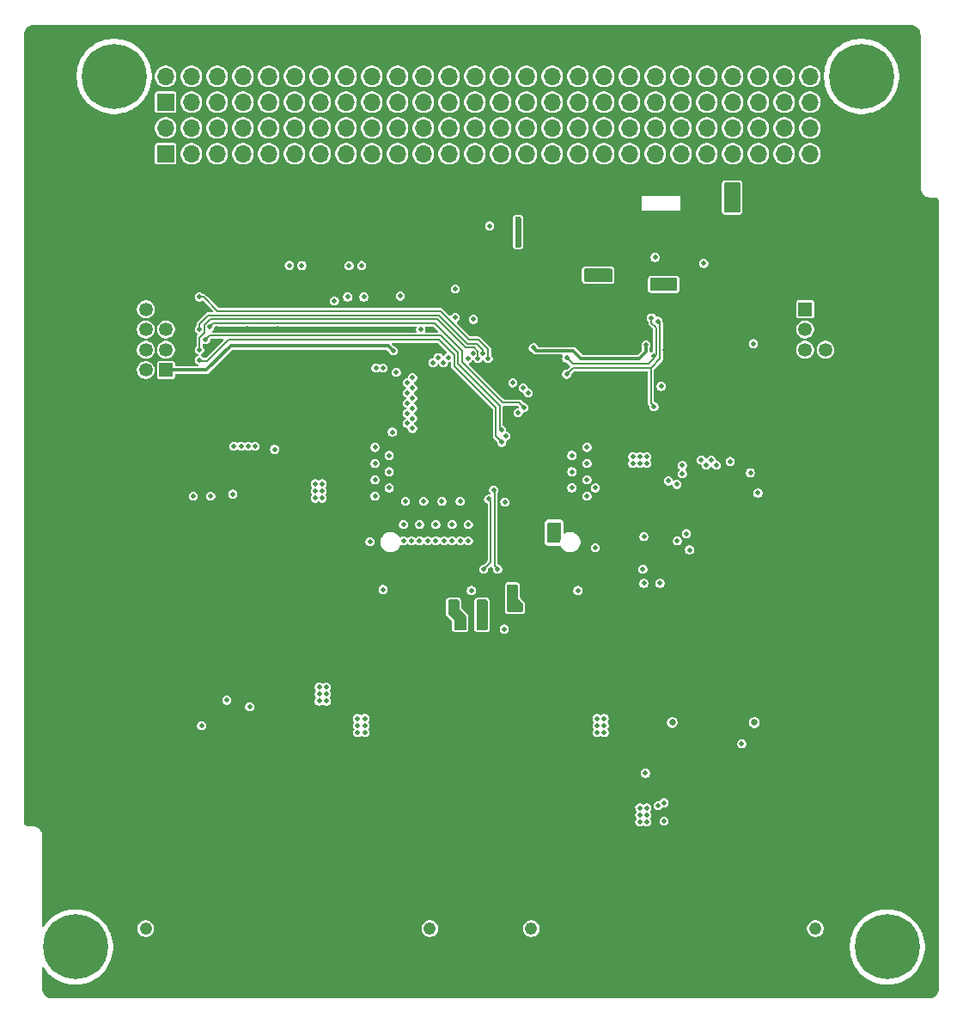
<source format=gbr>
%TF.GenerationSoftware,KiCad,Pcbnew,9.0.6*%
%TF.CreationDate,2025-11-19T17:48:12+01:00*%
%TF.ProjectId,Spino CS,5370696e-6f20-4435-932e-6b696361645f,v2.1*%
%TF.SameCoordinates,PX68e7780PY2faf080*%
%TF.FileFunction,Copper,L2,Inr*%
%TF.FilePolarity,Positive*%
%FSLAX46Y46*%
G04 Gerber Fmt 4.6, Leading zero omitted, Abs format (unit mm)*
G04 Created by KiCad (PCBNEW 9.0.6) date 2025-11-19 17:48:12*
%MOMM*%
%LPD*%
G01*
G04 APERTURE LIST*
%TA.AperFunction,ComponentPad*%
%ADD10C,6.400000*%
%TD*%
%TA.AperFunction,ComponentPad*%
%ADD11C,7.400000*%
%TD*%
%TA.AperFunction,ComponentPad*%
%ADD12R,1.350000X1.350000*%
%TD*%
%TA.AperFunction,ComponentPad*%
%ADD13C,1.350000*%
%TD*%
%TA.AperFunction,ComponentPad*%
%ADD14C,1.500000*%
%TD*%
%TA.AperFunction,ComponentPad*%
%ADD15R,1.700000X1.700000*%
%TD*%
%TA.AperFunction,ComponentPad*%
%ADD16O,1.700000X1.700000*%
%TD*%
%TA.AperFunction,ComponentPad*%
%ADD17C,1.240000*%
%TD*%
%TA.AperFunction,ViaPad*%
%ADD18C,0.500000*%
%TD*%
%TA.AperFunction,ViaPad*%
%ADD19C,0.650000*%
%TD*%
%TA.AperFunction,Conductor*%
%ADD20C,0.350000*%
%TD*%
%TA.AperFunction,Conductor*%
%ADD21C,0.200000*%
%TD*%
G04 APERTURE END LIST*
D10*
%TO.N,Net-(C129-Pad1)*%
%TO.C,H2*%
X82550000Y-5080000D03*
%TD*%
D11*
%TO.N,GND*%
%TO.C,H8*%
X7500000Y-80000000D03*
%TD*%
D10*
%TO.N,Net-(C130-Pad1)*%
%TO.C,H3*%
X85090000Y-90810000D03*
%TD*%
D12*
%TO.N,VIN*%
%TO.C,J3*%
X77000000Y-28000000D03*
D13*
%TO.N,/OBC_I2C_CAN_PWR*%
X77000000Y-30000000D03*
%TO.N,/OBC_I2C_SCL_CAN_H*%
X77000000Y-32000000D03*
%TO.N,GND*%
X79000000Y-28000000D03*
X79000000Y-30000000D03*
%TO.N,/OBC_I2C_SDA_CAN_L*%
X79000000Y-32000000D03*
D14*
%TO.N,GND*%
X79500000Y-34250000D03*
X84250000Y-34250000D03*
X79500000Y-25750000D03*
X84250000Y-25750000D03*
%TD*%
D15*
%TO.N,unconnected-(J2-Pin_1-Pad1)*%
%TO.C,J2*%
X13970000Y-7620000D03*
D16*
%TO.N,unconnected-(J2-Pin_2-Pad2)*%
X13970000Y-5080000D03*
%TO.N,unconnected-(J2-Pin_3-Pad3)*%
X16510000Y-7620000D03*
%TO.N,unconnected-(J2-Pin_4-Pad4)*%
X16510000Y-5080000D03*
%TO.N,unconnected-(J2-Pin_5-Pad5)*%
X19050000Y-7620000D03*
%TO.N,unconnected-(J2-Pin_6-Pad6)*%
X19050000Y-5080000D03*
%TO.N,unconnected-(J2-Pin_7-Pad7)*%
X21590000Y-7620000D03*
%TO.N,unconnected-(J2-Pin_8-Pad8)*%
X21590000Y-5080000D03*
%TO.N,unconnected-(J2-Pin_9-Pad9)*%
X24130000Y-7620000D03*
%TO.N,unconnected-(J2-Pin_10-Pad10)*%
X24130000Y-5080000D03*
%TO.N,unconnected-(J2-Pin_11-Pad11)*%
X26670000Y-7620000D03*
%TO.N,unconnected-(J2-Pin_12-Pad12)*%
X26670000Y-5080000D03*
%TO.N,unconnected-(J2-Pin_13-Pad13)*%
X29210000Y-7620000D03*
%TO.N,unconnected-(J2-Pin_14-Pad14)*%
X29210000Y-5080000D03*
%TO.N,unconnected-(J2-Pin_15-Pad15)*%
X31750000Y-7620000D03*
%TO.N,unconnected-(J2-Pin_16-Pad16)*%
X31750000Y-5080000D03*
%TO.N,unconnected-(J2-Pin_17-Pad17)*%
X34290000Y-7620000D03*
%TO.N,unconnected-(J2-Pin_18-Pad18)*%
X34290000Y-5080000D03*
%TO.N,unconnected-(J2-Pin_19-Pad19)*%
X36830000Y-7620000D03*
%TO.N,unconnected-(J2-Pin_20-Pad20)*%
X36830000Y-5080000D03*
%TO.N,unconnected-(J2-Pin_21-Pad21)*%
X39370000Y-7620000D03*
%TO.N,unconnected-(J2-Pin_22-Pad22)*%
X39370000Y-5080000D03*
%TO.N,unconnected-(J2-Pin_23-Pad23)*%
X41910000Y-7620000D03*
%TO.N,unconnected-(J2-Pin_24-Pad24)*%
X41910000Y-5080000D03*
%TO.N,unconnected-(J2-Pin_25-Pad25)*%
X44450000Y-7620000D03*
%TO.N,unconnected-(J2-Pin_26-Pad26)*%
X44450000Y-5080000D03*
%TO.N,unconnected-(J2-Pin_27-Pad27)*%
X46990000Y-7620000D03*
%TO.N,unconnected-(J2-Pin_28-Pad28)*%
X46990000Y-5080000D03*
%TO.N,unconnected-(J2-Pin_29-Pad29)*%
X49530000Y-7620000D03*
%TO.N,unconnected-(J2-Pin_30-Pad30)*%
X49530000Y-5080000D03*
%TO.N,unconnected-(J2-Pin_31-Pad31)*%
X52070000Y-7620000D03*
%TO.N,unconnected-(J2-Pin_32-Pad32)*%
X52070000Y-5080000D03*
%TO.N,unconnected-(J2-Pin_33-Pad33)*%
X54610000Y-7620000D03*
%TO.N,unconnected-(J2-Pin_34-Pad34)*%
X54610000Y-5080000D03*
%TO.N,unconnected-(J2-Pin_35-Pad35)*%
X57150000Y-7620000D03*
%TO.N,unconnected-(J2-Pin_36-Pad36)*%
X57150000Y-5080000D03*
%TO.N,unconnected-(J2-Pin_37-Pad37)*%
X59690000Y-7620000D03*
%TO.N,unconnected-(J2-Pin_38-Pad38)*%
X59690000Y-5080000D03*
%TO.N,unconnected-(J2-Pin_39-Pad39)*%
X62230000Y-7620000D03*
%TO.N,unconnected-(J2-Pin_40-Pad40)*%
X62230000Y-5080000D03*
%TO.N,unconnected-(J2-Pin_41-Pad41)*%
X64770000Y-7620000D03*
%TO.N,unconnected-(J2-Pin_42-Pad42)*%
X64770000Y-5080000D03*
%TO.N,unconnected-(J2-Pin_43-Pad43)*%
X67310000Y-7620000D03*
%TO.N,unconnected-(J2-Pin_44-Pad44)*%
X67310000Y-5080000D03*
%TO.N,unconnected-(J2-Pin_45-Pad45)*%
X69850000Y-7620000D03*
%TO.N,unconnected-(J2-Pin_46-Pad46)*%
X69850000Y-5080000D03*
%TO.N,unconnected-(J2-Pin_47-Pad47)*%
X72390000Y-7620000D03*
%TO.N,unconnected-(J2-Pin_48-Pad48)*%
X72390000Y-5080000D03*
%TO.N,unconnected-(J2-Pin_49-Pad49)*%
X74930000Y-7620000D03*
%TO.N,unconnected-(J2-Pin_50-Pad50)*%
X74930000Y-5080000D03*
%TO.N,unconnected-(J2-Pin_51-Pad51)*%
X77470000Y-7620000D03*
%TO.N,unconnected-(J2-Pin_52-Pad52)*%
X77470000Y-5080000D03*
%TD*%
D11*
%TO.N,GND*%
%TO.C,H5*%
X7500000Y-20000000D03*
%TD*%
D15*
%TO.N,unconnected-(J1-Pin_1-Pad1)*%
%TO.C,J1*%
X13970000Y-12700000D03*
D16*
%TO.N,unconnected-(J1-Pin_2-Pad2)*%
X13970000Y-10160000D03*
%TO.N,unconnected-(J1-Pin_3-Pad3)*%
X16510000Y-12700000D03*
%TO.N,unconnected-(J1-Pin_4-Pad4)*%
X16510000Y-10160000D03*
%TO.N,unconnected-(J1-Pin_5-Pad5)*%
X19050000Y-12700000D03*
%TO.N,unconnected-(J1-Pin_6-Pad6)*%
X19050000Y-10160000D03*
%TO.N,unconnected-(J1-Pin_7-Pad7)*%
X21590000Y-12700000D03*
%TO.N,unconnected-(J1-Pin_8-Pad8)*%
X21590000Y-10160000D03*
%TO.N,unconnected-(J1-Pin_9-Pad9)*%
X24130000Y-12700000D03*
%TO.N,unconnected-(J1-Pin_10-Pad10)*%
X24130000Y-10160000D03*
%TO.N,unconnected-(J1-Pin_11-Pad11)*%
X26670000Y-12700000D03*
%TO.N,unconnected-(J1-Pin_12-Pad12)*%
X26670000Y-10160000D03*
%TO.N,unconnected-(J1-Pin_13-Pad13)*%
X29210000Y-12700000D03*
%TO.N,unconnected-(J1-Pin_14-Pad14)*%
X29210000Y-10160000D03*
%TO.N,unconnected-(J1-Pin_15-Pad15)*%
X31750000Y-12700000D03*
%TO.N,unconnected-(J1-Pin_16-Pad16)*%
X31750000Y-10160000D03*
%TO.N,unconnected-(J1-Pin_17-Pad17)*%
X34290000Y-12700000D03*
%TO.N,unconnected-(J1-Pin_18-Pad18)*%
X34290000Y-10160000D03*
%TO.N,unconnected-(J1-Pin_19-Pad19)*%
X36830000Y-12700000D03*
%TO.N,unconnected-(J1-Pin_20-Pad20)*%
X36830000Y-10160000D03*
%TO.N,unconnected-(J1-Pin_21-Pad21)*%
X39370000Y-12700000D03*
%TO.N,unconnected-(J1-Pin_22-Pad22)*%
X39370000Y-10160000D03*
%TO.N,unconnected-(J1-Pin_23-Pad23)*%
X41910000Y-12700000D03*
%TO.N,unconnected-(J1-Pin_24-Pad24)*%
X41910000Y-10160000D03*
%TO.N,unconnected-(J1-Pin_25-Pad25)*%
X44450000Y-12700000D03*
%TO.N,unconnected-(J1-Pin_26-Pad26)*%
X44450000Y-10160000D03*
%TO.N,unconnected-(J1-Pin_27-Pad27)*%
X46990000Y-12700000D03*
%TO.N,unconnected-(J1-Pin_28-Pad28)*%
X46990000Y-10160000D03*
%TO.N,unconnected-(J1-Pin_29-Pad29)*%
X49530000Y-12700000D03*
%TO.N,unconnected-(J1-Pin_30-Pad30)*%
X49530000Y-10160000D03*
%TO.N,unconnected-(J1-Pin_31-Pad31)*%
X52070000Y-12700000D03*
%TO.N,unconnected-(J1-Pin_32-Pad32)*%
X52070000Y-10160000D03*
%TO.N,unconnected-(J1-Pin_33-Pad33)*%
X54610000Y-12700000D03*
%TO.N,unconnected-(J1-Pin_34-Pad34)*%
X54610000Y-10160000D03*
%TO.N,unconnected-(J1-Pin_35-Pad35)*%
X57150000Y-12700000D03*
%TO.N,unconnected-(J1-Pin_36-Pad36)*%
X57150000Y-10160000D03*
%TO.N,unconnected-(J1-Pin_37-Pad37)*%
X59690000Y-12700000D03*
%TO.N,unconnected-(J1-Pin_38-Pad38)*%
X59690000Y-10160000D03*
%TO.N,unconnected-(J1-Pin_39-Pad39)*%
X62230000Y-12700000D03*
%TO.N,unconnected-(J1-Pin_40-Pad40)*%
X62230000Y-10160000D03*
%TO.N,unconnected-(J1-Pin_41-Pad41)*%
X64770000Y-12700000D03*
%TO.N,unconnected-(J1-Pin_42-Pad42)*%
X64770000Y-10160000D03*
%TO.N,unconnected-(J1-Pin_43-Pad43)*%
X67310000Y-12700000D03*
%TO.N,unconnected-(J1-Pin_44-Pad44)*%
X67310000Y-10160000D03*
%TO.N,unconnected-(J1-Pin_45-Pad45)*%
X69850000Y-12700000D03*
%TO.N,unconnected-(J1-Pin_46-Pad46)*%
X69850000Y-10160000D03*
%TO.N,unconnected-(J1-Pin_47-Pad47)*%
X72390000Y-12700000D03*
%TO.N,unconnected-(J1-Pin_48-Pad48)*%
X72390000Y-10160000D03*
%TO.N,unconnected-(J1-Pin_49-Pad49)*%
X74930000Y-12700000D03*
%TO.N,unconnected-(J1-Pin_50-Pad50)*%
X74930000Y-10160000D03*
%TO.N,unconnected-(J1-Pin_51-Pad51)*%
X77470000Y-12700000D03*
%TO.N,unconnected-(J1-Pin_52-Pad52)*%
X77470000Y-10160000D03*
%TD*%
D11*
%TO.N,GND*%
%TO.C,H6*%
X82500000Y-20000000D03*
%TD*%
%TO.N,GND*%
%TO.C,H7*%
X82500000Y-80000000D03*
%TD*%
D10*
%TO.N,Net-(C128-Pad1)*%
%TO.C,H1*%
X8890000Y-5080000D03*
%TD*%
%TO.N,Net-(C131-Pad1)*%
%TO.C,H4*%
X5080000Y-90810000D03*
%TD*%
D12*
%TO.N,VCC_MCU*%
%TO.C,J4*%
X14000000Y-34000000D03*
D13*
%TO.N,Net-(J4-Pin_2)*%
X14000000Y-32000000D03*
%TO.N,Net-(J4-Pin_3)*%
X14000000Y-30000000D03*
%TO.N,GND*%
X14000000Y-28000000D03*
%TO.N,Net-(J4-Pin_5)*%
X12000000Y-34000000D03*
%TO.N,Net-(J4-Pin_6)*%
X12000000Y-32000000D03*
%TO.N,Net-(J4-Pin_7)*%
X12000000Y-30000000D03*
%TO.N,Net-(J4-Pin_8)*%
X12000000Y-28000000D03*
D14*
%TO.N,GND*%
X11500000Y-25750000D03*
X6750000Y-25750000D03*
X11500000Y-36250000D03*
X6750000Y-36250000D03*
%TD*%
D17*
%TO.N,/UHF Duplexer/MAIN_VHF*%
%TO.C,J8*%
X78000000Y-89000000D03*
%TO.N,GND*%
X79270000Y-90270000D03*
X79270000Y-87730000D03*
X76730000Y-90270000D03*
X76730000Y-87730000D03*
%TD*%
%TO.N,/VHF Duplexer/MAIN_UHF*%
%TO.C,J6*%
X12000000Y-89000000D03*
%TO.N,GND*%
X10730000Y-87730000D03*
X10730000Y-90270000D03*
X13270000Y-87730000D03*
X13270000Y-90270000D03*
%TD*%
%TO.N,/UHF Duplexer/VHF_ANTENNA*%
%TO.C,J9*%
X50000000Y-89000000D03*
%TO.N,GND*%
X48730000Y-90270000D03*
X51270000Y-90270000D03*
X48730000Y-87730000D03*
X51270000Y-87730000D03*
%TD*%
%TO.N,/VHF Duplexer/UHF_ANTENNA*%
%TO.C,J7*%
X40000000Y-89000000D03*
%TO.N,GND*%
X38730000Y-90270000D03*
X41270000Y-90270000D03*
X38730000Y-87730000D03*
X41270000Y-87730000D03*
%TD*%
D18*
%TO.N,GND*%
X34000000Y-80000000D03*
X45400000Y-50000000D03*
X48500000Y-72300000D03*
X43000000Y-75000000D03*
X19000000Y-29900000D03*
X35300000Y-35600000D03*
X14500000Y-17500000D03*
X82000000Y-60000000D03*
X4000000Y-40000000D03*
X50500000Y-16500000D03*
X63400000Y-67450000D03*
X60500000Y-30000000D03*
X86500000Y-57500000D03*
X45000000Y-24250000D03*
X40000000Y-75000000D03*
X84550000Y-95140000D03*
X12750000Y-750000D03*
X53500000Y-67200000D03*
X41500000Y-22500000D03*
X72000000Y-87650000D03*
X26400000Y-42550000D03*
X18000000Y-87650000D03*
X41350000Y-86550000D03*
X39700000Y-73600000D03*
X10750000Y-750000D03*
X11500000Y-12500000D03*
X37000000Y-65000000D03*
X46000000Y-85000000D03*
X10000000Y-25000000D03*
X73150000Y-81900000D03*
X10000000Y-60000000D03*
X10000000Y-75000000D03*
X33350000Y-90350000D03*
X52000000Y-15100000D03*
X46000000Y-65000000D03*
X59800000Y-68400000D03*
X44500000Y-82500000D03*
X65100000Y-64350000D03*
X17850000Y-61100000D03*
X27350000Y-58950000D03*
X14500000Y-2500000D03*
X14500000Y-42500000D03*
X73550000Y-55300000D03*
X62500000Y-92500000D03*
X17500000Y-37500000D03*
X67800000Y-87650000D03*
X4000000Y-55000000D03*
X71400000Y-70050000D03*
X65850000Y-90350000D03*
X44550000Y-95140000D03*
X750000Y-76750000D03*
X81400000Y-10000000D03*
X73050000Y-76150000D03*
X10000000Y-35000000D03*
X65550000Y-78650000D03*
X66000000Y-48000000D03*
X70750000Y-750000D03*
X77500000Y-2500000D03*
X37000000Y-30000000D03*
X34400000Y-85350000D03*
X22800000Y-82650000D03*
X83500000Y-62500000D03*
X83500000Y-72500000D03*
X22000000Y-15000000D03*
X24900000Y-85350000D03*
X59800000Y-77500000D03*
X8500000Y-57500000D03*
X68050000Y-56950000D03*
X56400000Y-67200000D03*
X27350000Y-61200000D03*
X76250000Y-51000000D03*
X73550000Y-56700000D03*
X16000000Y-65000000D03*
X68500000Y-2500000D03*
X48750000Y-85150000D03*
X76000000Y-75000000D03*
X17850000Y-52650000D03*
X66350000Y-59650000D03*
X50750000Y-750000D03*
X32500000Y-72300000D03*
X34000000Y-65000000D03*
X74050000Y-47650000D03*
X2500000Y-42500000D03*
X27350000Y-57550000D03*
X65000000Y-70800000D03*
X23500000Y-2500000D03*
X14750000Y-750000D03*
X80500000Y-32500000D03*
X41300000Y-57500000D03*
X43000000Y-90000000D03*
X24750000Y-750000D03*
X38500000Y-27500000D03*
X18350000Y-75550000D03*
X37000000Y-39500000D03*
X64050000Y-64900000D03*
X4000000Y-65000000D03*
X17850000Y-65000000D03*
X75600000Y-83300000D03*
X25950000Y-65750000D03*
X66550000Y-95140000D03*
X2750000Y-750000D03*
X71500000Y-2500000D03*
X74500000Y-72500000D03*
X23550000Y-75550000D03*
X5500000Y-2500000D03*
X76250000Y-61500000D03*
X21000000Y-71650000D03*
X71500000Y-62500000D03*
X20400000Y-42500000D03*
X27350000Y-53450000D03*
X37900000Y-72300000D03*
X750000Y-14750000D03*
X27200000Y-64000000D03*
X750000Y-10750000D03*
X76250000Y-60800000D03*
X750000Y-66750000D03*
X62850000Y-67850000D03*
X17750000Y-50150000D03*
X22000000Y-29900000D03*
X73000000Y-25000000D03*
X74800000Y-90350000D03*
X23500000Y-92500000D03*
X74750000Y-84500000D03*
X86750000Y-750000D03*
X66150000Y-78850000D03*
X73550000Y-51500000D03*
X53600000Y-49600000D03*
X76000000Y-20000000D03*
X67000000Y-45000000D03*
X54500000Y-87650000D03*
X88000000Y-80000000D03*
X14150000Y-77300000D03*
X4000000Y-70000000D03*
X64000000Y-15000000D03*
X53800000Y-87650000D03*
X73000000Y-44700000D03*
X20050000Y-46650000D03*
X29900000Y-87650000D03*
X80500000Y-57500000D03*
X73550000Y-58800000D03*
X750000Y-6750000D03*
X18700000Y-50750000D03*
X36000000Y-41000000D03*
X52000000Y-33400000D03*
X24650000Y-59100000D03*
X62750000Y-750000D03*
X53500000Y-57500000D03*
X11500000Y-37500000D03*
X82750000Y-750000D03*
X30500000Y-82650000D03*
X64400000Y-82650000D03*
X46000000Y-75000000D03*
X18550000Y-95140000D03*
X750000Y-58750000D03*
X14150000Y-72400000D03*
X14150000Y-73100000D03*
X69950000Y-51350000D03*
X18000000Y-51950000D03*
X40000000Y-20000000D03*
X82000000Y-15000000D03*
X14150000Y-73800000D03*
X60300000Y-27500000D03*
X25000000Y-20000000D03*
X20500000Y-2500000D03*
X30600000Y-87650000D03*
X66850000Y-78850000D03*
X49000000Y-75000000D03*
X750000Y-40750000D03*
X31000000Y-30000000D03*
X17850000Y-63600000D03*
X61500000Y-87650000D03*
X65000000Y-71700000D03*
X83500000Y-87100000D03*
X69000000Y-46000000D03*
X17950000Y-71500000D03*
X21000000Y-44500000D03*
X69900000Y-87650000D03*
X12000000Y-90350000D03*
X86500000Y-12500000D03*
X20550000Y-72150000D03*
X66000000Y-21100000D03*
X39700000Y-72300000D03*
X89420000Y-24250000D03*
X50500000Y-2500000D03*
X19000000Y-20000000D03*
X85000000Y-75000000D03*
X82550000Y-95140000D03*
X26950000Y-64650000D03*
X16000000Y-35000000D03*
X35300000Y-37400000D03*
X53900000Y-72300000D03*
X23600000Y-90350000D03*
X89420000Y-56250000D03*
X72750000Y-85350000D03*
X10000000Y-30000000D03*
X65850000Y-72500000D03*
X71300000Y-90350000D03*
X20550000Y-52900000D03*
X36000000Y-90350000D03*
X85000000Y-30000000D03*
X23500000Y-22500000D03*
X22950000Y-70150000D03*
X33300000Y-82650000D03*
X750000Y-28750000D03*
X51350000Y-86700000D03*
X89420000Y-80250000D03*
X38500000Y-22500000D03*
X71500000Y-72500000D03*
X88000000Y-75000000D03*
X37900000Y-58600000D03*
X89420000Y-74250000D03*
X65700000Y-87650000D03*
X47500000Y-82500000D03*
X20750000Y-750000D03*
X56500000Y-92500000D03*
X23600000Y-87650000D03*
X24650000Y-55600000D03*
X14150000Y-81900000D03*
X73550000Y-62800000D03*
X88000000Y-85000000D03*
X21000000Y-43500000D03*
X40550000Y-95140000D03*
X70000000Y-45000000D03*
X66750000Y-67350000D03*
X47500000Y-67500000D03*
X82000000Y-65000000D03*
X68150000Y-67350000D03*
X88000000Y-17000000D03*
X75800000Y-68400000D03*
X84300000Y-85000000D03*
X22250000Y-52350000D03*
X56600000Y-87650000D03*
X31900000Y-82650000D03*
X44500000Y-28300000D03*
X22550000Y-95140000D03*
X7000000Y-15000000D03*
X750000Y-36750000D03*
X88000000Y-65000000D03*
X89420000Y-30250000D03*
X5500000Y-67500000D03*
X49350000Y-83900000D03*
X88000000Y-20000000D03*
X19550000Y-60550000D03*
X17050000Y-52300000D03*
X65550000Y-78000000D03*
X17500000Y-68300000D03*
X89420000Y-40250000D03*
X34550000Y-95140000D03*
X59400000Y-87650000D03*
X60500000Y-54200000D03*
X30250000Y-55300000D03*
X64150000Y-70800000D03*
X66000000Y-32500000D03*
X750000Y-8750000D03*
X72000000Y-90350000D03*
X80500000Y-67500000D03*
X27350000Y-52800000D03*
X89420000Y-32250000D03*
X36100000Y-82650000D03*
X56750000Y-750000D03*
X29500000Y-62500000D03*
X53900000Y-58600000D03*
X41500000Y-27500000D03*
X10650000Y-89000000D03*
X34000000Y-50000000D03*
X52650000Y-85350000D03*
X14500000Y-37500000D03*
X35400000Y-82650000D03*
X29700000Y-53450000D03*
X56500000Y-2500000D03*
X39700000Y-58600000D03*
X65500000Y-92500000D03*
X69300000Y-82650000D03*
X750000Y-60750000D03*
X32500000Y-67200000D03*
X65500000Y-27500000D03*
X71500000Y-92500000D03*
X23900000Y-63650000D03*
X26250000Y-66300000D03*
X26550000Y-95140000D03*
X86500000Y-37500000D03*
X2500000Y-47500000D03*
X26500000Y-65250000D03*
X49000000Y-26700000D03*
X33800000Y-39600000D03*
X39550000Y-83000000D03*
X6100000Y-86900000D03*
X6550000Y-95140000D03*
X41500000Y-92500000D03*
X750000Y-44750000D03*
X37000000Y-55000000D03*
X37350000Y-85350000D03*
X10000000Y-15000000D03*
X16600000Y-90350000D03*
X25000000Y-35000000D03*
X22000000Y-25000000D03*
X20000000Y-68300000D03*
X72150000Y-52450000D03*
X74300000Y-20300000D03*
X80500000Y-87500000D03*
X16850000Y-75400000D03*
X36900000Y-49800000D03*
X75150000Y-76150000D03*
X52000000Y-65000000D03*
X2500000Y-72500000D03*
X73150000Y-78850000D03*
X57500000Y-58600000D03*
X61000000Y-65000000D03*
X10000000Y-70000000D03*
X88000000Y-70000000D03*
X58800000Y-82650000D03*
X23800000Y-66350000D03*
X74150000Y-84950000D03*
X16850000Y-73150000D03*
X72250000Y-19400000D03*
X73550000Y-62100000D03*
X34000000Y-75000000D03*
X33500000Y-36500000D03*
X750000Y-68750000D03*
X20000000Y-69000000D03*
X52000000Y-20000000D03*
X15200000Y-87650000D03*
X74100000Y-90350000D03*
X24300000Y-87650000D03*
X73550000Y-52200000D03*
X750000Y-48750000D03*
X63300000Y-70800000D03*
X48300000Y-39000000D03*
X67900000Y-75900000D03*
X14500000Y-90350000D03*
X65850000Y-73350000D03*
X48500000Y-28400000D03*
X67450000Y-67350000D03*
X71300000Y-87650000D03*
X41250000Y-85150000D03*
X56100000Y-85350000D03*
X68500000Y-92500000D03*
X16000000Y-50000000D03*
X44500000Y-62500000D03*
X38600000Y-85850000D03*
X72050000Y-85350000D03*
X20500000Y-27500000D03*
X48750000Y-750000D03*
X41500000Y-59900000D03*
X16000000Y-60000000D03*
X83500000Y-47500000D03*
X61600000Y-82650000D03*
X64150000Y-73350000D03*
X40000000Y-80000000D03*
X40150000Y-83400000D03*
X67800000Y-52850000D03*
X40000000Y-15000000D03*
X89420000Y-26250000D03*
X74800000Y-87650000D03*
X13000000Y-15000000D03*
X76250000Y-53800000D03*
X36700000Y-90350000D03*
X26300000Y-48950000D03*
X31000000Y-25000000D03*
X23600000Y-46100000D03*
X2500000Y-77500000D03*
X750000Y-16750000D03*
X24650000Y-43050000D03*
X70150000Y-56950000D03*
X71500000Y-57500000D03*
X50400000Y-67200000D03*
X17700000Y-45000000D03*
X20550000Y-63700000D03*
X23500000Y-77500000D03*
X89420000Y-76250000D03*
X61000000Y-15000000D03*
X34800000Y-87650000D03*
X67000000Y-47000000D03*
X61000000Y-23400000D03*
X64150000Y-71700000D03*
X21800000Y-63750000D03*
X22450000Y-85350000D03*
X48650000Y-85850000D03*
X62900000Y-87650000D03*
X58700000Y-87650000D03*
X58600000Y-22500000D03*
X64750000Y-750000D03*
X76550000Y-95140000D03*
X59500000Y-2500000D03*
X46750000Y-750000D03*
X74500000Y-2500000D03*
X23500000Y-27500000D03*
X22200000Y-90350000D03*
X65550000Y-77300000D03*
X5500000Y-27500000D03*
X65850000Y-70800000D03*
X47500000Y-32500000D03*
X73000000Y-75000000D03*
X43700000Y-17500000D03*
X18700000Y-90350000D03*
X52000000Y-55700000D03*
X89420000Y-22250000D03*
X62550000Y-95140000D03*
X54600000Y-82650000D03*
X65550000Y-19000000D03*
X16000000Y-41000000D03*
X14150000Y-78000000D03*
X17300000Y-90350000D03*
X7000000Y-40000000D03*
X64050000Y-67350000D03*
X34400000Y-37400000D03*
X32700000Y-87650000D03*
X86500000Y-17500000D03*
X17850000Y-65700000D03*
X2500000Y-12500000D03*
X78000000Y-90350000D03*
X25600000Y-85350000D03*
X37000000Y-35000000D03*
X29100000Y-82650000D03*
X8500000Y-47500000D03*
X54800000Y-50000000D03*
X40000000Y-25000000D03*
X28000000Y-70100000D03*
X69900000Y-31000000D03*
X14150000Y-78700000D03*
X4000000Y-35000000D03*
X86500000Y-77500000D03*
X59900000Y-21100000D03*
X65000000Y-22000000D03*
X41000000Y-84500000D03*
X55900000Y-87650000D03*
X16000000Y-25000000D03*
X17500000Y-2500000D03*
X38750000Y-750000D03*
X55200000Y-87650000D03*
X53900000Y-82650000D03*
X16550000Y-95140000D03*
X25300000Y-66100000D03*
X89420000Y-48250000D03*
X53900000Y-73600000D03*
X14750000Y-83950000D03*
X69950000Y-85350000D03*
X80550000Y-95140000D03*
X79000000Y-75000000D03*
X32500000Y-2500000D03*
X48500000Y-73600000D03*
X37400000Y-90350000D03*
X27900000Y-43200000D03*
X70550000Y-52450000D03*
X1750000Y-78250000D03*
X4000000Y-15000000D03*
X29500000Y-72500000D03*
X28400000Y-26700000D03*
X38500000Y-92500000D03*
X50500000Y-92500000D03*
X49000000Y-35000000D03*
X68500000Y-37500000D03*
X87620000Y-8750000D03*
X14150000Y-75200000D03*
X24650000Y-61900000D03*
X49000000Y-80000000D03*
X65950000Y-85350000D03*
X34000000Y-15000000D03*
X72150000Y-53150000D03*
X76000000Y-70000000D03*
X52500000Y-82650000D03*
X82000000Y-70000000D03*
X38900000Y-82750000D03*
X42750000Y-750000D03*
X36750000Y-750000D03*
X70000000Y-15000000D03*
X57500000Y-45200000D03*
X70000000Y-82650000D03*
X19000000Y-35000000D03*
X35500000Y-77500000D03*
X23500000Y-37500000D03*
X68550000Y-95140000D03*
X26500000Y-17500000D03*
X86500000Y-67500000D03*
X13000000Y-25000000D03*
X8500000Y-42500000D03*
X89420000Y-52250000D03*
X62200000Y-87650000D03*
X15450000Y-69150000D03*
X28550000Y-95140000D03*
X20500000Y-57500000D03*
X23800000Y-46650000D03*
X53350000Y-85350000D03*
X19050000Y-47350000D03*
X15850000Y-84950000D03*
X58000000Y-87650000D03*
X41500000Y-72300000D03*
X57300000Y-87650000D03*
X67000000Y-30000000D03*
X16850000Y-81900000D03*
X72350000Y-76150000D03*
X2500000Y-37500000D03*
X27000000Y-85350000D03*
X18650000Y-85350000D03*
X750000Y-56750000D03*
X21750000Y-85350000D03*
X27000000Y-82650000D03*
X80500000Y-72500000D03*
X75850000Y-76150000D03*
X49000000Y-84500000D03*
X43000000Y-65000000D03*
X65000000Y-30900000D03*
X20550000Y-64400000D03*
X26400000Y-87650000D03*
X66700000Y-71700000D03*
X25550000Y-50000000D03*
X41350000Y-89000000D03*
X29500000Y-42550000D03*
X17500000Y-62500000D03*
X29900000Y-90350000D03*
X65000000Y-72500000D03*
X69450000Y-56950000D03*
X35500000Y-52500000D03*
X29300000Y-85350000D03*
X24950000Y-75550000D03*
X750000Y-26750000D03*
X26500000Y-22500000D03*
X85000000Y-70000000D03*
X34300000Y-59900000D03*
X38500000Y-57500000D03*
X88000000Y-45000000D03*
X66750000Y-64900000D03*
X74550000Y-95140000D03*
X20700000Y-82650000D03*
X20550000Y-72850000D03*
X19000000Y-25000000D03*
X27350000Y-62600000D03*
X46000000Y-15000000D03*
X5500000Y-32500000D03*
X24650000Y-57700000D03*
X33950000Y-36950000D03*
X18700000Y-87650000D03*
X70000000Y-47000000D03*
X73000000Y-19400000D03*
X53500000Y-77500000D03*
X71400000Y-82650000D03*
X28100000Y-47900000D03*
X50300000Y-59900000D03*
X35500000Y-92500000D03*
X17300000Y-71200000D03*
X64050000Y-56350000D03*
X60550000Y-95140000D03*
X70250000Y-67350000D03*
X14150000Y-75900000D03*
X75800000Y-82600000D03*
X24550000Y-63300000D03*
X11500000Y-52500000D03*
X74200000Y-69800000D03*
X76250000Y-56600000D03*
X72150000Y-55150000D03*
X62300000Y-46200000D03*
X45500000Y-37800000D03*
X5500000Y-72500000D03*
X74500000Y-37500000D03*
X63400000Y-90350000D03*
X10000000Y-45000000D03*
X66700000Y-73350000D03*
X56500000Y-47500000D03*
X22400000Y-66450000D03*
X64050000Y-59100000D03*
X70000000Y-60000000D03*
X26300000Y-85350000D03*
X59750000Y-71650000D03*
X40650000Y-83900000D03*
X75800000Y-25000000D03*
X86500000Y-47500000D03*
X64400000Y-59650000D03*
X66650000Y-85350000D03*
X18900000Y-60550000D03*
X27100000Y-87650000D03*
X46000000Y-70000000D03*
X8500000Y-12500000D03*
X64000000Y-24300000D03*
X750000Y-22750000D03*
X24750000Y-71450000D03*
X20100000Y-87650000D03*
X20800000Y-87650000D03*
X32600000Y-82650000D03*
X82000000Y-75000000D03*
X23000000Y-44500000D03*
X11500000Y-67500000D03*
X17900000Y-82650000D03*
X750000Y-54750000D03*
X32500000Y-73600000D03*
X82000000Y-50000000D03*
X38500000Y-2500000D03*
X2500000Y-22500000D03*
X32500000Y-27500000D03*
X89420000Y-90250000D03*
X54600000Y-30000000D03*
X51800000Y-82650000D03*
X60500000Y-57500000D03*
X10000000Y-85000000D03*
X57500000Y-50000000D03*
X37000000Y-75000000D03*
X22900000Y-90350000D03*
X50500000Y-30700000D03*
X65050000Y-59650000D03*
X55300000Y-82650000D03*
X76250000Y-51700000D03*
X44500000Y-67500000D03*
X34300000Y-58600000D03*
X14250000Y-71000000D03*
X54500000Y-90350000D03*
X22000000Y-60000000D03*
X7000000Y-70000000D03*
X63200000Y-33300000D03*
X16750000Y-750000D03*
X52750000Y-750000D03*
X2550000Y-80000000D03*
X47500000Y-87500000D03*
X22150000Y-75550000D03*
X51100000Y-82750000D03*
X76000000Y-15000000D03*
X53200000Y-82650000D03*
X73550000Y-59500000D03*
X8500000Y-27500000D03*
X750000Y-46750000D03*
X62500000Y-77700000D03*
X62300000Y-48400000D03*
X73100000Y-67300000D03*
X40000000Y-90350000D03*
X35300000Y-36500000D03*
X16000000Y-15000000D03*
X750000Y-50750000D03*
X56000000Y-82650000D03*
X20750000Y-75550000D03*
X64300000Y-87650000D03*
X88000000Y-60000000D03*
X32500000Y-59900000D03*
X58100000Y-82650000D03*
X54600000Y-34400000D03*
X47500000Y-17500000D03*
X72700000Y-90350000D03*
X54800000Y-75000000D03*
X89420000Y-78250000D03*
X71350000Y-85350000D03*
X47500000Y-37800000D03*
X21050000Y-85350000D03*
X17850000Y-74300000D03*
X33950000Y-36050000D03*
X750000Y-34750000D03*
X47700000Y-50000000D03*
X62700000Y-90350000D03*
X89420000Y-88250000D03*
X88550000Y-95140000D03*
X24650000Y-54900000D03*
X89420000Y-42250000D03*
X8500000Y-52500000D03*
X77500000Y-37500000D03*
X24300000Y-90350000D03*
X55200000Y-90350000D03*
X20500000Y-32500000D03*
X21000000Y-45500000D03*
X20700000Y-69700000D03*
X83500000Y-57500000D03*
X23100000Y-66350000D03*
X19500000Y-55850000D03*
X66300000Y-54250000D03*
X53800000Y-22500000D03*
X750000Y-42750000D03*
X20100000Y-90350000D03*
X42800000Y-20000000D03*
X8700000Y-92500000D03*
X64050000Y-54950000D03*
X28000000Y-30000000D03*
X4000000Y-45000000D03*
X52100000Y-73600000D03*
X19350000Y-46650000D03*
X45400000Y-50700000D03*
X2550000Y-95150000D03*
X22500000Y-63650000D03*
X48500000Y-59900000D03*
X63300000Y-72500000D03*
X8500000Y-62500000D03*
X29000000Y-55850000D03*
X26250000Y-70600000D03*
X20550000Y-95140000D03*
X72650000Y-47450000D03*
X19300000Y-69700000D03*
X13000000Y-85000000D03*
X61000000Y-60000000D03*
X63300000Y-73350000D03*
X89420000Y-84250000D03*
X31000000Y-20000000D03*
X63400000Y-50800000D03*
X68500000Y-87650000D03*
X58750000Y-750000D03*
X26500000Y-92500000D03*
X70000000Y-46000000D03*
X73550000Y-65300000D03*
X65100000Y-82650000D03*
X37600000Y-87650000D03*
X60050000Y-85350000D03*
X78000000Y-87650000D03*
X52400000Y-87650000D03*
X60750000Y-85350000D03*
X43000000Y-80000000D03*
X11500000Y-82500000D03*
X41500000Y-77500000D03*
X70000000Y-19500000D03*
X79000000Y-45000000D03*
X750000Y-2750000D03*
X85000000Y-15000000D03*
X23500000Y-82650000D03*
X56800000Y-85350000D03*
X88000000Y-25000000D03*
X20500000Y-22500000D03*
X69000000Y-47000000D03*
X55300000Y-20000000D03*
X62700000Y-52500000D03*
X55000000Y-80000000D03*
X89420000Y-50250000D03*
X4000000Y-10000000D03*
X54750000Y-750000D03*
X15900000Y-90350000D03*
X89420000Y-38250000D03*
X38200000Y-82650000D03*
X7000000Y-60000000D03*
X75850000Y-77550000D03*
X66550000Y-90350000D03*
X68500000Y-41500000D03*
X60750000Y-750000D03*
X68750000Y-750000D03*
X18000000Y-50750000D03*
X10000000Y-50000000D03*
X77500000Y-17500000D03*
X63350000Y-85350000D03*
X18000000Y-66400000D03*
X24350000Y-70150000D03*
X50300000Y-73600000D03*
X73000000Y-35000000D03*
X62500000Y-27500000D03*
X69900000Y-90350000D03*
X37000000Y-80000000D03*
X53100000Y-90350000D03*
X81200000Y-90000000D03*
X37000000Y-20000000D03*
X35500000Y-47500000D03*
X70600000Y-87650000D03*
X65500000Y-2500000D03*
X50450000Y-83000000D03*
X82000000Y-25000000D03*
X73500000Y-70000000D03*
X65500000Y-37500000D03*
X86500000Y-72500000D03*
X86500000Y-82500000D03*
X68750000Y-56950000D03*
X82000000Y-55000000D03*
X68500000Y-57500000D03*
X8500000Y-32500000D03*
X71500000Y-17500000D03*
X46000000Y-90000000D03*
X21400000Y-82650000D03*
X89420000Y-34250000D03*
X52100000Y-59900000D03*
X18000000Y-90350000D03*
X32550000Y-95140000D03*
X72100000Y-70050000D03*
X7600000Y-85000000D03*
X57500000Y-60000000D03*
X57500000Y-55000000D03*
X80500000Y-62500000D03*
X16850000Y-74700000D03*
X47600000Y-53100000D03*
X24500000Y-46650000D03*
X24900000Y-72850000D03*
X34750000Y-750000D03*
X17900000Y-42000000D03*
X76250000Y-57300000D03*
X86550000Y-95140000D03*
X34000000Y-30000000D03*
X65000000Y-73350000D03*
X63300000Y-74150000D03*
X2500000Y-17500000D03*
X38500000Y-77500000D03*
X79000000Y-55000000D03*
X4000000Y-30000000D03*
X62000000Y-90350000D03*
X20550000Y-55300000D03*
X19400000Y-87650000D03*
X73000000Y-15000000D03*
X89420000Y-44250000D03*
X29500000Y-57500000D03*
X19050000Y-48050000D03*
X68500000Y-75000000D03*
X66750000Y-59100000D03*
X21600000Y-52350000D03*
X22900000Y-87650000D03*
X43800000Y-60100000D03*
X70750000Y-55150000D03*
X11500000Y-42500000D03*
X26750000Y-750000D03*
X2500000Y-27500000D03*
X45100000Y-46100000D03*
X18850000Y-55850000D03*
X86500000Y-52500000D03*
X42550000Y-95140000D03*
X73400000Y-90350000D03*
X65000000Y-22900000D03*
X69200000Y-90350000D03*
X68000000Y-49000000D03*
X34000000Y-20000000D03*
X71050000Y-78850000D03*
X28850000Y-57300000D03*
X76250000Y-55900000D03*
X34850000Y-36050000D03*
X64900000Y-54250000D03*
X17250000Y-85350000D03*
X20500000Y-92500000D03*
X27350000Y-63300000D03*
X82000000Y-40000000D03*
X38500000Y-67200000D03*
X30750000Y-750000D03*
X66750000Y-750000D03*
X76250000Y-67100000D03*
X75850000Y-76850000D03*
X24650000Y-60500000D03*
X76750000Y-750000D03*
X65000000Y-74150000D03*
X750000Y-24750000D03*
X33500000Y-57500000D03*
X68000000Y-20000000D03*
X30550000Y-95140000D03*
X16850000Y-76800000D03*
X65000000Y-21100000D03*
X72800000Y-82550000D03*
X17950000Y-85350000D03*
X67200000Y-82650000D03*
X30250000Y-54600000D03*
X68000000Y-48000000D03*
X43000000Y-55000000D03*
X35500000Y-87650000D03*
X83500000Y-37500000D03*
X34000000Y-55000000D03*
X14500000Y-62500000D03*
X33700000Y-85350000D03*
X24000000Y-52300000D03*
X32500000Y-38100000D03*
X75850000Y-78250000D03*
X26300000Y-82650000D03*
X82000000Y-30000000D03*
X44500000Y-77500000D03*
X65850000Y-71700000D03*
X28750000Y-60000000D03*
X89420000Y-70250000D03*
X71650000Y-67350000D03*
X77500000Y-22500000D03*
X62300000Y-82650000D03*
X16850000Y-81200000D03*
X16850000Y-77500000D03*
X16850000Y-71750000D03*
X71500000Y-19400000D03*
X28000000Y-35000000D03*
X11500000Y-77500000D03*
X45000000Y-24900000D03*
X58000000Y-15000000D03*
X55700000Y-58600000D03*
X11500000Y-62500000D03*
X14500000Y-57400000D03*
X2550000Y-82000000D03*
X86500000Y-42500000D03*
X24550000Y-66300000D03*
X63200000Y-32000000D03*
X69000000Y-45000000D03*
X68100000Y-32500000D03*
X11500000Y-57500000D03*
X750000Y-72750000D03*
X10550000Y-95140000D03*
X76050000Y-49600000D03*
X18250000Y-60550000D03*
X28600000Y-85350000D03*
X7000000Y-35000000D03*
X2500000Y-52500000D03*
X85000000Y-45000000D03*
X24650000Y-56300000D03*
X2500000Y-87500000D03*
X60800000Y-87650000D03*
X83500000Y-67500000D03*
X52000000Y-56400000D03*
X70750000Y-19400000D03*
X37000000Y-15000000D03*
X54600000Y-25000000D03*
X80500000Y-92500000D03*
X28000000Y-75000000D03*
X67400000Y-19000000D03*
X78550000Y-95140000D03*
X45700000Y-24900000D03*
X32500000Y-47500000D03*
X34300000Y-73600000D03*
X66000000Y-49000000D03*
X14500000Y-70300000D03*
X67900000Y-82650000D03*
X34400000Y-35600000D03*
X33500000Y-52000000D03*
X24500000Y-52800000D03*
X24200000Y-85350000D03*
X32500000Y-22500000D03*
X59750000Y-73600000D03*
X7000000Y-30000000D03*
X68250000Y-62500000D03*
X89420000Y-64250000D03*
X89420000Y-86250000D03*
X77500000Y-82500000D03*
X88000000Y-40000000D03*
X72350000Y-67350000D03*
X26500000Y-77500000D03*
X36100000Y-73600000D03*
X63700000Y-82650000D03*
X34850000Y-36950000D03*
X58000000Y-80000000D03*
X66000000Y-46000000D03*
X14500000Y-92500000D03*
X60300000Y-32200000D03*
X5500000Y-37500000D03*
X18600000Y-82650000D03*
X44400000Y-53100000D03*
X22900000Y-52350000D03*
X72800000Y-70050000D03*
X72550000Y-95140000D03*
X89420000Y-20250000D03*
X79000000Y-85000000D03*
X11500000Y-92500000D03*
X70750000Y-55850000D03*
X68550000Y-76150000D03*
X44500000Y-2500000D03*
X53000000Y-35600000D03*
X84750000Y-750000D03*
X14150000Y-81200000D03*
X32000000Y-87650000D03*
X10000000Y-65000000D03*
X20000000Y-82650000D03*
X27350000Y-58250000D03*
X65800000Y-76000000D03*
X75850000Y-78950000D03*
X17850000Y-73600000D03*
X64150000Y-72500000D03*
X66500000Y-82650000D03*
X76100000Y-67750000D03*
X16850000Y-72450000D03*
X86500000Y-62500000D03*
X31400000Y-85350000D03*
X24750000Y-72150000D03*
X29200000Y-90350000D03*
X34400000Y-36500000D03*
X26350000Y-73550000D03*
X67850000Y-51350000D03*
X68750000Y-20000000D03*
X2500000Y-67500000D03*
X19300000Y-82650000D03*
X750000Y-32750000D03*
X32500000Y-77500000D03*
X17500000Y-27500000D03*
X70000000Y-49000000D03*
X89420000Y-72250000D03*
X17500000Y-57500000D03*
X61000000Y-45500000D03*
X68000000Y-45000000D03*
X19350000Y-44550000D03*
X750000Y-74750000D03*
X22000000Y-45500000D03*
X79000000Y-15000000D03*
X89420000Y-68250000D03*
X49900000Y-32500000D03*
X68950000Y-78850000D03*
X54050000Y-85350000D03*
X23500000Y-57400000D03*
X43000000Y-70000000D03*
X76250000Y-65000000D03*
X60200000Y-82650000D03*
X28400000Y-82650000D03*
X28750000Y-750000D03*
X52100000Y-58600000D03*
X50300000Y-58600000D03*
X24650000Y-61200000D03*
X21500000Y-87650000D03*
X86500000Y-32500000D03*
X11500000Y-47500000D03*
X75000000Y-20300000D03*
X76250000Y-58000000D03*
X14150000Y-76600000D03*
X17850000Y-64300000D03*
X750000Y-4750000D03*
X74100000Y-87650000D03*
X750000Y-18750000D03*
X31700000Y-39300000D03*
X27350000Y-60500000D03*
X54550000Y-95140000D03*
X65850000Y-74150000D03*
X73550000Y-54600000D03*
X67000000Y-60700000D03*
X88000000Y-50000000D03*
X66200000Y-19000000D03*
X74750000Y-750000D03*
X55700000Y-59900000D03*
X18350000Y-48050000D03*
X34700000Y-82650000D03*
X750000Y-62750000D03*
X46000000Y-80000000D03*
X27350000Y-61900000D03*
X45400000Y-49300000D03*
X37500000Y-82650000D03*
X85000000Y-40000000D03*
X26000000Y-47050000D03*
X50500000Y-77500000D03*
X41500000Y-2500000D03*
X750000Y-38750000D03*
X76250000Y-60100000D03*
X75800000Y-30000000D03*
X76250000Y-59400000D03*
X12550000Y-95140000D03*
X53800000Y-90350000D03*
X76250000Y-52400000D03*
X60100000Y-87650000D03*
X74500000Y-27500000D03*
X66000000Y-22000000D03*
X44600000Y-26700000D03*
X71350000Y-52450000D03*
X69950000Y-76150000D03*
X17750000Y-48400000D03*
X48650000Y-86550000D03*
X40000000Y-30000000D03*
X41350000Y-85850000D03*
X80500000Y-52500000D03*
X52550000Y-95140000D03*
X4000000Y-25000000D03*
X4000000Y-60000000D03*
X21300000Y-72850000D03*
X48600000Y-58600000D03*
X62550000Y-68450000D03*
X59500000Y-92500000D03*
X14200000Y-82600000D03*
X87620000Y-4750000D03*
X71750000Y-78850000D03*
X26500000Y-2500000D03*
X41500000Y-53100000D03*
X24550000Y-95140000D03*
X14150000Y-74500000D03*
X53700000Y-17600000D03*
X55000000Y-65000000D03*
X29100000Y-51450000D03*
X61400000Y-22500000D03*
X76250000Y-58700000D03*
X73550000Y-50800000D03*
X68500000Y-72500000D03*
X55700000Y-72300000D03*
X34300000Y-72300000D03*
X33500000Y-37400000D03*
X76000000Y-35000000D03*
X86500000Y-2500000D03*
X79000000Y-50000000D03*
X19300000Y-69000000D03*
X67000000Y-15000000D03*
X47000000Y-50700000D03*
X18200000Y-55850000D03*
X22000000Y-55000000D03*
X76250000Y-62200000D03*
X72700000Y-87650000D03*
X82000000Y-45000000D03*
X75700000Y-48950000D03*
X76250000Y-64300000D03*
X68600000Y-82650000D03*
X21150000Y-64000000D03*
X47500000Y-72500000D03*
X31200000Y-82650000D03*
X59000000Y-90350000D03*
X24650000Y-57000000D03*
X4750000Y-750000D03*
X51350000Y-85900000D03*
X36100000Y-59900000D03*
X89420000Y-82250000D03*
X750000Y-52750000D03*
X48650000Y-89000000D03*
X35100000Y-85350000D03*
X29500000Y-17500000D03*
X32500000Y-92500000D03*
X69450000Y-70850000D03*
X65500000Y-62500000D03*
X20500000Y-77500000D03*
X87620000Y-2750000D03*
X27200000Y-52150000D03*
X27450000Y-90350000D03*
X16850000Y-76100000D03*
X87620000Y-6750000D03*
X23000000Y-45500000D03*
X20500000Y-17500000D03*
X17500000Y-22500000D03*
X67000000Y-48000000D03*
X24650000Y-62600000D03*
X25000000Y-25000000D03*
X69000000Y-48000000D03*
X17850000Y-72900000D03*
X72100000Y-82650000D03*
X65750000Y-64350000D03*
X89420000Y-54250000D03*
X80500000Y-27500000D03*
X36100000Y-58600000D03*
X17850000Y-75000000D03*
X6750000Y-750000D03*
X14550000Y-95140000D03*
X11500000Y-22500000D03*
X56000000Y-40500000D03*
X53500000Y-31400000D03*
X89420000Y-46250000D03*
X79000000Y-40000000D03*
X64200000Y-54250000D03*
X23650000Y-70150000D03*
X45000000Y-23550000D03*
X73550000Y-53900000D03*
X67000000Y-54250000D03*
X67000000Y-49000000D03*
X69200000Y-87650000D03*
X52400000Y-90350000D03*
X73550000Y-56000000D03*
X52000000Y-25000000D03*
X17200000Y-82550000D03*
X22050000Y-72850000D03*
X68250000Y-78850000D03*
X16000000Y-20000000D03*
X58550000Y-95140000D03*
X32650000Y-90350000D03*
X13000000Y-20000000D03*
X69950000Y-52050000D03*
X55000000Y-15100000D03*
X22000000Y-35000000D03*
X85000000Y-50000000D03*
X56500000Y-57500000D03*
X17300000Y-87650000D03*
X53500000Y-2500000D03*
X58300000Y-90350000D03*
X41500000Y-67200000D03*
X68850000Y-67350000D03*
X7000000Y-55000000D03*
X56550000Y-95140000D03*
X20200000Y-60550000D03*
X51950000Y-85350000D03*
X15200000Y-90350000D03*
X29750000Y-55850000D03*
X16600000Y-87650000D03*
X29500000Y-92500000D03*
X750000Y-12750000D03*
X47000000Y-49300000D03*
X53500000Y-92500000D03*
X20550000Y-61100000D03*
X28000000Y-15000000D03*
X63300000Y-71700000D03*
X65700000Y-59650000D03*
X20950000Y-52400000D03*
X15250000Y-84500000D03*
X43300000Y-29000000D03*
X10100000Y-10000000D03*
X85100000Y-10000000D03*
X74500000Y-32800000D03*
X74500000Y-23500000D03*
X19400000Y-90350000D03*
X80500000Y-47500000D03*
X65000000Y-87650000D03*
X35800000Y-85350000D03*
X60900000Y-82650000D03*
X25700000Y-87650000D03*
X73350000Y-47450000D03*
X22000000Y-43500000D03*
X5500000Y-52500000D03*
X73550000Y-66000000D03*
X64600000Y-41700000D03*
X37300000Y-41700000D03*
X29800000Y-82650000D03*
X22100000Y-82650000D03*
X28000000Y-20000000D03*
X72400000Y-27500000D03*
X22850000Y-75550000D03*
X89420000Y-66250000D03*
X67850000Y-52100000D03*
X70000000Y-75000000D03*
X70950000Y-67350000D03*
X16550000Y-85250000D03*
X28100000Y-57550000D03*
X52100000Y-72300000D03*
X43000000Y-35000000D03*
X17500000Y-77500000D03*
X71650000Y-76150000D03*
X17850000Y-72200000D03*
X73750000Y-76150000D03*
X64000000Y-60700000D03*
X35500000Y-22500000D03*
X29200000Y-87650000D03*
X5500000Y-12500000D03*
X24650000Y-59800000D03*
X33500000Y-35600000D03*
X14500000Y-52500000D03*
X85000000Y-65000000D03*
X56700000Y-82650000D03*
X37900000Y-59900000D03*
X62600000Y-62500000D03*
X62600000Y-57500000D03*
X76250000Y-66400000D03*
X19000000Y-59500000D03*
X64450000Y-64350000D03*
X44500000Y-92500000D03*
X69250000Y-19500000D03*
X17500000Y-92500000D03*
X28850000Y-56550000D03*
X73550000Y-63500000D03*
X70600000Y-90350000D03*
X79000000Y-70000000D03*
X49200000Y-30000000D03*
X77200000Y-33100000D03*
X16850000Y-79050000D03*
X46000000Y-55100000D03*
X54800000Y-55000000D03*
X21550000Y-72200000D03*
X29100000Y-48650000D03*
X30600000Y-90350000D03*
X70550000Y-95140000D03*
X16000000Y-45000000D03*
X70650000Y-85350000D03*
X24650000Y-58400000D03*
X33400000Y-87650000D03*
X67550000Y-78850000D03*
X8500000Y-72500000D03*
X8500000Y-67500000D03*
X66700000Y-74150000D03*
X53500000Y-27500000D03*
X47000000Y-50000000D03*
X64150000Y-74150000D03*
X25750000Y-49350000D03*
X14900000Y-69650000D03*
X69250000Y-85350000D03*
X19350000Y-85350000D03*
X2550000Y-86000000D03*
X83500000Y-27500000D03*
X750000Y-64750000D03*
X28500000Y-87650000D03*
X53600000Y-52500000D03*
X63000000Y-82650000D03*
X2500000Y-32500000D03*
X70000000Y-48000000D03*
X30250000Y-53900000D03*
X14500000Y-87650000D03*
X85000000Y-60000000D03*
X24650000Y-54200000D03*
X4000000Y-5000000D03*
X23200000Y-63650000D03*
X14150000Y-71700000D03*
X59700000Y-90350000D03*
X29500000Y-2500000D03*
X31000000Y-15000000D03*
X28000000Y-65000000D03*
X26500000Y-51000000D03*
X8550000Y-95140000D03*
X47500000Y-2500000D03*
X75850000Y-81900000D03*
X22200000Y-87650000D03*
X71500000Y-42500000D03*
X18750000Y-750000D03*
X59500000Y-82650000D03*
X34000000Y-82650000D03*
X49800000Y-20000000D03*
X76250000Y-55200000D03*
X38500000Y-32500000D03*
X86500000Y-27500000D03*
X6200000Y-10000000D03*
X68450000Y-70050000D03*
X46550000Y-95140000D03*
X4000000Y-75000000D03*
X71900000Y-32500000D03*
X4550000Y-95140000D03*
X64050000Y-85350000D03*
X65500000Y-21550000D03*
X89420000Y-94250000D03*
X49800000Y-16500000D03*
X26350000Y-72850000D03*
X29500000Y-77500000D03*
X25050000Y-49500000D03*
X52000000Y-80000000D03*
X44500000Y-87500000D03*
X67000000Y-53300000D03*
X26050000Y-90350000D03*
X19050000Y-41000000D03*
X38550000Y-95140000D03*
X23500000Y-51800000D03*
X750000Y-750000D03*
X64550000Y-95140000D03*
X80750000Y-750000D03*
X68000000Y-47000000D03*
X38500000Y-53100000D03*
X70000000Y-25000000D03*
X47700000Y-49300000D03*
X72150000Y-54450000D03*
X64100000Y-90350000D03*
X50550000Y-95140000D03*
X17500000Y-17500000D03*
X68000000Y-46000000D03*
X34100000Y-87650000D03*
X76250000Y-62900000D03*
X23000000Y-43500000D03*
X47500000Y-77500000D03*
X24250000Y-75550000D03*
X77500000Y-92500000D03*
X62300000Y-47500000D03*
X8500000Y-87500000D03*
X65500000Y-52500000D03*
X8750000Y-750000D03*
X750000Y-30750000D03*
X26750000Y-90350000D03*
X13000000Y-35000000D03*
X74500000Y-92500000D03*
X2500000Y-62500000D03*
X48100000Y-23900000D03*
X80500000Y-12500000D03*
X19300000Y-68300000D03*
X66000000Y-22900000D03*
X87620000Y-12750000D03*
X29500000Y-32500000D03*
X30000000Y-85350000D03*
X20700000Y-69000000D03*
X20700000Y-68300000D03*
X57500000Y-85350000D03*
X24900000Y-82650000D03*
X66400000Y-64350000D03*
X89420000Y-60250000D03*
X67000000Y-46000000D03*
X17850000Y-55300000D03*
X62650000Y-85350000D03*
X36100000Y-72300000D03*
X70750000Y-56550000D03*
X32500000Y-17500000D03*
X47700000Y-50700000D03*
X73400000Y-87650000D03*
X23500000Y-32500000D03*
X23500000Y-62500000D03*
X70700000Y-82650000D03*
X39700000Y-59900000D03*
X61000000Y-35000000D03*
X32500000Y-32500000D03*
X62500000Y-2500000D03*
X44500000Y-72500000D03*
X69550000Y-67350000D03*
X41500000Y-73600000D03*
X57600000Y-90350000D03*
X5500000Y-62500000D03*
X40750000Y-750000D03*
X62200000Y-50000000D03*
X38050000Y-85350000D03*
X5500000Y-47500000D03*
X34050000Y-90350000D03*
X75850000Y-81200000D03*
X52000000Y-75000000D03*
X88000000Y-30000000D03*
X50500000Y-20000000D03*
X73150000Y-81200000D03*
X72750000Y-750000D03*
X85000000Y-55000000D03*
X78750000Y-750000D03*
X76250000Y-65700000D03*
X37000000Y-25000000D03*
X88000000Y-35000000D03*
X63600000Y-87650000D03*
X35500000Y-67200000D03*
X69000000Y-49000000D03*
X75400000Y-68950000D03*
X36550000Y-95140000D03*
X14500000Y-47500000D03*
X68100000Y-19000000D03*
X19000000Y-15000000D03*
X87620000Y-14750000D03*
X22750000Y-750000D03*
X75500000Y-87650000D03*
X29500000Y-22500000D03*
X16000000Y-55000000D03*
X88000000Y-55000000D03*
X73550000Y-66700000D03*
X60300000Y-37500000D03*
X7000000Y-45000000D03*
X25550000Y-43050000D03*
X29500000Y-37500000D03*
X8500000Y-37500000D03*
X66000000Y-47000000D03*
X5500000Y-7500000D03*
X38500000Y-17500000D03*
X74700000Y-47950000D03*
X25650000Y-75550000D03*
X67350000Y-85350000D03*
X2500000Y-57500000D03*
X61000000Y-20000000D03*
X49000000Y-65000000D03*
X59350000Y-85350000D03*
X41500000Y-17500000D03*
X66400000Y-87650000D03*
X56500000Y-17600000D03*
X65600000Y-54250000D03*
X74500000Y-42500000D03*
X73550000Y-60200000D03*
X56200000Y-52500000D03*
X74500000Y-17500000D03*
X76250000Y-63600000D03*
X36800000Y-82650000D03*
X82000000Y-35000000D03*
X67250000Y-90350000D03*
X76000000Y-45000000D03*
X55700000Y-73600000D03*
X69650000Y-78850000D03*
X80500000Y-42500000D03*
X69250000Y-76150000D03*
X26050000Y-50500000D03*
X61300000Y-70000000D03*
X20800000Y-90350000D03*
X12000000Y-87650000D03*
X20300000Y-71350000D03*
X27700000Y-82650000D03*
X75500000Y-90350000D03*
X21450000Y-75550000D03*
X62100000Y-41700000D03*
X60500000Y-47500000D03*
X26900000Y-51550000D03*
X2500000Y-2500000D03*
X40000000Y-55000000D03*
X33100000Y-45000000D03*
X79000000Y-60000000D03*
X49000000Y-15100000D03*
X76250000Y-54500000D03*
X24650000Y-53500000D03*
X82000000Y-85000000D03*
X47500000Y-92500000D03*
X70000000Y-65000000D03*
X53100000Y-87650000D03*
X27550000Y-50000000D03*
X7000000Y-65000000D03*
X40000000Y-65000000D03*
X71500000Y-23500000D03*
X87620000Y-10750000D03*
X47800000Y-43900000D03*
X76000000Y-85000000D03*
X65500000Y-22450000D03*
X36900000Y-87650000D03*
X86500000Y-7500000D03*
X89420000Y-92250000D03*
X83500000Y-32500000D03*
X38650000Y-86550000D03*
X37900000Y-73600000D03*
X71500000Y-37500000D03*
X60000000Y-41700000D03*
X27800000Y-87650000D03*
X56900000Y-90350000D03*
X31000000Y-35000000D03*
X89420000Y-36250000D03*
X34200000Y-27500000D03*
X12100000Y-40000000D03*
X72450000Y-78850000D03*
X36100000Y-57500000D03*
X64050000Y-55650000D03*
X11500000Y-17500000D03*
X67100000Y-87650000D03*
X65800000Y-82650000D03*
X7000000Y-50000000D03*
X5500000Y-42500000D03*
X30700000Y-85350000D03*
X49850000Y-83400000D03*
X75250000Y-48400000D03*
X66700000Y-70800000D03*
X73450000Y-85250000D03*
X22000000Y-20000000D03*
X46200000Y-60100000D03*
X33000000Y-85350000D03*
X75250000Y-83950000D03*
X71450000Y-55150000D03*
X18300000Y-51300000D03*
X22000000Y-44500000D03*
X35500000Y-2500000D03*
X43000000Y-85000000D03*
X74450000Y-76150000D03*
X83500000Y-12500000D03*
X49000000Y-25000000D03*
X86500000Y-22500000D03*
X57500000Y-65000000D03*
X66800000Y-24300000D03*
X26500000Y-27500000D03*
X35500000Y-17500000D03*
X57400000Y-82650000D03*
X10000000Y-40000000D03*
X37000000Y-38000000D03*
X20500000Y-62500000D03*
X25600000Y-72850000D03*
X86500000Y-87100000D03*
X26500000Y-32500000D03*
X73550000Y-58100000D03*
X24750000Y-70750000D03*
X20500000Y-37500000D03*
X67000000Y-35000000D03*
X44750000Y-750000D03*
X25000000Y-15000000D03*
X20000000Y-69700000D03*
X70350000Y-78850000D03*
X32750000Y-750000D03*
X76250000Y-50300000D03*
X89420000Y-58250000D03*
X89420000Y-18250000D03*
X80500000Y-37500000D03*
X45900000Y-40200000D03*
X74850000Y-69450000D03*
X16100000Y-68750000D03*
X17800000Y-32500000D03*
X4000000Y-50000000D03*
X10000000Y-55000000D03*
X66700000Y-72500000D03*
X45900000Y-35000000D03*
X2500000Y-7500000D03*
X53900000Y-59900000D03*
X79000000Y-65000000D03*
X83500000Y-52500000D03*
X56500000Y-77500000D03*
X36200000Y-87650000D03*
X83500000Y-42500000D03*
X89420000Y-62250000D03*
X65550000Y-76600000D03*
X23500000Y-17500000D03*
X89420000Y-28250000D03*
X750000Y-70750000D03*
X43000000Y-15000000D03*
X60500000Y-62800000D03*
X21500000Y-90350000D03*
X68500000Y-27100000D03*
X26750000Y-47100000D03*
X24200000Y-82650000D03*
X62600000Y-69150000D03*
X26350000Y-75550000D03*
X26350000Y-74850000D03*
X25000000Y-87650000D03*
X14500000Y-67500000D03*
X48550000Y-95140000D03*
X50500000Y-26700000D03*
X66000000Y-45000000D03*
X750000Y-20750000D03*
X20050000Y-75550000D03*
X27950000Y-53450000D03*
X53600000Y-47500000D03*
X25600000Y-82650000D03*
X73550000Y-57400000D03*
X2550000Y-84000000D03*
X5500000Y-57500000D03*
X14400000Y-83300000D03*
X61300000Y-90350000D03*
X7000000Y-75000000D03*
X65000000Y-22000000D03*
X79350000Y-89000000D03*
X72400000Y-30000000D03*
X25000000Y-29900000D03*
X26500000Y-37500000D03*
X76250000Y-53100000D03*
X50000000Y-90350000D03*
X20150000Y-55850000D03*
X41500000Y-82500000D03*
X50300000Y-72300000D03*
X11500000Y-72500000D03*
X16800000Y-68500000D03*
X14500000Y-22500000D03*
X4000000Y-85000000D03*
X31300000Y-87650000D03*
X15900000Y-87650000D03*
%TO.N,VCC_MCU*%
X42500000Y-28800000D03*
X42500000Y-26000000D03*
X36300000Y-40100000D03*
X47400000Y-47000000D03*
X50200000Y-31800000D03*
X36700000Y-34200000D03*
X44300000Y-29000000D03*
X36400000Y-32100000D03*
X39100000Y-30000000D03*
X47500000Y-40500000D03*
X61300000Y-31500000D03*
%TO.N,VCC_UHF*%
X63500000Y-44900000D03*
X64400000Y-50800000D03*
X69600000Y-43000000D03*
X72350000Y-46109999D03*
X65600000Y-51700000D03*
%TO.N,Net-(C19-Pad1)*%
X32900000Y-69700000D03*
X29100000Y-65900000D03*
X29100000Y-65200000D03*
X32900000Y-69000000D03*
X29100000Y-66600000D03*
X29400000Y-45200000D03*
X29400000Y-46600000D03*
X29400000Y-45900000D03*
X32900000Y-68300000D03*
X28700000Y-45900000D03*
X29800000Y-65200000D03*
X28700000Y-45200000D03*
X33600000Y-69000000D03*
X33600000Y-69700000D03*
X29800000Y-65900000D03*
X29800000Y-66600000D03*
X28700000Y-46600000D03*
X33600000Y-68300000D03*
%TO.N,Net-(C30-Pad1)*%
X56500000Y-68300000D03*
X60700000Y-77800000D03*
X57200000Y-69700000D03*
X57200000Y-68300000D03*
X60000000Y-42500000D03*
X61400000Y-77800000D03*
X56500000Y-69700000D03*
X61400000Y-43200000D03*
X61400000Y-77100000D03*
X60700000Y-42500000D03*
X56500000Y-69000000D03*
X60700000Y-43200000D03*
X61400000Y-78500000D03*
X60700000Y-77100000D03*
X60700000Y-78500000D03*
X57200000Y-69000000D03*
X61400000Y-42500000D03*
X60000000Y-43200000D03*
%TO.N,VCC_UHF_FE*%
X63100000Y-78400000D03*
X70750000Y-70800000D03*
X61250000Y-73700000D03*
%TO.N,/Processor/FRAM_PWR*%
X37100000Y-26700000D03*
X48200000Y-35250000D03*
X30600000Y-27200000D03*
%TO.N,+3.3V*%
X42600000Y-57500000D03*
X44900000Y-57800000D03*
X44900000Y-58400000D03*
X56950000Y-24300000D03*
X45400000Y-59300000D03*
X70300000Y-17400000D03*
X55550000Y-24300000D03*
X47900000Y-56000000D03*
X70300000Y-18200000D03*
X48700000Y-20400000D03*
X48700000Y-21600000D03*
X57650000Y-25000000D03*
X69800000Y-17800000D03*
X69300000Y-18200000D03*
X42100000Y-57200000D03*
X42100000Y-57800000D03*
X70300000Y-16600000D03*
X69300000Y-17400000D03*
X42600000Y-56900000D03*
X69300000Y-15800000D03*
X44900000Y-57200000D03*
X70300000Y-15800000D03*
X55550000Y-25000000D03*
X48900000Y-57200000D03*
X47900000Y-55400000D03*
X56250000Y-24300000D03*
X62200000Y-22900000D03*
X69800000Y-17000000D03*
X45400000Y-56900000D03*
X48400000Y-56900000D03*
X45400000Y-57500000D03*
X48700000Y-19200000D03*
X44900000Y-59000000D03*
X45400000Y-58100000D03*
X47900000Y-56600000D03*
X42700000Y-58100000D03*
X48700000Y-21000000D03*
X43300000Y-59000000D03*
X69800000Y-16200000D03*
X56950000Y-25000000D03*
X69300000Y-16600000D03*
X48400000Y-56300000D03*
X47900000Y-57200000D03*
X43300000Y-58400000D03*
X45400000Y-58700000D03*
X56250000Y-25000000D03*
X48400000Y-55700000D03*
X42700000Y-58700000D03*
X48700000Y-19800000D03*
X57650000Y-24300000D03*
X48400000Y-57500000D03*
X42700000Y-59300000D03*
%TO.N,/Power Supply/UHF_PWR_EN*%
X55500000Y-46400000D03*
X56300000Y-51500000D03*
%TO.N,/Power Supply/VHF_PWR_EN*%
X34100000Y-50900000D03*
X34600000Y-46400000D03*
%TO.N,/Processor/UHF_SPI_~{CS}*%
X66750000Y-42850000D03*
X54000000Y-44000000D03*
%TO.N,/Processor/UHF_~{RST}*%
X54000000Y-45600000D03*
X64900000Y-44200000D03*
X65300000Y-50100000D03*
%TO.N,/Processor/SWCLK*%
X47100000Y-39900000D03*
X17900000Y-31000000D03*
%TO.N,/Processor/SWDIO*%
X17300000Y-33000000D03*
X47100000Y-41100000D03*
D19*
%TO.N,Net-(U14-TX)*%
X72000000Y-68700000D03*
X63900000Y-68700000D03*
D18*
%TO.N,/Processor/SWO*%
X49300000Y-37700000D03*
X18300000Y-29753554D03*
%TO.N,/Processor/~{RST}*%
X17300000Y-26800000D03*
X45750000Y-32850000D03*
%TO.N,/Processor/INT_I2C_SCL*%
X49700000Y-36250000D03*
X27400000Y-23695000D03*
X35400000Y-33800000D03*
X33500000Y-26800000D03*
X33300000Y-23700000D03*
%TO.N,/Processor/INT_I2C_SDA*%
X34700000Y-33800000D03*
X26155000Y-23695000D03*
X49200000Y-35750000D03*
X31900000Y-26800000D03*
X32050000Y-23700000D03*
%TO.N,/Processor/VHF_SPI_SCK*%
X36000000Y-42400000D03*
X22800000Y-41500000D03*
%TO.N,/Processor/VHF_SPI_MOSI*%
X36000000Y-44000000D03*
X21400000Y-41500000D03*
%TO.N,/Processor/VHF_SPI_MISO*%
X34600000Y-43200000D03*
X22100000Y-41500000D03*
%TO.N,/Processor/VHF_SPI_~{CS}*%
X34600000Y-41600000D03*
X20700000Y-41500000D03*
%TO.N,/Processor/VHF_~{IRQ}*%
X24700000Y-41796446D03*
X34600000Y-44800000D03*
%TO.N,/Processor/UHF_SPI_MISO*%
X67750000Y-42850000D03*
X54000000Y-42400000D03*
%TO.N,/Processor/UHF_SPI_MOSI*%
X55500000Y-41600000D03*
X68250000Y-43350000D03*
%TO.N,/Processor/UHF_INT*%
X71600000Y-44100000D03*
X55500000Y-44800000D03*
%TO.N,/RF UHF/FE_TR*%
X62700000Y-55000000D03*
X63100000Y-76600000D03*
X64900000Y-43400000D03*
%TO.N,/Processor/VHF_SDN*%
X36000000Y-45600000D03*
X20600000Y-46200000D03*
%TO.N,Net-(Q2-G)*%
X44100000Y-55700000D03*
X35400000Y-55600000D03*
%TO.N,Net-(Q4-G)*%
X47350000Y-59500000D03*
X54600000Y-55700000D03*
%TO.N,/RF VHF/~{CSD}*%
X22250000Y-67150000D03*
X16700000Y-46400000D03*
%TO.N,/RF VHF/CTX*%
X18400000Y-46400000D03*
X20000000Y-66500000D03*
X17500000Y-69000000D03*
%TO.N,/Processor/EXT5*%
X42200000Y-49200000D03*
X40850000Y-32750000D03*
%TO.N,/Processor/EXT4*%
X41350000Y-33250000D03*
X42200000Y-50800000D03*
%TO.N,/Processor/EXT6*%
X40350000Y-33250000D03*
X41400000Y-50800000D03*
%TO.N,/Processor/EXT2*%
X43000000Y-50800000D03*
X43750000Y-32850000D03*
%TO.N,/Processor/EXT7*%
X38300000Y-34750000D03*
X41200000Y-46900000D03*
%TO.N,/Processor/EXT3*%
X43000000Y-46900000D03*
X41850000Y-32753554D03*
%TO.N,/Processor/EXT1*%
X44250000Y-32350000D03*
X43800000Y-49200000D03*
%TO.N,/Processor/EXT0*%
X43800000Y-50800000D03*
X48700000Y-38200000D03*
%TO.N,/Processor/EXT11*%
X38300000Y-36750000D03*
X39400000Y-46900000D03*
%TO.N,/Processor/EXT9*%
X38300000Y-35750000D03*
X40600000Y-49200000D03*
%TO.N,/Processor/EXT8*%
X37800000Y-35250000D03*
X40600000Y-50800000D03*
%TO.N,/Processor/EXT10*%
X39800000Y-50800000D03*
X37800000Y-36250000D03*
%TO.N,/Processor/UHF_SPI_SCK*%
X55500000Y-43200000D03*
X67250000Y-43350000D03*
%TO.N,/Processor/UHF_FE_EN*%
X61100000Y-50400000D03*
X56300000Y-45600000D03*
%TO.N,Net-(JP1-B)*%
X64350000Y-45250000D03*
X61000000Y-53600000D03*
%TO.N,/Processor/EXT13*%
X39000000Y-49200000D03*
X38300000Y-37750000D03*
%TO.N,/Processor/EXT17*%
X37400000Y-49200000D03*
X38300000Y-39750000D03*
%TO.N,/Processor/EXT12*%
X37800000Y-37250000D03*
X39000000Y-50800000D03*
%TO.N,/Processor/EXT16*%
X37800000Y-39250000D03*
X37400000Y-50800000D03*
%TO.N,/Processor/EXT15*%
X38300000Y-38750000D03*
X37600000Y-46900000D03*
%TO.N,/Processor/EXT14*%
X38200000Y-50800000D03*
X37800000Y-38250000D03*
%TO.N,/RF UHF/FE_EN*%
X62500000Y-76900000D03*
X61100000Y-55000000D03*
%TO.N,VIN*%
X62700000Y-25900000D03*
X64100000Y-25900000D03*
X51900000Y-50000000D03*
X64100000Y-25200000D03*
X52500000Y-50700000D03*
X62000000Y-25200000D03*
X52600000Y-50000000D03*
X52600000Y-49300000D03*
X51900000Y-49300000D03*
X63400000Y-25200000D03*
X51900000Y-50700000D03*
X62700000Y-25200000D03*
X62000000Y-25900000D03*
X63400000Y-25900000D03*
%TO.N,/Power Supply/PGOOD*%
X67000000Y-23500000D03*
X45900000Y-19800000D03*
%TO.N,/Processor/DEBUG_TX*%
X17300000Y-32000000D03*
X44750000Y-32850000D03*
%TO.N,/Processor/DEBUG_RX*%
X17300000Y-30000000D03*
X45250000Y-32350000D03*
%TO.N,/OBC_I2C_CAN_PWR*%
X71900000Y-31400000D03*
X62800000Y-35600000D03*
%TO.N,/Power Supply/EXT_PWR_ ~{FLT}*%
X46700000Y-53600000D03*
X46300000Y-45800000D03*
%TO.N,/Digital Serial/EXT_I2C_SCL_CAN_RX*%
X62500000Y-29190000D03*
X53500000Y-34400000D03*
X62100000Y-37600000D03*
%TO.N,/Digital Serial/EXT_I2C_SDA_CAN_TX*%
X53500000Y-32800000D03*
X61850000Y-28850000D03*
X62100000Y-32600000D03*
%TO.N,/Power Supply/EXT_PWR_EN*%
X45300000Y-53600000D03*
X45800000Y-46700000D03*
%TD*%
D20*
%TO.N,VCC_MCU*%
X50500000Y-32100000D02*
X50200000Y-31800000D01*
X20400000Y-31600000D02*
X18000000Y-34000000D01*
X36400000Y-32100000D02*
X35900000Y-31600000D01*
X54900000Y-32900000D02*
X54100000Y-32100000D01*
X18000000Y-34000000D02*
X14000000Y-34000000D01*
X54100000Y-32100000D02*
X50500000Y-32100000D01*
X60600000Y-32900000D02*
X54900000Y-32900000D01*
X61300000Y-31500000D02*
X61300000Y-32200000D01*
X35900000Y-31600000D02*
X20400000Y-31600000D01*
X61300000Y-32200000D02*
X60600000Y-32900000D01*
D21*
%TO.N,/Processor/SWCLK*%
X46900000Y-37500000D02*
X42800000Y-33400000D01*
X47100000Y-39900000D02*
X46900000Y-39700000D01*
X46900000Y-39700000D02*
X46900000Y-37500000D01*
X18300000Y-30600000D02*
X17900000Y-31000000D01*
X42800000Y-33400000D02*
X42800000Y-32300000D01*
X41100000Y-30600000D02*
X18300000Y-30600000D01*
X42800000Y-32300000D02*
X41100000Y-30600000D01*
%TO.N,/Processor/SWDIO*%
X46500000Y-37700000D02*
X42400000Y-33600000D01*
X42400000Y-32500000D02*
X40900000Y-31000000D01*
X40900000Y-31000000D02*
X20150000Y-31000000D01*
X47100000Y-41100000D02*
X46500000Y-40500000D01*
X17394851Y-33094851D02*
X17300000Y-33000000D01*
X42400000Y-33600000D02*
X42400000Y-32500000D01*
X46500000Y-40500000D02*
X46500000Y-37700000D01*
X20150000Y-31000000D02*
X18055149Y-33094851D01*
X18055149Y-33094851D02*
X17394851Y-33094851D01*
%TO.N,/Processor/SWO*%
X48800000Y-37200000D02*
X47200000Y-37200000D01*
X18653554Y-29400000D02*
X18300000Y-29753554D01*
X43200000Y-32100000D02*
X40500000Y-29400000D01*
X47200000Y-37200000D02*
X43200000Y-33200000D01*
X49300000Y-37700000D02*
X48800000Y-37200000D01*
X43200000Y-33200000D02*
X43200000Y-32100000D01*
X40500000Y-29400000D02*
X18653554Y-29400000D01*
%TO.N,/Processor/~{RST}*%
X43900000Y-31000000D02*
X44800000Y-31000000D01*
X17700000Y-26800000D02*
X19100000Y-28200000D01*
X44800000Y-31000000D02*
X45750000Y-31950000D01*
X41100000Y-28200000D02*
X43900000Y-31000000D01*
X45750000Y-31950000D02*
X45750000Y-32850000D01*
X17300000Y-26800000D02*
X17700000Y-26800000D01*
X19100000Y-28200000D02*
X41100000Y-28200000D01*
%TO.N,/Processor/DEBUG_TX*%
X44750000Y-32142893D02*
X44407107Y-31800000D01*
X17300000Y-30800000D02*
X17300000Y-32000000D01*
X17800000Y-30300000D02*
X17300000Y-30800000D01*
X44407107Y-31800000D02*
X43500000Y-31800000D01*
X17800000Y-29546447D02*
X17800000Y-30300000D01*
X43500000Y-31800000D02*
X40700000Y-29000000D01*
X40700000Y-29000000D02*
X18346447Y-29000000D01*
X18346447Y-29000000D02*
X17800000Y-29546447D01*
X44750000Y-32850000D02*
X44750000Y-32142893D01*
%TO.N,/Processor/DEBUG_RX*%
X43700000Y-31400000D02*
X40900000Y-28600000D01*
X18150000Y-28600000D02*
X17300000Y-29450000D01*
X45250000Y-32050000D02*
X44600000Y-31400000D01*
X40900000Y-28600000D02*
X18150000Y-28600000D01*
X17300000Y-29450000D02*
X17300000Y-30000000D01*
X45250000Y-32350000D02*
X45250000Y-32050000D01*
X44600000Y-31400000D02*
X43700000Y-31400000D01*
%TO.N,/Power Supply/EXT_PWR_ ~{FLT}*%
X46400000Y-53300000D02*
X46700000Y-53600000D01*
X46300000Y-45800000D02*
X46400000Y-45900000D01*
X46400000Y-45900000D02*
X46400000Y-53300000D01*
%TO.N,/Digital Serial/EXT_I2C_SCL_CAN_RX*%
X61800000Y-33800000D02*
X54100000Y-33800000D01*
X54100000Y-33800000D02*
X53500000Y-34400000D01*
X62500000Y-29190000D02*
X62700000Y-29390000D01*
X62700000Y-29390000D02*
X62700000Y-32900000D01*
X61800000Y-33800000D02*
X61800000Y-37300000D01*
X61800000Y-37300000D02*
X62100000Y-37600000D01*
X62700000Y-32900000D02*
X61800000Y-33800000D01*
%TO.N,/Digital Serial/EXT_I2C_SDA_CAN_TX*%
X61850000Y-29348553D02*
X62300000Y-29798553D01*
X62300000Y-32400000D02*
X62100000Y-32600000D01*
X62100000Y-32900000D02*
X61600000Y-33400000D01*
X62300000Y-29798553D02*
X62300000Y-29798554D01*
X54100000Y-33400000D02*
X53500000Y-32800000D01*
X61600000Y-33400000D02*
X54100000Y-33400000D01*
X62300000Y-29798554D02*
X62300000Y-32400000D01*
X62100000Y-32600000D02*
X62100000Y-32900000D01*
X61850000Y-28850000D02*
X61850000Y-29348553D01*
%TO.N,/Power Supply/EXT_PWR_EN*%
X46000000Y-52900000D02*
X45300000Y-53600000D01*
X46000000Y-46900000D02*
X46000000Y-52900000D01*
X45800000Y-46700000D02*
X46000000Y-46900000D01*
%TD*%
%TA.AperFunction,Conductor*%
%TO.N,GND*%
G36*
X19643712Y-30919407D02*
G01*
X19679676Y-30968907D01*
X19679676Y-31030093D01*
X19655525Y-31069504D01*
X17959674Y-32765355D01*
X17905157Y-32793132D01*
X17889670Y-32794351D01*
X17758618Y-32794351D01*
X17700427Y-32775444D01*
X17672882Y-32744852D01*
X17660491Y-32723391D01*
X17660489Y-32723387D01*
X17576613Y-32639511D01*
X17576610Y-32639509D01*
X17576608Y-32639507D01*
X17483474Y-32585736D01*
X17442533Y-32540267D01*
X17436137Y-32479416D01*
X17466730Y-32426428D01*
X17483474Y-32414264D01*
X17576608Y-32360492D01*
X17576608Y-32360491D01*
X17576613Y-32360489D01*
X17660489Y-32276613D01*
X17662062Y-32273889D01*
X17719797Y-32173890D01*
X17719797Y-32173888D01*
X17719799Y-32173886D01*
X17750500Y-32059309D01*
X17750500Y-31940691D01*
X17719799Y-31826114D01*
X17719797Y-31826111D01*
X17719797Y-31826109D01*
X17660492Y-31723391D01*
X17660491Y-31723390D01*
X17660490Y-31723389D01*
X17660489Y-31723387D01*
X17629495Y-31692393D01*
X17625868Y-31685275D01*
X17619407Y-31680581D01*
X17612242Y-31658531D01*
X17601719Y-31637876D01*
X17600500Y-31622390D01*
X17600500Y-31515159D01*
X17619407Y-31456968D01*
X17668907Y-31421004D01*
X17725124Y-31419533D01*
X17726111Y-31419797D01*
X17726114Y-31419799D01*
X17840691Y-31450500D01*
X17840692Y-31450500D01*
X17959307Y-31450500D01*
X17959309Y-31450500D01*
X18073886Y-31419799D01*
X18073888Y-31419797D01*
X18073890Y-31419797D01*
X18176608Y-31360492D01*
X18176608Y-31360491D01*
X18176613Y-31360489D01*
X18260489Y-31276613D01*
X18290782Y-31224145D01*
X18319797Y-31173890D01*
X18319797Y-31173888D01*
X18319799Y-31173886D01*
X18350500Y-31059309D01*
X18350500Y-31015479D01*
X18352968Y-31007881D01*
X18351719Y-30999992D01*
X18362243Y-30979336D01*
X18369407Y-30957288D01*
X18379496Y-30945475D01*
X18395475Y-30929496D01*
X18449992Y-30901719D01*
X18465479Y-30900500D01*
X19585521Y-30900500D01*
X19643712Y-30919407D01*
G37*
%TD.AperFunction*%
%TA.AperFunction,Conductor*%
G36*
X38643031Y-29719407D02*
G01*
X38678995Y-29768907D01*
X38680467Y-29825123D01*
X38680201Y-29826112D01*
X38680201Y-29826114D01*
X38649500Y-29940691D01*
X38649500Y-30059309D01*
X38680201Y-30173886D01*
X38680467Y-30174877D01*
X38677265Y-30235978D01*
X38638759Y-30283528D01*
X38584840Y-30299500D01*
X18624865Y-30299500D01*
X18566674Y-30280593D01*
X18530710Y-30231093D01*
X18530710Y-30169907D01*
X18566674Y-30120407D01*
X18575361Y-30114765D01*
X18576613Y-30114043D01*
X18660489Y-30030167D01*
X18698673Y-29964031D01*
X18719797Y-29927444D01*
X18719797Y-29927442D01*
X18719799Y-29927440D01*
X18750500Y-29812863D01*
X18750500Y-29799500D01*
X18769407Y-29741309D01*
X18818907Y-29705345D01*
X18849500Y-29700500D01*
X38584840Y-29700500D01*
X38643031Y-29719407D01*
G37*
%TD.AperFunction*%
%TA.AperFunction,Conductor*%
G36*
X40392712Y-29719407D02*
G01*
X40404525Y-29729496D01*
X40805525Y-30130496D01*
X40833302Y-30185013D01*
X40823731Y-30245445D01*
X40780466Y-30288710D01*
X40735521Y-30299500D01*
X39615160Y-30299500D01*
X39556969Y-30280593D01*
X39521005Y-30231093D01*
X39519533Y-30174877D01*
X39519799Y-30173886D01*
X39550500Y-30059309D01*
X39550500Y-29940691D01*
X39519799Y-29826114D01*
X39519798Y-29826112D01*
X39519533Y-29825123D01*
X39522735Y-29764022D01*
X39561241Y-29716472D01*
X39615160Y-29700500D01*
X40334521Y-29700500D01*
X40392712Y-29719407D01*
G37*
%TD.AperFunction*%
%TA.AperFunction,Conductor*%
G36*
X87379918Y-976D02*
G01*
X87555388Y-18259D01*
X87574418Y-22044D01*
X87743360Y-73292D01*
X87761276Y-80713D01*
X87916974Y-163935D01*
X87933101Y-174711D01*
X88028771Y-253224D01*
X88069569Y-286707D01*
X88083292Y-300430D01*
X88195285Y-436893D01*
X88206067Y-453030D01*
X88289283Y-608716D01*
X88296710Y-626646D01*
X88347954Y-795579D01*
X88351740Y-814613D01*
X88369023Y-990080D01*
X88369500Y-999784D01*
X88369500Y-16087536D01*
X88399899Y-16259937D01*
X88399902Y-16259948D01*
X88459773Y-16424441D01*
X88459775Y-16424445D01*
X88547308Y-16576055D01*
X88659837Y-16710163D01*
X88793945Y-16822692D01*
X88945555Y-16910225D01*
X89110062Y-16970101D01*
X89282468Y-17000500D01*
X89369793Y-17000500D01*
X89765367Y-17000500D01*
X89780853Y-17001719D01*
X89792361Y-17003541D01*
X89878121Y-17017124D01*
X89907576Y-17026695D01*
X89991141Y-17069274D01*
X90016200Y-17087479D01*
X90082520Y-17153799D01*
X90100725Y-17178858D01*
X90143304Y-17262423D01*
X90152876Y-17291881D01*
X90168281Y-17389146D01*
X90169500Y-17404633D01*
X90169500Y-94890214D01*
X90169023Y-94899918D01*
X90151740Y-95075386D01*
X90147954Y-95094420D01*
X90096710Y-95263353D01*
X90089283Y-95281283D01*
X90006067Y-95436969D01*
X89995285Y-95453106D01*
X89883292Y-95589569D01*
X89869569Y-95603292D01*
X89733106Y-95715285D01*
X89716969Y-95726067D01*
X89561283Y-95809283D01*
X89543353Y-95816710D01*
X89374420Y-95867954D01*
X89355386Y-95871740D01*
X89190658Y-95887965D01*
X89179918Y-95889023D01*
X89170216Y-95889500D01*
X2799784Y-95889500D01*
X2790081Y-95889023D01*
X2777889Y-95887822D01*
X2614613Y-95871740D01*
X2595579Y-95867954D01*
X2426646Y-95816710D01*
X2408718Y-95809284D01*
X2253028Y-95726065D01*
X2236895Y-95715286D01*
X2168661Y-95659288D01*
X2100430Y-95603292D01*
X2086707Y-95589569D01*
X2053224Y-95548771D01*
X1974711Y-95453101D01*
X1963935Y-95436974D01*
X1880713Y-95281276D01*
X1873292Y-95263360D01*
X1822044Y-95094418D01*
X1818259Y-95075386D01*
X1800977Y-94899918D01*
X1800500Y-94890214D01*
X1800500Y-92888965D01*
X1819407Y-92830774D01*
X1868907Y-92794810D01*
X1930093Y-92794810D01*
X1979593Y-92830774D01*
X1981810Y-92833957D01*
X2104146Y-93017044D01*
X2334803Y-93298101D01*
X2591899Y-93555197D01*
X2872956Y-93785854D01*
X3024112Y-93886853D01*
X3175270Y-93987855D01*
X3495905Y-94159237D01*
X3495924Y-94159247D01*
X3831836Y-94298386D01*
X3831838Y-94298386D01*
X3831844Y-94298389D01*
X4179753Y-94403926D01*
X4179767Y-94403930D01*
X4536369Y-94474862D01*
X4898206Y-94510500D01*
X4898209Y-94510500D01*
X5261791Y-94510500D01*
X5261794Y-94510500D01*
X5623631Y-94474862D01*
X5980233Y-94403930D01*
X6040458Y-94385660D01*
X6328155Y-94298389D01*
X6328157Y-94298387D01*
X6328164Y-94298386D01*
X6664076Y-94159247D01*
X6820760Y-94075497D01*
X6984729Y-93987855D01*
X6984732Y-93987853D01*
X7287044Y-93785854D01*
X7568101Y-93555197D01*
X7825197Y-93298101D01*
X8055854Y-93017044D01*
X8257853Y-92714732D01*
X8429247Y-92394076D01*
X8568386Y-92058164D01*
X8673930Y-91710233D01*
X8744862Y-91353631D01*
X8780500Y-90991794D01*
X8780500Y-90628208D01*
X81389500Y-90628208D01*
X81389500Y-90991791D01*
X81425137Y-91353627D01*
X81496069Y-91710232D01*
X81496073Y-91710246D01*
X81601610Y-92058155D01*
X81740749Y-92394067D01*
X81740762Y-92394094D01*
X81912144Y-92714729D01*
X82028566Y-92888965D01*
X82114146Y-93017044D01*
X82344803Y-93298101D01*
X82601899Y-93555197D01*
X82882956Y-93785854D01*
X83034112Y-93886853D01*
X83185270Y-93987855D01*
X83505905Y-94159237D01*
X83505924Y-94159247D01*
X83841836Y-94298386D01*
X83841838Y-94298386D01*
X83841844Y-94298389D01*
X84189753Y-94403926D01*
X84189767Y-94403930D01*
X84546369Y-94474862D01*
X84908206Y-94510500D01*
X84908209Y-94510500D01*
X85271791Y-94510500D01*
X85271794Y-94510500D01*
X85633631Y-94474862D01*
X85990233Y-94403930D01*
X86050458Y-94385660D01*
X86338155Y-94298389D01*
X86338157Y-94298387D01*
X86338164Y-94298386D01*
X86674076Y-94159247D01*
X86830760Y-94075497D01*
X86994729Y-93987855D01*
X86994732Y-93987853D01*
X87297044Y-93785854D01*
X87578101Y-93555197D01*
X87835197Y-93298101D01*
X88065854Y-93017044D01*
X88267853Y-92714732D01*
X88439247Y-92394076D01*
X88578386Y-92058164D01*
X88683930Y-91710233D01*
X88754862Y-91353631D01*
X88790500Y-90991794D01*
X88790500Y-90628206D01*
X88754862Y-90266369D01*
X88683930Y-89909767D01*
X88656851Y-89820499D01*
X88578389Y-89561844D01*
X88562317Y-89523041D01*
X88439247Y-89225924D01*
X88369500Y-89095436D01*
X88267855Y-88905270D01*
X88071461Y-88611348D01*
X88065854Y-88602956D01*
X87835197Y-88321899D01*
X87578101Y-88064803D01*
X87297044Y-87834146D01*
X87221466Y-87783646D01*
X86994729Y-87632144D01*
X86674094Y-87460762D01*
X86674082Y-87460756D01*
X86674076Y-87460753D01*
X86674071Y-87460750D01*
X86674067Y-87460749D01*
X86338155Y-87321610D01*
X85990246Y-87216073D01*
X85990232Y-87216069D01*
X85702993Y-87158935D01*
X85633631Y-87145138D01*
X85633629Y-87145137D01*
X85369119Y-87119085D01*
X85271794Y-87109500D01*
X84908206Y-87109500D01*
X84801295Y-87120029D01*
X84546372Y-87145137D01*
X84189767Y-87216069D01*
X84189753Y-87216073D01*
X83841844Y-87321610D01*
X83505932Y-87460749D01*
X83505905Y-87460762D01*
X83185270Y-87632144D01*
X82882954Y-87834147D01*
X82601904Y-88064798D01*
X82344798Y-88321904D01*
X82114147Y-88602954D01*
X81912144Y-88905270D01*
X81740762Y-89225905D01*
X81740749Y-89225932D01*
X81601610Y-89561844D01*
X81496073Y-89909753D01*
X81496069Y-89909767D01*
X81425137Y-90266372D01*
X81389500Y-90628208D01*
X8780500Y-90628208D01*
X8780500Y-90628206D01*
X8744862Y-90266369D01*
X8673930Y-89909767D01*
X8646851Y-89820499D01*
X8568389Y-89561844D01*
X8552317Y-89523041D01*
X8429247Y-89225924D01*
X8429237Y-89225905D01*
X8287641Y-88960995D01*
X8287640Y-88960994D01*
X8265292Y-88919185D01*
X11179500Y-88919185D01*
X11179500Y-89080814D01*
X11211030Y-89239329D01*
X11272881Y-89388651D01*
X11272882Y-89388652D01*
X11362676Y-89523038D01*
X11476962Y-89637324D01*
X11611348Y-89727118D01*
X11760669Y-89788969D01*
X11919188Y-89820500D01*
X11919189Y-89820500D01*
X12080811Y-89820500D01*
X12080812Y-89820500D01*
X12239331Y-89788969D01*
X12388652Y-89727118D01*
X12523038Y-89637324D01*
X12637324Y-89523038D01*
X12727118Y-89388652D01*
X12788969Y-89239331D01*
X12820500Y-89080812D01*
X12820500Y-88919188D01*
X12820499Y-88919185D01*
X39179500Y-88919185D01*
X39179500Y-89080814D01*
X39211030Y-89239329D01*
X39272881Y-89388651D01*
X39272882Y-89388652D01*
X39362676Y-89523038D01*
X39476962Y-89637324D01*
X39611348Y-89727118D01*
X39760669Y-89788969D01*
X39919188Y-89820500D01*
X39919189Y-89820500D01*
X40080811Y-89820500D01*
X40080812Y-89820500D01*
X40239331Y-89788969D01*
X40388652Y-89727118D01*
X40523038Y-89637324D01*
X40637324Y-89523038D01*
X40727118Y-89388652D01*
X40788969Y-89239331D01*
X40820500Y-89080812D01*
X40820500Y-88919188D01*
X40820499Y-88919185D01*
X49179500Y-88919185D01*
X49179500Y-89080814D01*
X49211030Y-89239329D01*
X49272881Y-89388651D01*
X49272882Y-89388652D01*
X49362676Y-89523038D01*
X49476962Y-89637324D01*
X49611348Y-89727118D01*
X49760669Y-89788969D01*
X49919188Y-89820500D01*
X49919189Y-89820500D01*
X50080811Y-89820500D01*
X50080812Y-89820500D01*
X50239331Y-89788969D01*
X50388652Y-89727118D01*
X50523038Y-89637324D01*
X50637324Y-89523038D01*
X50727118Y-89388652D01*
X50788969Y-89239331D01*
X50820500Y-89080812D01*
X50820500Y-88919188D01*
X50820499Y-88919185D01*
X77179500Y-88919185D01*
X77179500Y-89080814D01*
X77211030Y-89239329D01*
X77272881Y-89388651D01*
X77272882Y-89388652D01*
X77362676Y-89523038D01*
X77476962Y-89637324D01*
X77611348Y-89727118D01*
X77760669Y-89788969D01*
X77919188Y-89820500D01*
X77919189Y-89820500D01*
X78080811Y-89820500D01*
X78080812Y-89820500D01*
X78239331Y-89788969D01*
X78388652Y-89727118D01*
X78523038Y-89637324D01*
X78637324Y-89523038D01*
X78727118Y-89388652D01*
X78788969Y-89239331D01*
X78820500Y-89080812D01*
X78820500Y-88919188D01*
X78788969Y-88760669D01*
X78727118Y-88611348D01*
X78637324Y-88476962D01*
X78523038Y-88362676D01*
X78388652Y-88272882D01*
X78388653Y-88272882D01*
X78388651Y-88272881D01*
X78239329Y-88211030D01*
X78080814Y-88179500D01*
X78080812Y-88179500D01*
X77919188Y-88179500D01*
X77919185Y-88179500D01*
X77760670Y-88211030D01*
X77611348Y-88272881D01*
X77476962Y-88362676D01*
X77476958Y-88362679D01*
X77362679Y-88476958D01*
X77362676Y-88476962D01*
X77272881Y-88611348D01*
X77211030Y-88760670D01*
X77179500Y-88919185D01*
X50820499Y-88919185D01*
X50788969Y-88760669D01*
X50727118Y-88611348D01*
X50637324Y-88476962D01*
X50523038Y-88362676D01*
X50388652Y-88272882D01*
X50388653Y-88272882D01*
X50388651Y-88272881D01*
X50239329Y-88211030D01*
X50080814Y-88179500D01*
X50080812Y-88179500D01*
X49919188Y-88179500D01*
X49919185Y-88179500D01*
X49760670Y-88211030D01*
X49611348Y-88272881D01*
X49476962Y-88362676D01*
X49476958Y-88362679D01*
X49362679Y-88476958D01*
X49362676Y-88476962D01*
X49272881Y-88611348D01*
X49211030Y-88760670D01*
X49179500Y-88919185D01*
X40820499Y-88919185D01*
X40788969Y-88760669D01*
X40727118Y-88611348D01*
X40637324Y-88476962D01*
X40523038Y-88362676D01*
X40388652Y-88272882D01*
X40388653Y-88272882D01*
X40388651Y-88272881D01*
X40239329Y-88211030D01*
X40080814Y-88179500D01*
X40080812Y-88179500D01*
X39919188Y-88179500D01*
X39919185Y-88179500D01*
X39760670Y-88211030D01*
X39611348Y-88272881D01*
X39476962Y-88362676D01*
X39476958Y-88362679D01*
X39362679Y-88476958D01*
X39362676Y-88476962D01*
X39272881Y-88611348D01*
X39211030Y-88760670D01*
X39179500Y-88919185D01*
X12820499Y-88919185D01*
X12788969Y-88760669D01*
X12727118Y-88611348D01*
X12637324Y-88476962D01*
X12523038Y-88362676D01*
X12388652Y-88272882D01*
X12388653Y-88272882D01*
X12388651Y-88272881D01*
X12239329Y-88211030D01*
X12080814Y-88179500D01*
X12080812Y-88179500D01*
X11919188Y-88179500D01*
X11919185Y-88179500D01*
X11760670Y-88211030D01*
X11611348Y-88272881D01*
X11476962Y-88362676D01*
X11476958Y-88362679D01*
X11362679Y-88476958D01*
X11362676Y-88476962D01*
X11272881Y-88611348D01*
X11211030Y-88760670D01*
X11179500Y-88919185D01*
X8265292Y-88919185D01*
X8257852Y-88905267D01*
X8205099Y-88826317D01*
X8055854Y-88602956D01*
X7825197Y-88321899D01*
X7568101Y-88064803D01*
X7287044Y-87834146D01*
X7211466Y-87783646D01*
X6984729Y-87632144D01*
X6664094Y-87460762D01*
X6664082Y-87460756D01*
X6664076Y-87460753D01*
X6664071Y-87460750D01*
X6664067Y-87460749D01*
X6328155Y-87321610D01*
X5980246Y-87216073D01*
X5980232Y-87216069D01*
X5692993Y-87158935D01*
X5623631Y-87145138D01*
X5623629Y-87145137D01*
X5359119Y-87119085D01*
X5261794Y-87109500D01*
X4898206Y-87109500D01*
X4791295Y-87120029D01*
X4536372Y-87145137D01*
X4179767Y-87216069D01*
X4179753Y-87216073D01*
X3831844Y-87321610D01*
X3495932Y-87460749D01*
X3495905Y-87460762D01*
X3175270Y-87632144D01*
X2872954Y-87834147D01*
X2591904Y-88064798D01*
X2334798Y-88321904D01*
X2104147Y-88602954D01*
X1981815Y-88786036D01*
X1933765Y-88823915D01*
X1872627Y-88826317D01*
X1821753Y-88792324D01*
X1800576Y-88734920D01*
X1800500Y-88731034D01*
X1800500Y-79802468D01*
X1800499Y-79802463D01*
X1785331Y-79716439D01*
X1770101Y-79630062D01*
X1710225Y-79465555D01*
X1622692Y-79313945D01*
X1510163Y-79179837D01*
X1376055Y-79067308D01*
X1224445Y-78979775D01*
X1224441Y-78979773D01*
X1059948Y-78919902D01*
X1059940Y-78919900D01*
X1059938Y-78919899D01*
X1025456Y-78913819D01*
X887536Y-78889500D01*
X887532Y-78889500D01*
X800207Y-78889500D01*
X404633Y-78889500D01*
X389146Y-78888281D01*
X291881Y-78872876D01*
X262423Y-78863304D01*
X178858Y-78820725D01*
X153799Y-78802520D01*
X87479Y-78736200D01*
X69274Y-78711141D01*
X26695Y-78627576D01*
X17124Y-78598121D01*
X1719Y-78500851D01*
X500Y-78485365D01*
X500Y-77040691D01*
X60249500Y-77040691D01*
X60249500Y-77159309D01*
X60254137Y-77176613D01*
X60280202Y-77273890D01*
X60339507Y-77376608D01*
X60339513Y-77376616D01*
X60342898Y-77380001D01*
X60370672Y-77434519D01*
X60361097Y-77494951D01*
X60342898Y-77519999D01*
X60339513Y-77523383D01*
X60339507Y-77523391D01*
X60280202Y-77626109D01*
X60280201Y-77626114D01*
X60249500Y-77740691D01*
X60249500Y-77859309D01*
X60273667Y-77949500D01*
X60280202Y-77973890D01*
X60339507Y-78076608D01*
X60339513Y-78076616D01*
X60342898Y-78080001D01*
X60370672Y-78134519D01*
X60361097Y-78194951D01*
X60342898Y-78219999D01*
X60339513Y-78223383D01*
X60339507Y-78223391D01*
X60280202Y-78326109D01*
X60280201Y-78326114D01*
X60249500Y-78440691D01*
X60249500Y-78559309D01*
X60253406Y-78573886D01*
X60280202Y-78673890D01*
X60339507Y-78776608D01*
X60339509Y-78776610D01*
X60339511Y-78776613D01*
X60423387Y-78860489D01*
X60423389Y-78860490D01*
X60423391Y-78860492D01*
X60526110Y-78919797D01*
X60526111Y-78919797D01*
X60526114Y-78919799D01*
X60640691Y-78950500D01*
X60640693Y-78950500D01*
X60759307Y-78950500D01*
X60759309Y-78950500D01*
X60873886Y-78919799D01*
X60873888Y-78919797D01*
X60873890Y-78919797D01*
X60976608Y-78860492D01*
X60976608Y-78860491D01*
X60976613Y-78860489D01*
X60979998Y-78857103D01*
X61034513Y-78829328D01*
X61094945Y-78838899D01*
X61120000Y-78857102D01*
X61123387Y-78860489D01*
X61123389Y-78860490D01*
X61123391Y-78860492D01*
X61226110Y-78919797D01*
X61226111Y-78919797D01*
X61226114Y-78919799D01*
X61340691Y-78950500D01*
X61340693Y-78950500D01*
X61459307Y-78950500D01*
X61459309Y-78950500D01*
X61573886Y-78919799D01*
X61573888Y-78919797D01*
X61573890Y-78919797D01*
X61676608Y-78860492D01*
X61676608Y-78860491D01*
X61676613Y-78860489D01*
X61760489Y-78776613D01*
X61818225Y-78676613D01*
X61819797Y-78673890D01*
X61819797Y-78673888D01*
X61819799Y-78673886D01*
X61850500Y-78559309D01*
X61850500Y-78440691D01*
X61823705Y-78340691D01*
X62649500Y-78340691D01*
X62649500Y-78459309D01*
X62676295Y-78559307D01*
X62680202Y-78573890D01*
X62739507Y-78676608D01*
X62739509Y-78676610D01*
X62739511Y-78676613D01*
X62823387Y-78760489D01*
X62823389Y-78760490D01*
X62823391Y-78760492D01*
X62926110Y-78819797D01*
X62926111Y-78819797D01*
X62926114Y-78819799D01*
X63040691Y-78850500D01*
X63040693Y-78850500D01*
X63159307Y-78850500D01*
X63159309Y-78850500D01*
X63273886Y-78819799D01*
X63273888Y-78819797D01*
X63273890Y-78819797D01*
X63376608Y-78760492D01*
X63376608Y-78760491D01*
X63376613Y-78760489D01*
X63460489Y-78676613D01*
X63462061Y-78673890D01*
X63519797Y-78573890D01*
X63519797Y-78573888D01*
X63519799Y-78573886D01*
X63550500Y-78459309D01*
X63550500Y-78340691D01*
X63519799Y-78226114D01*
X63519797Y-78226111D01*
X63519797Y-78226109D01*
X63460492Y-78123391D01*
X63460490Y-78123389D01*
X63460489Y-78123387D01*
X63376613Y-78039511D01*
X63376610Y-78039509D01*
X63376608Y-78039507D01*
X63273889Y-77980202D01*
X63273890Y-77980202D01*
X63250318Y-77973886D01*
X63159309Y-77949500D01*
X63040691Y-77949500D01*
X62970567Y-77968289D01*
X62926109Y-77980202D01*
X62823391Y-78039507D01*
X62739507Y-78123391D01*
X62680202Y-78226109D01*
X62680201Y-78226114D01*
X62649500Y-78340691D01*
X61823705Y-78340691D01*
X61819799Y-78326114D01*
X61819796Y-78326109D01*
X61760492Y-78223391D01*
X61760490Y-78223389D01*
X61760489Y-78223387D01*
X61757103Y-78220001D01*
X61729328Y-78165487D01*
X61738899Y-78105055D01*
X61757102Y-78079999D01*
X61760489Y-78076613D01*
X61781910Y-78039511D01*
X61819797Y-77973890D01*
X61819797Y-77973888D01*
X61819799Y-77973886D01*
X61850500Y-77859309D01*
X61850500Y-77740691D01*
X61819799Y-77626114D01*
X61819797Y-77626111D01*
X61819797Y-77626109D01*
X61760492Y-77523391D01*
X61760490Y-77523389D01*
X61760489Y-77523387D01*
X61757103Y-77520001D01*
X61729328Y-77465487D01*
X61738899Y-77405055D01*
X61757102Y-77379999D01*
X61760489Y-77376613D01*
X61760492Y-77376608D01*
X61819797Y-77273890D01*
X61819797Y-77273888D01*
X61819799Y-77273886D01*
X61850500Y-77159309D01*
X61850500Y-77040691D01*
X61819799Y-76926114D01*
X61819797Y-76926111D01*
X61819797Y-76926109D01*
X61795313Y-76883702D01*
X61770480Y-76840691D01*
X62049500Y-76840691D01*
X62049500Y-76959309D01*
X62066256Y-77021843D01*
X62080202Y-77073890D01*
X62139507Y-77176608D01*
X62139509Y-77176610D01*
X62139511Y-77176613D01*
X62223387Y-77260489D01*
X62223389Y-77260490D01*
X62223391Y-77260492D01*
X62326110Y-77319797D01*
X62326111Y-77319797D01*
X62326114Y-77319799D01*
X62440691Y-77350500D01*
X62440693Y-77350500D01*
X62559307Y-77350500D01*
X62559309Y-77350500D01*
X62673886Y-77319799D01*
X62673888Y-77319797D01*
X62673890Y-77319797D01*
X62776608Y-77260492D01*
X62776608Y-77260491D01*
X62776613Y-77260489D01*
X62860489Y-77176613D01*
X62909707Y-77091364D01*
X62955175Y-77050426D01*
X63016025Y-77044030D01*
X63021024Y-77045230D01*
X63040691Y-77050500D01*
X63040693Y-77050500D01*
X63159307Y-77050500D01*
X63159309Y-77050500D01*
X63273886Y-77019799D01*
X63273888Y-77019797D01*
X63273890Y-77019797D01*
X63376608Y-76960492D01*
X63376608Y-76960491D01*
X63376613Y-76960489D01*
X63460489Y-76876613D01*
X63491217Y-76823391D01*
X63519797Y-76773890D01*
X63519797Y-76773888D01*
X63519799Y-76773886D01*
X63550500Y-76659309D01*
X63550500Y-76540691D01*
X63519799Y-76426114D01*
X63519797Y-76426111D01*
X63519797Y-76426109D01*
X63460492Y-76323391D01*
X63460490Y-76323389D01*
X63460489Y-76323387D01*
X63376613Y-76239511D01*
X63376610Y-76239509D01*
X63376608Y-76239507D01*
X63273889Y-76180202D01*
X63273890Y-76180202D01*
X63260351Y-76176574D01*
X63159309Y-76149500D01*
X63040691Y-76149500D01*
X62970567Y-76168289D01*
X62926109Y-76180202D01*
X62823391Y-76239507D01*
X62739509Y-76323389D01*
X62690293Y-76408632D01*
X62644823Y-76449573D01*
X62583972Y-76455967D01*
X62578937Y-76454759D01*
X62572860Y-76453131D01*
X62559309Y-76449500D01*
X62440691Y-76449500D01*
X62370567Y-76468289D01*
X62326109Y-76480202D01*
X62223391Y-76539507D01*
X62139507Y-76623391D01*
X62080202Y-76726109D01*
X62070827Y-76761097D01*
X62049500Y-76840691D01*
X61770480Y-76840691D01*
X61760492Y-76823391D01*
X61760490Y-76823389D01*
X61760489Y-76823387D01*
X61676613Y-76739511D01*
X61676610Y-76739509D01*
X61676608Y-76739507D01*
X61573889Y-76680202D01*
X61573890Y-76680202D01*
X61560351Y-76676574D01*
X61459309Y-76649500D01*
X61340691Y-76649500D01*
X61304084Y-76659309D01*
X61226109Y-76680202D01*
X61123391Y-76739507D01*
X61123383Y-76739513D01*
X61119999Y-76742898D01*
X61065481Y-76770672D01*
X61005049Y-76761097D01*
X60980001Y-76742898D01*
X60976616Y-76739513D01*
X60976608Y-76739507D01*
X60873889Y-76680202D01*
X60873890Y-76680202D01*
X60860351Y-76676574D01*
X60759309Y-76649500D01*
X60640691Y-76649500D01*
X60604084Y-76659309D01*
X60526109Y-76680202D01*
X60423391Y-76739507D01*
X60339507Y-76823391D01*
X60280202Y-76926109D01*
X60280201Y-76926114D01*
X60249500Y-77040691D01*
X500Y-77040691D01*
X500Y-73640691D01*
X60799500Y-73640691D01*
X60799500Y-73759309D01*
X60826574Y-73860351D01*
X60830202Y-73873890D01*
X60889507Y-73976608D01*
X60889509Y-73976610D01*
X60889511Y-73976613D01*
X60973387Y-74060489D01*
X60973389Y-74060490D01*
X60973391Y-74060492D01*
X61076110Y-74119797D01*
X61076111Y-74119797D01*
X61076114Y-74119799D01*
X61190691Y-74150500D01*
X61190693Y-74150500D01*
X61309307Y-74150500D01*
X61309309Y-74150500D01*
X61423886Y-74119799D01*
X61423888Y-74119797D01*
X61423890Y-74119797D01*
X61526608Y-74060492D01*
X61526608Y-74060491D01*
X61526613Y-74060489D01*
X61610489Y-73976613D01*
X61669799Y-73873886D01*
X61700500Y-73759309D01*
X61700500Y-73640691D01*
X61669799Y-73526114D01*
X61669797Y-73526111D01*
X61669797Y-73526109D01*
X61610492Y-73423391D01*
X61610490Y-73423389D01*
X61610489Y-73423387D01*
X61526613Y-73339511D01*
X61526610Y-73339509D01*
X61526608Y-73339507D01*
X61423889Y-73280202D01*
X61423890Y-73280202D01*
X61410351Y-73276574D01*
X61309309Y-73249500D01*
X61190691Y-73249500D01*
X61120567Y-73268289D01*
X61076109Y-73280202D01*
X60973391Y-73339507D01*
X60889507Y-73423391D01*
X60830202Y-73526109D01*
X60830201Y-73526114D01*
X60799500Y-73640691D01*
X500Y-73640691D01*
X500Y-70740691D01*
X70299500Y-70740691D01*
X70299500Y-70859309D01*
X70326574Y-70960351D01*
X70330202Y-70973890D01*
X70389507Y-71076608D01*
X70389509Y-71076610D01*
X70389511Y-71076613D01*
X70473387Y-71160489D01*
X70473389Y-71160490D01*
X70473391Y-71160492D01*
X70576110Y-71219797D01*
X70576111Y-71219797D01*
X70576114Y-71219799D01*
X70690691Y-71250500D01*
X70690693Y-71250500D01*
X70809307Y-71250500D01*
X70809309Y-71250500D01*
X70923886Y-71219799D01*
X70923888Y-71219797D01*
X70923890Y-71219797D01*
X71026608Y-71160492D01*
X71026608Y-71160491D01*
X71026613Y-71160489D01*
X71110489Y-71076613D01*
X71169799Y-70973886D01*
X71200500Y-70859309D01*
X71200500Y-70740691D01*
X71169799Y-70626114D01*
X71169797Y-70626111D01*
X71169797Y-70626109D01*
X71110492Y-70523391D01*
X71110490Y-70523389D01*
X71110489Y-70523387D01*
X71026613Y-70439511D01*
X71026610Y-70439509D01*
X71026608Y-70439507D01*
X70923889Y-70380202D01*
X70923890Y-70380202D01*
X70910351Y-70376574D01*
X70809309Y-70349500D01*
X70690691Y-70349500D01*
X70620567Y-70368289D01*
X70576109Y-70380202D01*
X70473391Y-70439507D01*
X70389507Y-70523391D01*
X70330202Y-70626109D01*
X70330201Y-70626114D01*
X70299500Y-70740691D01*
X500Y-70740691D01*
X500Y-68940691D01*
X17049500Y-68940691D01*
X17049500Y-69059309D01*
X17065897Y-69120504D01*
X17080202Y-69173890D01*
X17139507Y-69276608D01*
X17139509Y-69276610D01*
X17139511Y-69276613D01*
X17223387Y-69360489D01*
X17223389Y-69360490D01*
X17223391Y-69360492D01*
X17326110Y-69419797D01*
X17326111Y-69419797D01*
X17326114Y-69419799D01*
X17440691Y-69450500D01*
X17440693Y-69450500D01*
X17559307Y-69450500D01*
X17559309Y-69450500D01*
X17673886Y-69419799D01*
X17673888Y-69419797D01*
X17673890Y-69419797D01*
X17776608Y-69360492D01*
X17776608Y-69360491D01*
X17776613Y-69360489D01*
X17860489Y-69276613D01*
X17860492Y-69276608D01*
X17919797Y-69173890D01*
X17919797Y-69173888D01*
X17919799Y-69173886D01*
X17950500Y-69059309D01*
X17950500Y-68940691D01*
X17919799Y-68826114D01*
X17919797Y-68826111D01*
X17919797Y-68826109D01*
X17860492Y-68723391D01*
X17860490Y-68723389D01*
X17860489Y-68723387D01*
X17776613Y-68639511D01*
X17776610Y-68639509D01*
X17776608Y-68639507D01*
X17673889Y-68580202D01*
X17673890Y-68580202D01*
X17631098Y-68568736D01*
X17559309Y-68549500D01*
X17440691Y-68549500D01*
X17370567Y-68568289D01*
X17326109Y-68580202D01*
X17223391Y-68639507D01*
X17139507Y-68723391D01*
X17080202Y-68826109D01*
X17080201Y-68826114D01*
X17049500Y-68940691D01*
X500Y-68940691D01*
X500Y-68240691D01*
X32449500Y-68240691D01*
X32449500Y-68359309D01*
X32476574Y-68460351D01*
X32480202Y-68473890D01*
X32539507Y-68576608D01*
X32539513Y-68576616D01*
X32542898Y-68580001D01*
X32570672Y-68634519D01*
X32561097Y-68694951D01*
X32542898Y-68719999D01*
X32539513Y-68723383D01*
X32539507Y-68723391D01*
X32480202Y-68826109D01*
X32480201Y-68826114D01*
X32449500Y-68940691D01*
X32449500Y-69059309D01*
X32465897Y-69120504D01*
X32480202Y-69173890D01*
X32539507Y-69276608D01*
X32539513Y-69276616D01*
X32542898Y-69280001D01*
X32570672Y-69334519D01*
X32561097Y-69394951D01*
X32542898Y-69419999D01*
X32539513Y-69423383D01*
X32539507Y-69423391D01*
X32480202Y-69526109D01*
X32480201Y-69526114D01*
X32449500Y-69640691D01*
X32449500Y-69759309D01*
X32476574Y-69860351D01*
X32480202Y-69873890D01*
X32539507Y-69976608D01*
X32539509Y-69976610D01*
X32539511Y-69976613D01*
X32623387Y-70060489D01*
X32623389Y-70060490D01*
X32623391Y-70060492D01*
X32726110Y-70119797D01*
X32726111Y-70119797D01*
X32726114Y-70119799D01*
X32840691Y-70150500D01*
X32840693Y-70150500D01*
X32959307Y-70150500D01*
X32959309Y-70150500D01*
X33073886Y-70119799D01*
X33073888Y-70119797D01*
X33073890Y-70119797D01*
X33176608Y-70060492D01*
X33176608Y-70060491D01*
X33176613Y-70060489D01*
X33179998Y-70057103D01*
X33234513Y-70029328D01*
X33294945Y-70038899D01*
X33320000Y-70057102D01*
X33323387Y-70060489D01*
X33323389Y-70060490D01*
X33323391Y-70060492D01*
X33426110Y-70119797D01*
X33426111Y-70119797D01*
X33426114Y-70119799D01*
X33540691Y-70150500D01*
X33540693Y-70150500D01*
X33659307Y-70150500D01*
X33659309Y-70150500D01*
X33773886Y-70119799D01*
X33773888Y-70119797D01*
X33773890Y-70119797D01*
X33876608Y-70060492D01*
X33876608Y-70060491D01*
X33876613Y-70060489D01*
X33960489Y-69976613D01*
X34019799Y-69873886D01*
X34050500Y-69759309D01*
X34050500Y-69640691D01*
X34019799Y-69526114D01*
X34019797Y-69526111D01*
X34019797Y-69526109D01*
X33960492Y-69423391D01*
X33960490Y-69423389D01*
X33960489Y-69423387D01*
X33957103Y-69420001D01*
X33929328Y-69365487D01*
X33938899Y-69305055D01*
X33957102Y-69279999D01*
X33960489Y-69276613D01*
X33960492Y-69276608D01*
X34019797Y-69173890D01*
X34019797Y-69173888D01*
X34019799Y-69173886D01*
X34050500Y-69059309D01*
X34050500Y-68940691D01*
X34019799Y-68826114D01*
X34019797Y-68826111D01*
X34019797Y-68826109D01*
X33960492Y-68723391D01*
X33960490Y-68723389D01*
X33960489Y-68723387D01*
X33957103Y-68720001D01*
X33929328Y-68665487D01*
X33938899Y-68605055D01*
X33957102Y-68579999D01*
X33960489Y-68576613D01*
X33976143Y-68549500D01*
X34019797Y-68473890D01*
X34019797Y-68473888D01*
X34019799Y-68473886D01*
X34050500Y-68359309D01*
X34050500Y-68240691D01*
X56049500Y-68240691D01*
X56049500Y-68359309D01*
X56076574Y-68460351D01*
X56080202Y-68473890D01*
X56139507Y-68576608D01*
X56139513Y-68576616D01*
X56142898Y-68580001D01*
X56170672Y-68634519D01*
X56161097Y-68694951D01*
X56142898Y-68719999D01*
X56139513Y-68723383D01*
X56139507Y-68723391D01*
X56080202Y-68826109D01*
X56080201Y-68826114D01*
X56049500Y-68940691D01*
X56049500Y-69059309D01*
X56065897Y-69120504D01*
X56080202Y-69173890D01*
X56139507Y-69276608D01*
X56139513Y-69276616D01*
X56142898Y-69280001D01*
X56170672Y-69334519D01*
X56161097Y-69394951D01*
X56142898Y-69419999D01*
X56139513Y-69423383D01*
X56139507Y-69423391D01*
X56080202Y-69526109D01*
X56080201Y-69526114D01*
X56049500Y-69640691D01*
X56049500Y-69759309D01*
X56076574Y-69860351D01*
X56080202Y-69873890D01*
X56139507Y-69976608D01*
X56139509Y-69976610D01*
X56139511Y-69976613D01*
X56223387Y-70060489D01*
X56223389Y-70060490D01*
X56223391Y-70060492D01*
X56326110Y-70119797D01*
X56326111Y-70119797D01*
X56326114Y-70119799D01*
X56440691Y-70150500D01*
X56440693Y-70150500D01*
X56559307Y-70150500D01*
X56559309Y-70150500D01*
X56673886Y-70119799D01*
X56673888Y-70119797D01*
X56673890Y-70119797D01*
X56776608Y-70060492D01*
X56776608Y-70060491D01*
X56776613Y-70060489D01*
X56779998Y-70057103D01*
X56834513Y-70029328D01*
X56894945Y-70038899D01*
X56920000Y-70057102D01*
X56923387Y-70060489D01*
X56923389Y-70060490D01*
X56923391Y-70060492D01*
X57026110Y-70119797D01*
X57026111Y-70119797D01*
X57026114Y-70119799D01*
X57140691Y-70150500D01*
X57140693Y-70150500D01*
X57259307Y-70150500D01*
X57259309Y-70150500D01*
X57373886Y-70119799D01*
X57373888Y-70119797D01*
X57373890Y-70119797D01*
X57476608Y-70060492D01*
X57476608Y-70060491D01*
X57476613Y-70060489D01*
X57560489Y-69976613D01*
X57619799Y-69873886D01*
X57650500Y-69759309D01*
X57650500Y-69640691D01*
X57619799Y-69526114D01*
X57619797Y-69526111D01*
X57619797Y-69526109D01*
X57560492Y-69423391D01*
X57560490Y-69423389D01*
X57560489Y-69423387D01*
X57557103Y-69420001D01*
X57529328Y-69365487D01*
X57538899Y-69305055D01*
X57557102Y-69279999D01*
X57560489Y-69276613D01*
X57560492Y-69276608D01*
X57619797Y-69173890D01*
X57619797Y-69173888D01*
X57619799Y-69173886D01*
X57650500Y-69059309D01*
X57650500Y-68940691D01*
X57619799Y-68826114D01*
X57619797Y-68826111D01*
X57619797Y-68826109D01*
X57560492Y-68723391D01*
X57560490Y-68723389D01*
X57560489Y-68723387D01*
X57557103Y-68720001D01*
X57552643Y-68711248D01*
X57544914Y-68705182D01*
X57539053Y-68684575D01*
X57529328Y-68665487D01*
X57530865Y-68655781D01*
X57528177Y-68646330D01*
X57534748Y-68631260D01*
X57534818Y-68630817D01*
X63374500Y-68630817D01*
X63374500Y-68769183D01*
X63410312Y-68902836D01*
X63479495Y-69022665D01*
X63577335Y-69120505D01*
X63697164Y-69189688D01*
X63830817Y-69225500D01*
X63830819Y-69225500D01*
X63969181Y-69225500D01*
X63969183Y-69225500D01*
X64102836Y-69189688D01*
X64222665Y-69120505D01*
X64320505Y-69022665D01*
X64389688Y-68902836D01*
X64425500Y-68769183D01*
X64425500Y-68630817D01*
X71474500Y-68630817D01*
X71474500Y-68769183D01*
X71510312Y-68902836D01*
X71579495Y-69022665D01*
X71677335Y-69120505D01*
X71797164Y-69189688D01*
X71930817Y-69225500D01*
X71930819Y-69225500D01*
X72069181Y-69225500D01*
X72069183Y-69225500D01*
X72202836Y-69189688D01*
X72322665Y-69120505D01*
X72420505Y-69022665D01*
X72489688Y-68902836D01*
X72525500Y-68769183D01*
X72525500Y-68630817D01*
X72489688Y-68497164D01*
X72420505Y-68377335D01*
X72322665Y-68279495D01*
X72202836Y-68210312D01*
X72069183Y-68174500D01*
X71930817Y-68174500D01*
X71797164Y-68210312D01*
X71677335Y-68279495D01*
X71579495Y-68377335D01*
X71510312Y-68497164D01*
X71474500Y-68630817D01*
X64425500Y-68630817D01*
X64389688Y-68497164D01*
X64320505Y-68377335D01*
X64222665Y-68279495D01*
X64102836Y-68210312D01*
X63969183Y-68174500D01*
X63830817Y-68174500D01*
X63697164Y-68210312D01*
X63577335Y-68279495D01*
X63479495Y-68377335D01*
X63410312Y-68497164D01*
X63374500Y-68630817D01*
X57534818Y-68630817D01*
X57538899Y-68605055D01*
X57549228Y-68588880D01*
X57552895Y-68584206D01*
X57560489Y-68576613D01*
X57619799Y-68473886D01*
X57650500Y-68359309D01*
X57650500Y-68240691D01*
X57619799Y-68126114D01*
X57619797Y-68126111D01*
X57619797Y-68126109D01*
X57560492Y-68023391D01*
X57560490Y-68023389D01*
X57560489Y-68023387D01*
X57476613Y-67939511D01*
X57476610Y-67939509D01*
X57476608Y-67939507D01*
X57373889Y-67880202D01*
X57373890Y-67880202D01*
X57360351Y-67876574D01*
X57259309Y-67849500D01*
X57140691Y-67849500D01*
X57070567Y-67868289D01*
X57026109Y-67880202D01*
X56923391Y-67939507D01*
X56923383Y-67939513D01*
X56919999Y-67942898D01*
X56865481Y-67970672D01*
X56805049Y-67961097D01*
X56780001Y-67942898D01*
X56776616Y-67939513D01*
X56776608Y-67939507D01*
X56673889Y-67880202D01*
X56673890Y-67880202D01*
X56660351Y-67876574D01*
X56559309Y-67849500D01*
X56440691Y-67849500D01*
X56370567Y-67868289D01*
X56326109Y-67880202D01*
X56223391Y-67939507D01*
X56139507Y-68023391D01*
X56080202Y-68126109D01*
X56080201Y-68126114D01*
X56049500Y-68240691D01*
X34050500Y-68240691D01*
X34019799Y-68126114D01*
X34019797Y-68126111D01*
X34019797Y-68126109D01*
X33960492Y-68023391D01*
X33960490Y-68023389D01*
X33960489Y-68023387D01*
X33876613Y-67939511D01*
X33876610Y-67939509D01*
X33876608Y-67939507D01*
X33773889Y-67880202D01*
X33773890Y-67880202D01*
X33760351Y-67876574D01*
X33659309Y-67849500D01*
X33540691Y-67849500D01*
X33470567Y-67868289D01*
X33426109Y-67880202D01*
X33323391Y-67939507D01*
X33323383Y-67939513D01*
X33319999Y-67942898D01*
X33265481Y-67970672D01*
X33205049Y-67961097D01*
X33180001Y-67942898D01*
X33176616Y-67939513D01*
X33176608Y-67939507D01*
X33073889Y-67880202D01*
X33073890Y-67880202D01*
X33060351Y-67876574D01*
X32959309Y-67849500D01*
X32840691Y-67849500D01*
X32770567Y-67868289D01*
X32726109Y-67880202D01*
X32623391Y-67939507D01*
X32539507Y-68023391D01*
X32480202Y-68126109D01*
X32480201Y-68126114D01*
X32449500Y-68240691D01*
X500Y-68240691D01*
X500Y-67090691D01*
X21799500Y-67090691D01*
X21799500Y-67209309D01*
X21826574Y-67310351D01*
X21830202Y-67323890D01*
X21889507Y-67426608D01*
X21889509Y-67426610D01*
X21889511Y-67426613D01*
X21973387Y-67510489D01*
X21973389Y-67510490D01*
X21973391Y-67510492D01*
X22076110Y-67569797D01*
X22076111Y-67569797D01*
X22076114Y-67569799D01*
X22190691Y-67600500D01*
X22190693Y-67600500D01*
X22309307Y-67600500D01*
X22309309Y-67600500D01*
X22423886Y-67569799D01*
X22423888Y-67569797D01*
X22423890Y-67569797D01*
X22526608Y-67510492D01*
X22526608Y-67510491D01*
X22526613Y-67510489D01*
X22610489Y-67426613D01*
X22669799Y-67323886D01*
X22700500Y-67209309D01*
X22700500Y-67090691D01*
X22669799Y-66976114D01*
X22669797Y-66976111D01*
X22669797Y-66976109D01*
X22610492Y-66873391D01*
X22610490Y-66873389D01*
X22610489Y-66873387D01*
X22526613Y-66789511D01*
X22526610Y-66789509D01*
X22526608Y-66789507D01*
X22423889Y-66730202D01*
X22423890Y-66730202D01*
X22410351Y-66726574D01*
X22309309Y-66699500D01*
X22190691Y-66699500D01*
X22120567Y-66718289D01*
X22076109Y-66730202D01*
X21973391Y-66789507D01*
X21889507Y-66873391D01*
X21830202Y-66976109D01*
X21813037Y-67040169D01*
X21799500Y-67090691D01*
X500Y-67090691D01*
X500Y-66440691D01*
X19549500Y-66440691D01*
X19549500Y-66559309D01*
X19576295Y-66659307D01*
X19580202Y-66673890D01*
X19639507Y-66776608D01*
X19639509Y-66776610D01*
X19639511Y-66776613D01*
X19723387Y-66860489D01*
X19723389Y-66860490D01*
X19723391Y-66860492D01*
X19826110Y-66919797D01*
X19826111Y-66919797D01*
X19826114Y-66919799D01*
X19940691Y-66950500D01*
X19940693Y-66950500D01*
X20059307Y-66950500D01*
X20059309Y-66950500D01*
X20173886Y-66919799D01*
X20173888Y-66919797D01*
X20173890Y-66919797D01*
X20276608Y-66860492D01*
X20276608Y-66860491D01*
X20276613Y-66860489D01*
X20360489Y-66776613D01*
X20362061Y-66773890D01*
X20419797Y-66673890D01*
X20419797Y-66673888D01*
X20419799Y-66673886D01*
X20450500Y-66559309D01*
X20450500Y-66440691D01*
X20419799Y-66326114D01*
X20419797Y-66326111D01*
X20419797Y-66326109D01*
X20360492Y-66223391D01*
X20360490Y-66223389D01*
X20360489Y-66223387D01*
X20276613Y-66139511D01*
X20276610Y-66139509D01*
X20276608Y-66139507D01*
X20173889Y-66080202D01*
X20173890Y-66080202D01*
X20150318Y-66073886D01*
X20059309Y-66049500D01*
X19940691Y-66049500D01*
X19870567Y-66068289D01*
X19826109Y-66080202D01*
X19723391Y-66139507D01*
X19639507Y-66223391D01*
X19580202Y-66326109D01*
X19580201Y-66326114D01*
X19549500Y-66440691D01*
X500Y-66440691D01*
X500Y-65140691D01*
X28649500Y-65140691D01*
X28649500Y-65259309D01*
X28676574Y-65360351D01*
X28680202Y-65373890D01*
X28739507Y-65476608D01*
X28739513Y-65476616D01*
X28742898Y-65480001D01*
X28770672Y-65534519D01*
X28761097Y-65594951D01*
X28742898Y-65619999D01*
X28739513Y-65623383D01*
X28739507Y-65623391D01*
X28680202Y-65726109D01*
X28680201Y-65726114D01*
X28649500Y-65840691D01*
X28649500Y-65959309D01*
X28673667Y-66049500D01*
X28680202Y-66073890D01*
X28739507Y-66176608D01*
X28739513Y-66176616D01*
X28742898Y-66180001D01*
X28770672Y-66234519D01*
X28761097Y-66294951D01*
X28742898Y-66319999D01*
X28739513Y-66323383D01*
X28739507Y-66323391D01*
X28680202Y-66426109D01*
X28680201Y-66426114D01*
X28649500Y-66540691D01*
X28649500Y-66659309D01*
X28668496Y-66730201D01*
X28680202Y-66773890D01*
X28739507Y-66876608D01*
X28739509Y-66876610D01*
X28739511Y-66876613D01*
X28823387Y-66960489D01*
X28823389Y-66960490D01*
X28823391Y-66960492D01*
X28926110Y-67019797D01*
X28926111Y-67019797D01*
X28926114Y-67019799D01*
X29040691Y-67050500D01*
X29040693Y-67050500D01*
X29159307Y-67050500D01*
X29159309Y-67050500D01*
X29273886Y-67019799D01*
X29273888Y-67019797D01*
X29273890Y-67019797D01*
X29376608Y-66960492D01*
X29376608Y-66960491D01*
X29376613Y-66960489D01*
X29379998Y-66957103D01*
X29434513Y-66929328D01*
X29494945Y-66938899D01*
X29520000Y-66957102D01*
X29523387Y-66960489D01*
X29523389Y-66960490D01*
X29523391Y-66960492D01*
X29626110Y-67019797D01*
X29626111Y-67019797D01*
X29626114Y-67019799D01*
X29740691Y-67050500D01*
X29740693Y-67050500D01*
X29859307Y-67050500D01*
X29859309Y-67050500D01*
X29973886Y-67019799D01*
X29973888Y-67019797D01*
X29973890Y-67019797D01*
X30076608Y-66960492D01*
X30076608Y-66960491D01*
X30076613Y-66960489D01*
X30160489Y-66876613D01*
X30218225Y-66776613D01*
X30219797Y-66773890D01*
X30219797Y-66773888D01*
X30219799Y-66773886D01*
X30250500Y-66659309D01*
X30250500Y-66540691D01*
X30219799Y-66426114D01*
X30219797Y-66426111D01*
X30219797Y-66426109D01*
X30160492Y-66323391D01*
X30160490Y-66323389D01*
X30160489Y-66323387D01*
X30157103Y-66320001D01*
X30129328Y-66265487D01*
X30138899Y-66205055D01*
X30157102Y-66179999D01*
X30160489Y-66176613D01*
X30181910Y-66139511D01*
X30219797Y-66073890D01*
X30219797Y-66073888D01*
X30219799Y-66073886D01*
X30250500Y-65959309D01*
X30250500Y-65840691D01*
X30219799Y-65726114D01*
X30219797Y-65726111D01*
X30219797Y-65726109D01*
X30160492Y-65623391D01*
X30160490Y-65623389D01*
X30160489Y-65623387D01*
X30157103Y-65620001D01*
X30129328Y-65565487D01*
X30138899Y-65505055D01*
X30157102Y-65479999D01*
X30160489Y-65476613D01*
X30219799Y-65373886D01*
X30250500Y-65259309D01*
X30250500Y-65140691D01*
X30219799Y-65026114D01*
X30219797Y-65026111D01*
X30219797Y-65026109D01*
X30160492Y-64923391D01*
X30160490Y-64923389D01*
X30160489Y-64923387D01*
X30076613Y-64839511D01*
X30076610Y-64839509D01*
X30076608Y-64839507D01*
X29973889Y-64780202D01*
X29973890Y-64780202D01*
X29960351Y-64776574D01*
X29859309Y-64749500D01*
X29740691Y-64749500D01*
X29670567Y-64768289D01*
X29626109Y-64780202D01*
X29523391Y-64839507D01*
X29523383Y-64839513D01*
X29519999Y-64842898D01*
X29465481Y-64870672D01*
X29405049Y-64861097D01*
X29380001Y-64842898D01*
X29376616Y-64839513D01*
X29376608Y-64839507D01*
X29273889Y-64780202D01*
X29273890Y-64780202D01*
X29260351Y-64776574D01*
X29159309Y-64749500D01*
X29040691Y-64749500D01*
X28970567Y-64768289D01*
X28926109Y-64780202D01*
X28823391Y-64839507D01*
X28739507Y-64923391D01*
X28680202Y-65026109D01*
X28680201Y-65026114D01*
X28649500Y-65140691D01*
X500Y-65140691D01*
X500Y-56724000D01*
X41594500Y-56724000D01*
X41594500Y-57948656D01*
X41595677Y-57970594D01*
X41595678Y-57970603D01*
X41598511Y-57996961D01*
X41598512Y-57996966D01*
X41622469Y-58073479D01*
X41655957Y-58134806D01*
X41691010Y-58181630D01*
X42165504Y-58656124D01*
X42193281Y-58710641D01*
X42194500Y-58726128D01*
X42194500Y-59476000D01*
X42198526Y-59513443D01*
X42199197Y-59519685D01*
X42210404Y-59571199D01*
X42212889Y-59581371D01*
X42212889Y-59581372D01*
X42212890Y-59581373D01*
X42255900Y-59662085D01*
X42301655Y-59714889D01*
X42301667Y-59714901D01*
X42319247Y-59732844D01*
X42319249Y-59732846D01*
X42399058Y-59777488D01*
X42399062Y-59777490D01*
X42440294Y-59789597D01*
X42466102Y-59797175D01*
X42524000Y-59805500D01*
X42524001Y-59805500D01*
X43475995Y-59805500D01*
X43476000Y-59805500D01*
X43519684Y-59800803D01*
X43571195Y-59789597D01*
X43581373Y-59787110D01*
X43662085Y-59744100D01*
X43714889Y-59698345D01*
X43732843Y-59680754D01*
X43732844Y-59680751D01*
X43732846Y-59680750D01*
X43777488Y-59600941D01*
X43777490Y-59600937D01*
X43797173Y-59533904D01*
X43797175Y-59533898D01*
X43805500Y-59476000D01*
X43805500Y-58251362D01*
X43804322Y-58229393D01*
X43801488Y-58203035D01*
X43777529Y-58126518D01*
X43744044Y-58065195D01*
X43708991Y-58018371D01*
X43134496Y-57443876D01*
X43106719Y-57389359D01*
X43105500Y-57373872D01*
X43105500Y-56724005D01*
X43105500Y-56724000D01*
X44394500Y-56724000D01*
X44394500Y-59476000D01*
X44398526Y-59513443D01*
X44399197Y-59519685D01*
X44410404Y-59571199D01*
X44412889Y-59581371D01*
X44412889Y-59581372D01*
X44412890Y-59581373D01*
X44455900Y-59662085D01*
X44501655Y-59714889D01*
X44501667Y-59714901D01*
X44519247Y-59732844D01*
X44519249Y-59732846D01*
X44599058Y-59777488D01*
X44599062Y-59777490D01*
X44640294Y-59789597D01*
X44666102Y-59797175D01*
X44724000Y-59805500D01*
X44724001Y-59805500D01*
X45575995Y-59805500D01*
X45576000Y-59805500D01*
X45619684Y-59800803D01*
X45671195Y-59789597D01*
X45681373Y-59787110D01*
X45762085Y-59744100D01*
X45814889Y-59698345D01*
X45832843Y-59680754D01*
X45832844Y-59680751D01*
X45832846Y-59680750D01*
X45877488Y-59600941D01*
X45877490Y-59600937D01*
X45897173Y-59533904D01*
X45897175Y-59533898D01*
X45905500Y-59476000D01*
X45905500Y-59440691D01*
X46899500Y-59440691D01*
X46899500Y-59559309D01*
X46926574Y-59660351D01*
X46930202Y-59673890D01*
X46989507Y-59776608D01*
X46989509Y-59776610D01*
X46989511Y-59776613D01*
X47073387Y-59860489D01*
X47073389Y-59860490D01*
X47073391Y-59860492D01*
X47176110Y-59919797D01*
X47176111Y-59919797D01*
X47176114Y-59919799D01*
X47290691Y-59950500D01*
X47290693Y-59950500D01*
X47409307Y-59950500D01*
X47409309Y-59950500D01*
X47523886Y-59919799D01*
X47523888Y-59919797D01*
X47523890Y-59919797D01*
X47626608Y-59860492D01*
X47626608Y-59860491D01*
X47626613Y-59860489D01*
X47710489Y-59776613D01*
X47746126Y-59714889D01*
X47769797Y-59673890D01*
X47769797Y-59673888D01*
X47769799Y-59673886D01*
X47800500Y-59559309D01*
X47800500Y-59440691D01*
X47769799Y-59326114D01*
X47769797Y-59326111D01*
X47769797Y-59326109D01*
X47710492Y-59223391D01*
X47710490Y-59223389D01*
X47710489Y-59223387D01*
X47626613Y-59139511D01*
X47626610Y-59139509D01*
X47626608Y-59139507D01*
X47523889Y-59080202D01*
X47523890Y-59080202D01*
X47510351Y-59076574D01*
X47409309Y-59049500D01*
X47290691Y-59049500D01*
X47220567Y-59068289D01*
X47176109Y-59080202D01*
X47073391Y-59139507D01*
X46989507Y-59223391D01*
X46930202Y-59326109D01*
X46930201Y-59326114D01*
X46899500Y-59440691D01*
X45905500Y-59440691D01*
X45905500Y-56724000D01*
X45900803Y-56680316D01*
X45889597Y-56628805D01*
X45887110Y-56618627D01*
X45844100Y-56537915D01*
X45798345Y-56485111D01*
X45780754Y-56467157D01*
X45780753Y-56467156D01*
X45780752Y-56467155D01*
X45780750Y-56467153D01*
X45700941Y-56422511D01*
X45700937Y-56422509D01*
X45633904Y-56402826D01*
X45633895Y-56402824D01*
X45587684Y-56396180D01*
X45576000Y-56394500D01*
X44724000Y-56394500D01*
X44692797Y-56397855D01*
X44680314Y-56399197D01*
X44628800Y-56410404D01*
X44618628Y-56412889D01*
X44537914Y-56455900D01*
X44485113Y-56501653D01*
X44485098Y-56501667D01*
X44467155Y-56519247D01*
X44467153Y-56519249D01*
X44422511Y-56599058D01*
X44422509Y-56599062D01*
X44402826Y-56666095D01*
X44402824Y-56666104D01*
X44400781Y-56680314D01*
X44394500Y-56724000D01*
X43105500Y-56724000D01*
X43100803Y-56680316D01*
X43089597Y-56628805D01*
X43087110Y-56618627D01*
X43044100Y-56537915D01*
X42998345Y-56485111D01*
X42980754Y-56467157D01*
X42980753Y-56467156D01*
X42980752Y-56467155D01*
X42980750Y-56467153D01*
X42900941Y-56422511D01*
X42900937Y-56422509D01*
X42833904Y-56402826D01*
X42833895Y-56402824D01*
X42787684Y-56396180D01*
X42776000Y-56394500D01*
X41924000Y-56394500D01*
X41892797Y-56397855D01*
X41880314Y-56399197D01*
X41828800Y-56410404D01*
X41818628Y-56412889D01*
X41737914Y-56455900D01*
X41685113Y-56501653D01*
X41685098Y-56501667D01*
X41667155Y-56519247D01*
X41667153Y-56519249D01*
X41622511Y-56599058D01*
X41622509Y-56599062D01*
X41602826Y-56666095D01*
X41602824Y-56666104D01*
X41594500Y-56724000D01*
X500Y-56724000D01*
X500Y-55540691D01*
X34949500Y-55540691D01*
X34949500Y-55659309D01*
X34976295Y-55759307D01*
X34980202Y-55773890D01*
X35039507Y-55876608D01*
X35039509Y-55876610D01*
X35039511Y-55876613D01*
X35123387Y-55960489D01*
X35123389Y-55960490D01*
X35123391Y-55960492D01*
X35226110Y-56019797D01*
X35226111Y-56019797D01*
X35226114Y-56019799D01*
X35340691Y-56050500D01*
X35340693Y-56050500D01*
X35459307Y-56050500D01*
X35459309Y-56050500D01*
X35573886Y-56019799D01*
X35573888Y-56019797D01*
X35573890Y-56019797D01*
X35676608Y-55960492D01*
X35676608Y-55960491D01*
X35676613Y-55960489D01*
X35760489Y-55876613D01*
X35762061Y-55873890D01*
X35819797Y-55773890D01*
X35819797Y-55773888D01*
X35819799Y-55773886D01*
X35850500Y-55659309D01*
X35850500Y-55640691D01*
X43649500Y-55640691D01*
X43649500Y-55759309D01*
X43653406Y-55773886D01*
X43680202Y-55873890D01*
X43739507Y-55976608D01*
X43739509Y-55976610D01*
X43739511Y-55976613D01*
X43823387Y-56060489D01*
X43823389Y-56060490D01*
X43823391Y-56060492D01*
X43926110Y-56119797D01*
X43926111Y-56119797D01*
X43926114Y-56119799D01*
X44040691Y-56150500D01*
X44040693Y-56150500D01*
X44159307Y-56150500D01*
X44159309Y-56150500D01*
X44273886Y-56119799D01*
X44273888Y-56119797D01*
X44273890Y-56119797D01*
X44376608Y-56060492D01*
X44376608Y-56060491D01*
X44376613Y-56060489D01*
X44460489Y-55976613D01*
X44518225Y-55876613D01*
X44519797Y-55873890D01*
X44519797Y-55873888D01*
X44519799Y-55873886D01*
X44550500Y-55759309D01*
X44550500Y-55640691D01*
X44519799Y-55526114D01*
X44519797Y-55526111D01*
X44519797Y-55526109D01*
X44460492Y-55423391D01*
X44460490Y-55423389D01*
X44460489Y-55423387D01*
X44376613Y-55339511D01*
X44376610Y-55339509D01*
X44318918Y-55306200D01*
X44318916Y-55306198D01*
X44273889Y-55280202D01*
X44273890Y-55280202D01*
X44260351Y-55276574D01*
X44159309Y-55249500D01*
X44040691Y-55249500D01*
X43970567Y-55268289D01*
X43926109Y-55280202D01*
X43823391Y-55339507D01*
X43739507Y-55423391D01*
X43680202Y-55526109D01*
X43680201Y-55526114D01*
X43649500Y-55640691D01*
X35850500Y-55640691D01*
X35850500Y-55540691D01*
X35819799Y-55426114D01*
X35819797Y-55426111D01*
X35819797Y-55426109D01*
X35760492Y-55323391D01*
X35760490Y-55323389D01*
X35760489Y-55323387D01*
X35676613Y-55239511D01*
X35676610Y-55239509D01*
X35676608Y-55239507D01*
X35649749Y-55224000D01*
X47394500Y-55224000D01*
X47394500Y-57676000D01*
X47398526Y-57713443D01*
X47399197Y-57719685D01*
X47410404Y-57771199D01*
X47412889Y-57781371D01*
X47412889Y-57781372D01*
X47412890Y-57781373D01*
X47455900Y-57862085D01*
X47501655Y-57914889D01*
X47501667Y-57914901D01*
X47519247Y-57932844D01*
X47519249Y-57932846D01*
X47599058Y-57977488D01*
X47599062Y-57977490D01*
X47640294Y-57989597D01*
X47666102Y-57997175D01*
X47724000Y-58005500D01*
X47724001Y-58005500D01*
X49075995Y-58005500D01*
X49076000Y-58005500D01*
X49119684Y-58000803D01*
X49171195Y-57989597D01*
X49181373Y-57987110D01*
X49262085Y-57944100D01*
X49314889Y-57898345D01*
X49332843Y-57880754D01*
X49332844Y-57880751D01*
X49332846Y-57880750D01*
X49377488Y-57800941D01*
X49377490Y-57800937D01*
X49397173Y-57733904D01*
X49397175Y-57733898D01*
X49405500Y-57676000D01*
X49405500Y-57051362D01*
X49404322Y-57029393D01*
X49401488Y-57003035D01*
X49377529Y-56926518D01*
X49344044Y-56865195D01*
X49308991Y-56818371D01*
X48934496Y-56443876D01*
X48906719Y-56389359D01*
X48905500Y-56373872D01*
X48905500Y-55640691D01*
X54149500Y-55640691D01*
X54149500Y-55759309D01*
X54153406Y-55773886D01*
X54180202Y-55873890D01*
X54239507Y-55976608D01*
X54239509Y-55976610D01*
X54239511Y-55976613D01*
X54323387Y-56060489D01*
X54323389Y-56060490D01*
X54323391Y-56060492D01*
X54426110Y-56119797D01*
X54426111Y-56119797D01*
X54426114Y-56119799D01*
X54540691Y-56150500D01*
X54540693Y-56150500D01*
X54659307Y-56150500D01*
X54659309Y-56150500D01*
X54773886Y-56119799D01*
X54773888Y-56119797D01*
X54773890Y-56119797D01*
X54876608Y-56060492D01*
X54876608Y-56060491D01*
X54876613Y-56060489D01*
X54960489Y-55976613D01*
X55018225Y-55876613D01*
X55019797Y-55873890D01*
X55019797Y-55873888D01*
X55019799Y-55873886D01*
X55050500Y-55759309D01*
X55050500Y-55640691D01*
X55019799Y-55526114D01*
X55019797Y-55526111D01*
X55019797Y-55526109D01*
X54960492Y-55423391D01*
X54960490Y-55423389D01*
X54960489Y-55423387D01*
X54876613Y-55339511D01*
X54876610Y-55339509D01*
X54876608Y-55339507D01*
X54773889Y-55280202D01*
X54773890Y-55280202D01*
X54760351Y-55276574D01*
X54659309Y-55249500D01*
X54540691Y-55249500D01*
X54470567Y-55268289D01*
X54426109Y-55280202D01*
X54323391Y-55339507D01*
X54239507Y-55423391D01*
X54180202Y-55526109D01*
X54180201Y-55526114D01*
X54149500Y-55640691D01*
X48905500Y-55640691D01*
X48905500Y-55224005D01*
X48905500Y-55224000D01*
X48900803Y-55180316D01*
X48889597Y-55128805D01*
X48887110Y-55118627D01*
X48844100Y-55037915D01*
X48810408Y-54999033D01*
X48810408Y-54999031D01*
X48798363Y-54985132D01*
X48798345Y-54985111D01*
X48780754Y-54967157D01*
X48780753Y-54967156D01*
X48780752Y-54967155D01*
X48780750Y-54967153D01*
X48733442Y-54940691D01*
X60649500Y-54940691D01*
X60649500Y-55059309D01*
X60665395Y-55118628D01*
X60680202Y-55173890D01*
X60739507Y-55276608D01*
X60739509Y-55276610D01*
X60739511Y-55276613D01*
X60823387Y-55360489D01*
X60823389Y-55360490D01*
X60823391Y-55360492D01*
X60926110Y-55419797D01*
X60926111Y-55419797D01*
X60926114Y-55419799D01*
X61040691Y-55450500D01*
X61040693Y-55450500D01*
X61159307Y-55450500D01*
X61159309Y-55450500D01*
X61273886Y-55419799D01*
X61273888Y-55419797D01*
X61273890Y-55419797D01*
X61376608Y-55360492D01*
X61376608Y-55360491D01*
X61376613Y-55360489D01*
X61460489Y-55276613D01*
X61481910Y-55239511D01*
X61519797Y-55173890D01*
X61519797Y-55173888D01*
X61519799Y-55173886D01*
X61550500Y-55059309D01*
X61550500Y-54940691D01*
X62249500Y-54940691D01*
X62249500Y-55059309D01*
X62265395Y-55118628D01*
X62280202Y-55173890D01*
X62339507Y-55276608D01*
X62339509Y-55276610D01*
X62339511Y-55276613D01*
X62423387Y-55360489D01*
X62423389Y-55360490D01*
X62423391Y-55360492D01*
X62526110Y-55419797D01*
X62526111Y-55419797D01*
X62526114Y-55419799D01*
X62640691Y-55450500D01*
X62640693Y-55450500D01*
X62759307Y-55450500D01*
X62759309Y-55450500D01*
X62873886Y-55419799D01*
X62873888Y-55419797D01*
X62873890Y-55419797D01*
X62976608Y-55360492D01*
X62976608Y-55360491D01*
X62976613Y-55360489D01*
X63060489Y-55276613D01*
X63081910Y-55239511D01*
X63119797Y-55173890D01*
X63119797Y-55173888D01*
X63119799Y-55173886D01*
X63150500Y-55059309D01*
X63150500Y-54940691D01*
X63119799Y-54826114D01*
X63119797Y-54826111D01*
X63119797Y-54826109D01*
X63060492Y-54723391D01*
X63060490Y-54723389D01*
X63060489Y-54723387D01*
X62976613Y-54639511D01*
X62976610Y-54639509D01*
X62976608Y-54639507D01*
X62873889Y-54580202D01*
X62873890Y-54580202D01*
X62860351Y-54576574D01*
X62759309Y-54549500D01*
X62640691Y-54549500D01*
X62570567Y-54568289D01*
X62526109Y-54580202D01*
X62423391Y-54639507D01*
X62339507Y-54723391D01*
X62280202Y-54826109D01*
X62280201Y-54826114D01*
X62249500Y-54940691D01*
X61550500Y-54940691D01*
X61519799Y-54826114D01*
X61519797Y-54826111D01*
X61519797Y-54826109D01*
X61460492Y-54723391D01*
X61460490Y-54723389D01*
X61460489Y-54723387D01*
X61376613Y-54639511D01*
X61376610Y-54639509D01*
X61376608Y-54639507D01*
X61273889Y-54580202D01*
X61273890Y-54580202D01*
X61260351Y-54576574D01*
X61159309Y-54549500D01*
X61040691Y-54549500D01*
X60970567Y-54568289D01*
X60926109Y-54580202D01*
X60823391Y-54639507D01*
X60739507Y-54723391D01*
X60680202Y-54826109D01*
X60680201Y-54826114D01*
X60649500Y-54940691D01*
X48733442Y-54940691D01*
X48700941Y-54922511D01*
X48700937Y-54922509D01*
X48633904Y-54902826D01*
X48633895Y-54902824D01*
X48587684Y-54896180D01*
X48576000Y-54894500D01*
X47724000Y-54894500D01*
X47692797Y-54897855D01*
X47680314Y-54899197D01*
X47628800Y-54910404D01*
X47618628Y-54912889D01*
X47537914Y-54955900D01*
X47485113Y-55001653D01*
X47485098Y-55001667D01*
X47467155Y-55019247D01*
X47467153Y-55019249D01*
X47422511Y-55099058D01*
X47422509Y-55099062D01*
X47402826Y-55166095D01*
X47402824Y-55166104D01*
X47400781Y-55180314D01*
X47394500Y-55224000D01*
X35649749Y-55224000D01*
X35573889Y-55180202D01*
X35573890Y-55180202D01*
X35550318Y-55173886D01*
X35459309Y-55149500D01*
X35340691Y-55149500D01*
X35270567Y-55168289D01*
X35226109Y-55180202D01*
X35123391Y-55239507D01*
X35039507Y-55323391D01*
X34980202Y-55426109D01*
X34980201Y-55426114D01*
X34949500Y-55540691D01*
X500Y-55540691D01*
X500Y-53540691D01*
X44849500Y-53540691D01*
X44849500Y-53659309D01*
X44876574Y-53760351D01*
X44880202Y-53773890D01*
X44939507Y-53876608D01*
X44939509Y-53876610D01*
X44939511Y-53876613D01*
X45023387Y-53960489D01*
X45023389Y-53960490D01*
X45023391Y-53960492D01*
X45126110Y-54019797D01*
X45126111Y-54019797D01*
X45126114Y-54019799D01*
X45240691Y-54050500D01*
X45240693Y-54050500D01*
X45359307Y-54050500D01*
X45359309Y-54050500D01*
X45473886Y-54019799D01*
X45473888Y-54019797D01*
X45473890Y-54019797D01*
X45576608Y-53960492D01*
X45576608Y-53960491D01*
X45576613Y-53960489D01*
X45660489Y-53876613D01*
X45719799Y-53773886D01*
X45750500Y-53659309D01*
X45750500Y-53615478D01*
X45769407Y-53557288D01*
X45779496Y-53545476D01*
X45954139Y-53370832D01*
X46008656Y-53343054D01*
X46069088Y-53352625D01*
X46112353Y-53395890D01*
X46114135Y-53399574D01*
X46117613Y-53407161D01*
X46119979Y-53415989D01*
X46125825Y-53426114D01*
X46159540Y-53484511D01*
X46220505Y-53545476D01*
X46248281Y-53599991D01*
X46249500Y-53615478D01*
X46249500Y-53659309D01*
X46276574Y-53760351D01*
X46280202Y-53773890D01*
X46339507Y-53876608D01*
X46339509Y-53876610D01*
X46339511Y-53876613D01*
X46423387Y-53960489D01*
X46423389Y-53960490D01*
X46423391Y-53960492D01*
X46526110Y-54019797D01*
X46526111Y-54019797D01*
X46526114Y-54019799D01*
X46640691Y-54050500D01*
X46640693Y-54050500D01*
X46759307Y-54050500D01*
X46759309Y-54050500D01*
X46873886Y-54019799D01*
X46873888Y-54019797D01*
X46873890Y-54019797D01*
X46976608Y-53960492D01*
X46976608Y-53960491D01*
X46976613Y-53960489D01*
X47060489Y-53876613D01*
X47119799Y-53773886D01*
X47150500Y-53659309D01*
X47150500Y-53540691D01*
X60549500Y-53540691D01*
X60549500Y-53659309D01*
X60576574Y-53760351D01*
X60580202Y-53773890D01*
X60639507Y-53876608D01*
X60639509Y-53876610D01*
X60639511Y-53876613D01*
X60723387Y-53960489D01*
X60723389Y-53960490D01*
X60723391Y-53960492D01*
X60826110Y-54019797D01*
X60826111Y-54019797D01*
X60826114Y-54019799D01*
X60940691Y-54050500D01*
X60940693Y-54050500D01*
X61059307Y-54050500D01*
X61059309Y-54050500D01*
X61173886Y-54019799D01*
X61173888Y-54019797D01*
X61173890Y-54019797D01*
X61276608Y-53960492D01*
X61276608Y-53960491D01*
X61276613Y-53960489D01*
X61360489Y-53876613D01*
X61419799Y-53773886D01*
X61450500Y-53659309D01*
X61450500Y-53540691D01*
X61419799Y-53426114D01*
X61419797Y-53426111D01*
X61419797Y-53426109D01*
X61360492Y-53323391D01*
X61360490Y-53323389D01*
X61360489Y-53323387D01*
X61276613Y-53239511D01*
X61276610Y-53239509D01*
X61276608Y-53239507D01*
X61173889Y-53180202D01*
X61173890Y-53180202D01*
X61160351Y-53176574D01*
X61059309Y-53149500D01*
X60940691Y-53149500D01*
X60870567Y-53168289D01*
X60826109Y-53180202D01*
X60723391Y-53239507D01*
X60639507Y-53323391D01*
X60580202Y-53426109D01*
X60580201Y-53426114D01*
X60549500Y-53540691D01*
X47150500Y-53540691D01*
X47119799Y-53426114D01*
X47119797Y-53426111D01*
X47119797Y-53426109D01*
X47060492Y-53323391D01*
X47060490Y-53323389D01*
X47060489Y-53323387D01*
X46976613Y-53239511D01*
X46976610Y-53239509D01*
X46976608Y-53239507D01*
X46873889Y-53180202D01*
X46873890Y-53180202D01*
X46861166Y-53176792D01*
X46773875Y-53153403D01*
X46722562Y-53120080D01*
X46700636Y-53062958D01*
X46700500Y-53057777D01*
X46700500Y-49124000D01*
X51294500Y-49124000D01*
X51294500Y-50875996D01*
X51301483Y-50940951D01*
X51312681Y-50992425D01*
X51312685Y-50992441D01*
X51312688Y-50992452D01*
X51323646Y-51030658D01*
X51380325Y-51127571D01*
X51426080Y-51180375D01*
X51470813Y-51222553D01*
X51570889Y-51273439D01*
X51570891Y-51273439D01*
X51570892Y-51273440D01*
X51633967Y-51291961D01*
X51637928Y-51293124D01*
X51724000Y-51305500D01*
X51724001Y-51305500D01*
X52725496Y-51305500D01*
X52725500Y-51305500D01*
X52790441Y-51298518D01*
X52820580Y-51291961D01*
X52881457Y-51298065D01*
X52927122Y-51338787D01*
X52933088Y-51350812D01*
X52963367Y-51423912D01*
X52963371Y-51423921D01*
X53031652Y-51526109D01*
X53072861Y-51587782D01*
X53212218Y-51727139D01*
X53376086Y-51836632D01*
X53558165Y-51912051D01*
X53751459Y-51950500D01*
X53751460Y-51950500D01*
X53948540Y-51950500D01*
X53948541Y-51950500D01*
X54141835Y-51912051D01*
X54323914Y-51836632D01*
X54487782Y-51727139D01*
X54627139Y-51587782D01*
X54725422Y-51440691D01*
X55849500Y-51440691D01*
X55849500Y-51559309D01*
X55871306Y-51640691D01*
X55880202Y-51673890D01*
X55939507Y-51776608D01*
X55939509Y-51776610D01*
X55939511Y-51776613D01*
X56023387Y-51860489D01*
X56023389Y-51860490D01*
X56023391Y-51860492D01*
X56126110Y-51919797D01*
X56126111Y-51919797D01*
X56126114Y-51919799D01*
X56240691Y-51950500D01*
X56240693Y-51950500D01*
X56359307Y-51950500D01*
X56359309Y-51950500D01*
X56473886Y-51919799D01*
X56473888Y-51919797D01*
X56473890Y-51919797D01*
X56576608Y-51860492D01*
X56576608Y-51860491D01*
X56576613Y-51860489D01*
X56660489Y-51776613D01*
X56719799Y-51673886D01*
X56728694Y-51640691D01*
X65149500Y-51640691D01*
X65149500Y-51759309D01*
X65154137Y-51776613D01*
X65180202Y-51873890D01*
X65239507Y-51976608D01*
X65239509Y-51976610D01*
X65239511Y-51976613D01*
X65323387Y-52060489D01*
X65323389Y-52060490D01*
X65323391Y-52060492D01*
X65426110Y-52119797D01*
X65426111Y-52119797D01*
X65426114Y-52119799D01*
X65540691Y-52150500D01*
X65540693Y-52150500D01*
X65659307Y-52150500D01*
X65659309Y-52150500D01*
X65773886Y-52119799D01*
X65773888Y-52119797D01*
X65773890Y-52119797D01*
X65876608Y-52060492D01*
X65876608Y-52060491D01*
X65876613Y-52060489D01*
X65960489Y-51976613D01*
X65960492Y-51976608D01*
X66019797Y-51873890D01*
X66019797Y-51873888D01*
X66019799Y-51873886D01*
X66050500Y-51759309D01*
X66050500Y-51640691D01*
X66019799Y-51526114D01*
X66019797Y-51526111D01*
X66019797Y-51526109D01*
X65960492Y-51423391D01*
X65960490Y-51423389D01*
X65960489Y-51423387D01*
X65876613Y-51339511D01*
X65876610Y-51339509D01*
X65876608Y-51339507D01*
X65773889Y-51280202D01*
X65773890Y-51280202D01*
X65748650Y-51273439D01*
X65659309Y-51249500D01*
X65540691Y-51249500D01*
X65499669Y-51260492D01*
X65426109Y-51280202D01*
X65323391Y-51339507D01*
X65239507Y-51423391D01*
X65180202Y-51526109D01*
X65180201Y-51526114D01*
X65149500Y-51640691D01*
X56728694Y-51640691D01*
X56750500Y-51559309D01*
X56750500Y-51440691D01*
X56719799Y-51326114D01*
X56719797Y-51326111D01*
X56719797Y-51326109D01*
X56660492Y-51223391D01*
X56660490Y-51223389D01*
X56660489Y-51223387D01*
X56576613Y-51139511D01*
X56576610Y-51139509D01*
X56576608Y-51139507D01*
X56473889Y-51080202D01*
X56473890Y-51080202D01*
X56450318Y-51073886D01*
X56359309Y-51049500D01*
X56240691Y-51049500D01*
X56170567Y-51068289D01*
X56126109Y-51080202D01*
X56023391Y-51139507D01*
X55939507Y-51223391D01*
X55880202Y-51326109D01*
X55880201Y-51326114D01*
X55849500Y-51440691D01*
X54725422Y-51440691D01*
X54736632Y-51423914D01*
X54812051Y-51241835D01*
X54850500Y-51048541D01*
X54850500Y-50851459D01*
X54812051Y-50658165D01*
X54736632Y-50476086D01*
X54646164Y-50340691D01*
X60649500Y-50340691D01*
X60649500Y-50459309D01*
X60665942Y-50520672D01*
X60680202Y-50573890D01*
X60739507Y-50676608D01*
X60739509Y-50676610D01*
X60739511Y-50676613D01*
X60823387Y-50760489D01*
X60823389Y-50760490D01*
X60823391Y-50760492D01*
X60926110Y-50819797D01*
X60926111Y-50819797D01*
X60926114Y-50819799D01*
X61040691Y-50850500D01*
X61040693Y-50850500D01*
X61159307Y-50850500D01*
X61159309Y-50850500D01*
X61273886Y-50819799D01*
X61273888Y-50819797D01*
X61273890Y-50819797D01*
X61376608Y-50760492D01*
X61376608Y-50760491D01*
X61376613Y-50760489D01*
X61396411Y-50740691D01*
X63949500Y-50740691D01*
X63949500Y-50859309D01*
X63971373Y-50940941D01*
X63980202Y-50973890D01*
X64039507Y-51076608D01*
X64039509Y-51076610D01*
X64039511Y-51076613D01*
X64123387Y-51160489D01*
X64123389Y-51160490D01*
X64123391Y-51160492D01*
X64226110Y-51219797D01*
X64226111Y-51219797D01*
X64226114Y-51219799D01*
X64340691Y-51250500D01*
X64340693Y-51250500D01*
X64459307Y-51250500D01*
X64459309Y-51250500D01*
X64573886Y-51219799D01*
X64573888Y-51219797D01*
X64573890Y-51219797D01*
X64676608Y-51160492D01*
X64676608Y-51160491D01*
X64676613Y-51160489D01*
X64760489Y-51076613D01*
X64762061Y-51073890D01*
X64819797Y-50973890D01*
X64819797Y-50973888D01*
X64819799Y-50973886D01*
X64850500Y-50859309D01*
X64850500Y-50740691D01*
X64819799Y-50626114D01*
X64819797Y-50626111D01*
X64819797Y-50626109D01*
X64760492Y-50523391D01*
X64760490Y-50523389D01*
X64760489Y-50523387D01*
X64676613Y-50439511D01*
X64676610Y-50439509D01*
X64676608Y-50439507D01*
X64573889Y-50380202D01*
X64573890Y-50380202D01*
X64560351Y-50376574D01*
X64459309Y-50349500D01*
X64340691Y-50349500D01*
X64270567Y-50368289D01*
X64226109Y-50380202D01*
X64123391Y-50439507D01*
X64039507Y-50523391D01*
X63980202Y-50626109D01*
X63980201Y-50626114D01*
X63949500Y-50740691D01*
X61396411Y-50740691D01*
X61460489Y-50676613D01*
X61491217Y-50623391D01*
X61519797Y-50573890D01*
X61519797Y-50573888D01*
X61519799Y-50573886D01*
X61550500Y-50459309D01*
X61550500Y-50340691D01*
X61519799Y-50226114D01*
X61519797Y-50226111D01*
X61519797Y-50226109D01*
X61460492Y-50123391D01*
X61460490Y-50123389D01*
X61460489Y-50123387D01*
X61377793Y-50040691D01*
X64849500Y-50040691D01*
X64849500Y-50159309D01*
X64876574Y-50260351D01*
X64880202Y-50273890D01*
X64939507Y-50376608D01*
X64939509Y-50376610D01*
X64939511Y-50376613D01*
X65023387Y-50460489D01*
X65023389Y-50460490D01*
X65023391Y-50460492D01*
X65126110Y-50519797D01*
X65126111Y-50519797D01*
X65126114Y-50519799D01*
X65240691Y-50550500D01*
X65240693Y-50550500D01*
X65359307Y-50550500D01*
X65359309Y-50550500D01*
X65473886Y-50519799D01*
X65473888Y-50519797D01*
X65473890Y-50519797D01*
X65576608Y-50460492D01*
X65576608Y-50460491D01*
X65576613Y-50460489D01*
X65660489Y-50376613D01*
X65719799Y-50273886D01*
X65750500Y-50159309D01*
X65750500Y-50040691D01*
X65719799Y-49926114D01*
X65719797Y-49926111D01*
X65719797Y-49926109D01*
X65660492Y-49823391D01*
X65660490Y-49823389D01*
X65660489Y-49823387D01*
X65576613Y-49739511D01*
X65576610Y-49739509D01*
X65576608Y-49739507D01*
X65473889Y-49680202D01*
X65473890Y-49680202D01*
X65460351Y-49676574D01*
X65359309Y-49649500D01*
X65240691Y-49649500D01*
X65170567Y-49668289D01*
X65126109Y-49680202D01*
X65023391Y-49739507D01*
X64939507Y-49823391D01*
X64880202Y-49926109D01*
X64865708Y-49980201D01*
X64849500Y-50040691D01*
X61377793Y-50040691D01*
X61376613Y-50039511D01*
X61376610Y-50039509D01*
X61376608Y-50039507D01*
X61273889Y-49980202D01*
X61273890Y-49980202D01*
X61260351Y-49976574D01*
X61159309Y-49949500D01*
X61040691Y-49949500D01*
X60970567Y-49968289D01*
X60926109Y-49980202D01*
X60823391Y-50039507D01*
X60739507Y-50123391D01*
X60680202Y-50226109D01*
X60680201Y-50226114D01*
X60649500Y-50340691D01*
X54646164Y-50340691D01*
X54627139Y-50312218D01*
X54487782Y-50172861D01*
X54365354Y-50091057D01*
X54323913Y-50063367D01*
X54141835Y-49987949D01*
X53948543Y-49949500D01*
X53948541Y-49949500D01*
X53751459Y-49949500D01*
X53751456Y-49949500D01*
X53558165Y-49987949D01*
X53558163Y-49987949D01*
X53376086Y-50063367D01*
X53359499Y-50074450D01*
X53300610Y-50091057D01*
X53243207Y-50069878D01*
X53209216Y-50019003D01*
X53205500Y-49992133D01*
X53205500Y-49124003D01*
X53205500Y-49124000D01*
X53198518Y-49059059D01*
X53187312Y-49007548D01*
X53176354Y-48969342D01*
X53119675Y-48872429D01*
X53073920Y-48819625D01*
X53029187Y-48777447D01*
X53026058Y-48775856D01*
X52929114Y-48726562D01*
X52929107Y-48726559D01*
X52862078Y-48706877D01*
X52862068Y-48706875D01*
X52797762Y-48697629D01*
X52776000Y-48694500D01*
X51724000Y-48694500D01*
X51678411Y-48699401D01*
X51659048Y-48701483D01*
X51607574Y-48712681D01*
X51607554Y-48712686D01*
X51607548Y-48712688D01*
X51569342Y-48723646D01*
X51472640Y-48780202D01*
X51472426Y-48780327D01*
X51419625Y-48826079D01*
X51419624Y-48826080D01*
X51377446Y-48870814D01*
X51326562Y-48970885D01*
X51326559Y-48970892D01*
X51306877Y-49037921D01*
X51306875Y-49037931D01*
X51294500Y-49124000D01*
X46700500Y-49124000D01*
X46700500Y-46940691D01*
X46949500Y-46940691D01*
X46949500Y-47059309D01*
X46965709Y-47119801D01*
X46980202Y-47173890D01*
X47039507Y-47276608D01*
X47039509Y-47276610D01*
X47039511Y-47276613D01*
X47123387Y-47360489D01*
X47123389Y-47360490D01*
X47123391Y-47360492D01*
X47226110Y-47419797D01*
X47226111Y-47419797D01*
X47226114Y-47419799D01*
X47340691Y-47450500D01*
X47340693Y-47450500D01*
X47459307Y-47450500D01*
X47459309Y-47450500D01*
X47573886Y-47419799D01*
X47573888Y-47419797D01*
X47573890Y-47419797D01*
X47676608Y-47360492D01*
X47676608Y-47360491D01*
X47676613Y-47360489D01*
X47760489Y-47276613D01*
X47818225Y-47176613D01*
X47819797Y-47173890D01*
X47819797Y-47173888D01*
X47819799Y-47173886D01*
X47850500Y-47059309D01*
X47850500Y-46940691D01*
X47819799Y-46826114D01*
X47819797Y-46826111D01*
X47819797Y-46826109D01*
X47760492Y-46723391D01*
X47760490Y-46723389D01*
X47760489Y-46723387D01*
X47676613Y-46639511D01*
X47676610Y-46639509D01*
X47676608Y-46639507D01*
X47573889Y-46580202D01*
X47573890Y-46580202D01*
X47550318Y-46573886D01*
X47459309Y-46549500D01*
X47340691Y-46549500D01*
X47270567Y-46568289D01*
X47226109Y-46580202D01*
X47123391Y-46639507D01*
X47039507Y-46723391D01*
X46980202Y-46826109D01*
X46980201Y-46826114D01*
X46949500Y-46940691D01*
X46700500Y-46940691D01*
X46700500Y-46340691D01*
X55049500Y-46340691D01*
X55049500Y-46459309D01*
X55068387Y-46529796D01*
X55080202Y-46573890D01*
X55139507Y-46676608D01*
X55139509Y-46676610D01*
X55139511Y-46676613D01*
X55223387Y-46760489D01*
X55223389Y-46760490D01*
X55223391Y-46760492D01*
X55326110Y-46819797D01*
X55326111Y-46819797D01*
X55326114Y-46819799D01*
X55440691Y-46850500D01*
X55440693Y-46850500D01*
X55559307Y-46850500D01*
X55559309Y-46850500D01*
X55673886Y-46819799D01*
X55673888Y-46819797D01*
X55673890Y-46819797D01*
X55776608Y-46760492D01*
X55776608Y-46760491D01*
X55776613Y-46760489D01*
X55860489Y-46676613D01*
X55870481Y-46659307D01*
X55919797Y-46573890D01*
X55919797Y-46573888D01*
X55919799Y-46573886D01*
X55950500Y-46459309D01*
X55950500Y-46340691D01*
X55919799Y-46226114D01*
X55919797Y-46226111D01*
X55919797Y-46226109D01*
X55860492Y-46123391D01*
X55860490Y-46123389D01*
X55860489Y-46123387D01*
X55787792Y-46050690D01*
X71899500Y-46050690D01*
X71899500Y-46169308D01*
X71922390Y-46254735D01*
X71930202Y-46283889D01*
X71989507Y-46386607D01*
X71989509Y-46386609D01*
X71989511Y-46386612D01*
X72073387Y-46470488D01*
X72073389Y-46470489D01*
X72073391Y-46470491D01*
X72176110Y-46529796D01*
X72176111Y-46529796D01*
X72176114Y-46529798D01*
X72290691Y-46560499D01*
X72290693Y-46560499D01*
X72409307Y-46560499D01*
X72409309Y-46560499D01*
X72523886Y-46529798D01*
X72523888Y-46529796D01*
X72523890Y-46529796D01*
X72626608Y-46470491D01*
X72626608Y-46470490D01*
X72626613Y-46470488D01*
X72710489Y-46386612D01*
X72710492Y-46386607D01*
X72769797Y-46283889D01*
X72769797Y-46283887D01*
X72769799Y-46283885D01*
X72800500Y-46169308D01*
X72800500Y-46050690D01*
X72769799Y-45936113D01*
X72769797Y-45936110D01*
X72769797Y-45936108D01*
X72710492Y-45833390D01*
X72710490Y-45833388D01*
X72710489Y-45833386D01*
X72626613Y-45749510D01*
X72626610Y-45749508D01*
X72626608Y-45749506D01*
X72523889Y-45690201D01*
X72523890Y-45690201D01*
X72510351Y-45686573D01*
X72409309Y-45659499D01*
X72290691Y-45659499D01*
X72220567Y-45678288D01*
X72176109Y-45690201D01*
X72073391Y-45749506D01*
X71989507Y-45833390D01*
X71930202Y-45936108D01*
X71918387Y-45980202D01*
X71899500Y-46050690D01*
X55787792Y-46050690D01*
X55776613Y-46039511D01*
X55776610Y-46039509D01*
X55776608Y-46039507D01*
X55673889Y-45980202D01*
X55673890Y-45980202D01*
X55650318Y-45973886D01*
X55559309Y-45949500D01*
X55440691Y-45949500D01*
X55399669Y-45960492D01*
X55326109Y-45980202D01*
X55223391Y-46039507D01*
X55139507Y-46123391D01*
X55080202Y-46226109D01*
X55073853Y-46249804D01*
X55049500Y-46340691D01*
X46700500Y-46340691D01*
X46700500Y-46033839D01*
X46713764Y-45984337D01*
X46719799Y-45973886D01*
X46750500Y-45859309D01*
X46750500Y-45740691D01*
X46719799Y-45626114D01*
X46719797Y-45626111D01*
X46719797Y-45626109D01*
X46695313Y-45583702D01*
X46670480Y-45540691D01*
X53549500Y-45540691D01*
X53549500Y-45659309D01*
X53571306Y-45740691D01*
X53580202Y-45773890D01*
X53639507Y-45876608D01*
X53639509Y-45876610D01*
X53639511Y-45876613D01*
X53723387Y-45960489D01*
X53723389Y-45960490D01*
X53723391Y-45960492D01*
X53826110Y-46019797D01*
X53826111Y-46019797D01*
X53826114Y-46019799D01*
X53940691Y-46050500D01*
X53940693Y-46050500D01*
X54059307Y-46050500D01*
X54059309Y-46050500D01*
X54173886Y-46019799D01*
X54173888Y-46019797D01*
X54173890Y-46019797D01*
X54276608Y-45960492D01*
X54276608Y-45960491D01*
X54276613Y-45960489D01*
X54360489Y-45876613D01*
X54381910Y-45839511D01*
X54419797Y-45773890D01*
X54419797Y-45773888D01*
X54419799Y-45773886D01*
X54450500Y-45659309D01*
X54450500Y-45540691D01*
X55849500Y-45540691D01*
X55849500Y-45659309D01*
X55871306Y-45740691D01*
X55880202Y-45773890D01*
X55939507Y-45876608D01*
X55939509Y-45876610D01*
X55939511Y-45876613D01*
X56023387Y-45960489D01*
X56023389Y-45960490D01*
X56023391Y-45960492D01*
X56126110Y-46019797D01*
X56126111Y-46019797D01*
X56126114Y-46019799D01*
X56240691Y-46050500D01*
X56240693Y-46050500D01*
X56359307Y-46050500D01*
X56359309Y-46050500D01*
X56473886Y-46019799D01*
X56473888Y-46019797D01*
X56473890Y-46019797D01*
X56576608Y-45960492D01*
X56576608Y-45960491D01*
X56576613Y-45960489D01*
X56660489Y-45876613D01*
X56681910Y-45839511D01*
X56719797Y-45773890D01*
X56719797Y-45773888D01*
X56719799Y-45773886D01*
X56750500Y-45659309D01*
X56750500Y-45540691D01*
X56719799Y-45426114D01*
X56719797Y-45426111D01*
X56719797Y-45426109D01*
X56660492Y-45323391D01*
X56660490Y-45323389D01*
X56660489Y-45323387D01*
X56576613Y-45239511D01*
X56576610Y-45239509D01*
X56576608Y-45239507D01*
X56473889Y-45180202D01*
X56473890Y-45180202D01*
X56460351Y-45176574D01*
X56359309Y-45149500D01*
X56240691Y-45149500D01*
X56199669Y-45160492D01*
X56126109Y-45180202D01*
X56023391Y-45239507D01*
X55939507Y-45323391D01*
X55880202Y-45426109D01*
X55880201Y-45426114D01*
X55849500Y-45540691D01*
X54450500Y-45540691D01*
X54419799Y-45426114D01*
X54419797Y-45426111D01*
X54419797Y-45426109D01*
X54360492Y-45323391D01*
X54360490Y-45323389D01*
X54360489Y-45323387D01*
X54276613Y-45239511D01*
X54276610Y-45239509D01*
X54276608Y-45239507D01*
X54173889Y-45180202D01*
X54173890Y-45180202D01*
X54160351Y-45176574D01*
X54059309Y-45149500D01*
X53940691Y-45149500D01*
X53899669Y-45160492D01*
X53826109Y-45180202D01*
X53723391Y-45239507D01*
X53639507Y-45323391D01*
X53580202Y-45426109D01*
X53580201Y-45426114D01*
X53549500Y-45540691D01*
X46670480Y-45540691D01*
X46660492Y-45523391D01*
X46660490Y-45523389D01*
X46660489Y-45523387D01*
X46576613Y-45439511D01*
X46576610Y-45439509D01*
X46576608Y-45439507D01*
X46473889Y-45380202D01*
X46473890Y-45380202D01*
X46450318Y-45373886D01*
X46359309Y-45349500D01*
X46240691Y-45349500D01*
X46170567Y-45368289D01*
X46126109Y-45380202D01*
X46023391Y-45439507D01*
X45939507Y-45523391D01*
X45880202Y-45626109D01*
X45863037Y-45690169D01*
X45849500Y-45740691D01*
X45849500Y-45859309D01*
X45854137Y-45876613D01*
X45880202Y-45973890D01*
X45939507Y-46076608D01*
X45939509Y-46076610D01*
X45939511Y-46076613D01*
X45944547Y-46081649D01*
X45972323Y-46136164D01*
X45962752Y-46196596D01*
X45919487Y-46239861D01*
X45865798Y-46249086D01*
X45865798Y-46249500D01*
X45863391Y-46249500D01*
X45861622Y-46249804D01*
X45859313Y-46249500D01*
X45859309Y-46249500D01*
X45740691Y-46249500D01*
X45704084Y-46259309D01*
X45626109Y-46280202D01*
X45523391Y-46339507D01*
X45439507Y-46423391D01*
X45380202Y-46526109D01*
X45367400Y-46573886D01*
X45349500Y-46640691D01*
X45349500Y-46759309D01*
X45371306Y-46840691D01*
X45380202Y-46873890D01*
X45439507Y-46976608D01*
X45439509Y-46976610D01*
X45439511Y-46976613D01*
X45523387Y-47060489D01*
X45523389Y-47060490D01*
X45523391Y-47060492D01*
X45626108Y-47119796D01*
X45626109Y-47119796D01*
X45626114Y-47119799D01*
X45626117Y-47119799D01*
X45626119Y-47119801D01*
X45632104Y-47122280D01*
X45631644Y-47123388D01*
X45677431Y-47153117D01*
X45699364Y-47210236D01*
X45699500Y-47215427D01*
X45699500Y-52734521D01*
X45680593Y-52792712D01*
X45670504Y-52804525D01*
X45354525Y-53120504D01*
X45300008Y-53148281D01*
X45284521Y-53149500D01*
X45240691Y-53149500D01*
X45170567Y-53168289D01*
X45126109Y-53180202D01*
X45023391Y-53239507D01*
X44939507Y-53323391D01*
X44880202Y-53426109D01*
X44880201Y-53426114D01*
X44849500Y-53540691D01*
X500Y-53540691D01*
X500Y-50840691D01*
X33649500Y-50840691D01*
X33649500Y-50959309D01*
X33668618Y-51030657D01*
X33680202Y-51073890D01*
X33739507Y-51176608D01*
X33739509Y-51176610D01*
X33739511Y-51176613D01*
X33823387Y-51260489D01*
X33823389Y-51260490D01*
X33823391Y-51260492D01*
X33926110Y-51319797D01*
X33926111Y-51319797D01*
X33926114Y-51319799D01*
X34040691Y-51350500D01*
X34040693Y-51350500D01*
X34159307Y-51350500D01*
X34159309Y-51350500D01*
X34273886Y-51319799D01*
X34273888Y-51319797D01*
X34273890Y-51319797D01*
X34376608Y-51260492D01*
X34376608Y-51260491D01*
X34376613Y-51260489D01*
X34460489Y-51176613D01*
X34481910Y-51139511D01*
X34519797Y-51073890D01*
X34519797Y-51073888D01*
X34519799Y-51073886D01*
X34550500Y-50959309D01*
X34550500Y-50851456D01*
X35149500Y-50851456D01*
X35149500Y-51048543D01*
X35167594Y-51139507D01*
X35184279Y-51223387D01*
X35187949Y-51241834D01*
X35187949Y-51241836D01*
X35263367Y-51423913D01*
X35299699Y-51478288D01*
X35372861Y-51587782D01*
X35512218Y-51727139D01*
X35676086Y-51836632D01*
X35858165Y-51912051D01*
X36051459Y-51950500D01*
X36051460Y-51950500D01*
X36248540Y-51950500D01*
X36248541Y-51950500D01*
X36441835Y-51912051D01*
X36623914Y-51836632D01*
X36787782Y-51727139D01*
X36927139Y-51587782D01*
X37036632Y-51423914D01*
X37098660Y-51274162D01*
X37138396Y-51227637D01*
X37197891Y-51213353D01*
X37219718Y-51218593D01*
X37219846Y-51218119D01*
X37226112Y-51219798D01*
X37226114Y-51219799D01*
X37340691Y-51250500D01*
X37340693Y-51250500D01*
X37459307Y-51250500D01*
X37459309Y-51250500D01*
X37573886Y-51219799D01*
X37573888Y-51219797D01*
X37573890Y-51219797D01*
X37676608Y-51160492D01*
X37676608Y-51160491D01*
X37676613Y-51160489D01*
X37729998Y-51107103D01*
X37784513Y-51079328D01*
X37844945Y-51088899D01*
X37870000Y-51107102D01*
X37923387Y-51160489D01*
X37923389Y-51160490D01*
X37923391Y-51160492D01*
X38026110Y-51219797D01*
X38026111Y-51219797D01*
X38026114Y-51219799D01*
X38140691Y-51250500D01*
X38140693Y-51250500D01*
X38259307Y-51250500D01*
X38259309Y-51250500D01*
X38373886Y-51219799D01*
X38373888Y-51219797D01*
X38373890Y-51219797D01*
X38476608Y-51160492D01*
X38476608Y-51160491D01*
X38476613Y-51160489D01*
X38529998Y-51107103D01*
X38584513Y-51079328D01*
X38644945Y-51088899D01*
X38670000Y-51107102D01*
X38723387Y-51160489D01*
X38723389Y-51160490D01*
X38723391Y-51160492D01*
X38826110Y-51219797D01*
X38826111Y-51219797D01*
X38826114Y-51219799D01*
X38940691Y-51250500D01*
X38940693Y-51250500D01*
X39059307Y-51250500D01*
X39059309Y-51250500D01*
X39173886Y-51219799D01*
X39173888Y-51219797D01*
X39173890Y-51219797D01*
X39276608Y-51160492D01*
X39276608Y-51160491D01*
X39276613Y-51160489D01*
X39329998Y-51107103D01*
X39384513Y-51079328D01*
X39444945Y-51088899D01*
X39470000Y-51107102D01*
X39523387Y-51160489D01*
X39523389Y-51160490D01*
X39523391Y-51160492D01*
X39626110Y-51219797D01*
X39626111Y-51219797D01*
X39626114Y-51219799D01*
X39740691Y-51250500D01*
X39740693Y-51250500D01*
X39859307Y-51250500D01*
X39859309Y-51250500D01*
X39973886Y-51219799D01*
X39973888Y-51219797D01*
X39973890Y-51219797D01*
X40076608Y-51160492D01*
X40076608Y-51160491D01*
X40076613Y-51160489D01*
X40129998Y-51107103D01*
X40184513Y-51079328D01*
X40244945Y-51088899D01*
X40270000Y-51107102D01*
X40323387Y-51160489D01*
X40323389Y-51160490D01*
X40323391Y-51160492D01*
X40426110Y-51219797D01*
X40426111Y-51219797D01*
X40426114Y-51219799D01*
X40540691Y-51250500D01*
X40540693Y-51250500D01*
X40659307Y-51250500D01*
X40659309Y-51250500D01*
X40773886Y-51219799D01*
X40773888Y-51219797D01*
X40773890Y-51219797D01*
X40876608Y-51160492D01*
X40876608Y-51160491D01*
X40876613Y-51160489D01*
X40929998Y-51107103D01*
X40984513Y-51079328D01*
X41044945Y-51088899D01*
X41070000Y-51107102D01*
X41123387Y-51160489D01*
X41123389Y-51160490D01*
X41123391Y-51160492D01*
X41226110Y-51219797D01*
X41226111Y-51219797D01*
X41226114Y-51219799D01*
X41340691Y-51250500D01*
X41340693Y-51250500D01*
X41459307Y-51250500D01*
X41459309Y-51250500D01*
X41573886Y-51219799D01*
X41573888Y-51219797D01*
X41573890Y-51219797D01*
X41676608Y-51160492D01*
X41676608Y-51160491D01*
X41676613Y-51160489D01*
X41729998Y-51107103D01*
X41784513Y-51079328D01*
X41844945Y-51088899D01*
X41870000Y-51107102D01*
X41923387Y-51160489D01*
X41923389Y-51160490D01*
X41923391Y-51160492D01*
X42026110Y-51219797D01*
X42026111Y-51219797D01*
X42026114Y-51219799D01*
X42140691Y-51250500D01*
X42140693Y-51250500D01*
X42259307Y-51250500D01*
X42259309Y-51250500D01*
X42373886Y-51219799D01*
X42373888Y-51219797D01*
X42373890Y-51219797D01*
X42476608Y-51160492D01*
X42476608Y-51160491D01*
X42476613Y-51160489D01*
X42529998Y-51107103D01*
X42584513Y-51079328D01*
X42644945Y-51088899D01*
X42670000Y-51107102D01*
X42723387Y-51160489D01*
X42723389Y-51160490D01*
X42723391Y-51160492D01*
X42826110Y-51219797D01*
X42826111Y-51219797D01*
X42826114Y-51219799D01*
X42940691Y-51250500D01*
X42940693Y-51250500D01*
X43059307Y-51250500D01*
X43059309Y-51250500D01*
X43173886Y-51219799D01*
X43173888Y-51219797D01*
X43173890Y-51219797D01*
X43276608Y-51160492D01*
X43276608Y-51160491D01*
X43276613Y-51160489D01*
X43329998Y-51107103D01*
X43384513Y-51079328D01*
X43444945Y-51088899D01*
X43470000Y-51107102D01*
X43523387Y-51160489D01*
X43523389Y-51160490D01*
X43523391Y-51160492D01*
X43626110Y-51219797D01*
X43626111Y-51219797D01*
X43626114Y-51219799D01*
X43740691Y-51250500D01*
X43740693Y-51250500D01*
X43859307Y-51250500D01*
X43859309Y-51250500D01*
X43973886Y-51219799D01*
X43973888Y-51219797D01*
X43973890Y-51219797D01*
X44076608Y-51160492D01*
X44076608Y-51160491D01*
X44076613Y-51160489D01*
X44160489Y-51076613D01*
X44162061Y-51073890D01*
X44219797Y-50973890D01*
X44219797Y-50973888D01*
X44219799Y-50973886D01*
X44250500Y-50859309D01*
X44250500Y-50740691D01*
X44219799Y-50626114D01*
X44219797Y-50626111D01*
X44219797Y-50626109D01*
X44160492Y-50523391D01*
X44160490Y-50523389D01*
X44160489Y-50523387D01*
X44076613Y-50439511D01*
X44076610Y-50439509D01*
X44076608Y-50439507D01*
X43973889Y-50380202D01*
X43973890Y-50380202D01*
X43960351Y-50376574D01*
X43859309Y-50349500D01*
X43740691Y-50349500D01*
X43670567Y-50368289D01*
X43626109Y-50380202D01*
X43523391Y-50439507D01*
X43523390Y-50439508D01*
X43523387Y-50439510D01*
X43523387Y-50439511D01*
X43470001Y-50492896D01*
X43415487Y-50520672D01*
X43355055Y-50511101D01*
X43329999Y-50492897D01*
X43276613Y-50439511D01*
X43276610Y-50439509D01*
X43276608Y-50439507D01*
X43173889Y-50380202D01*
X43173890Y-50380202D01*
X43160351Y-50376574D01*
X43059309Y-50349500D01*
X42940691Y-50349500D01*
X42870567Y-50368289D01*
X42826109Y-50380202D01*
X42723391Y-50439507D01*
X42723390Y-50439508D01*
X42723387Y-50439510D01*
X42723387Y-50439511D01*
X42670001Y-50492896D01*
X42615487Y-50520672D01*
X42555055Y-50511101D01*
X42529999Y-50492897D01*
X42476613Y-50439511D01*
X42476610Y-50439509D01*
X42476608Y-50439507D01*
X42373889Y-50380202D01*
X42373890Y-50380202D01*
X42360351Y-50376574D01*
X42259309Y-50349500D01*
X42140691Y-50349500D01*
X42070567Y-50368289D01*
X42026109Y-50380202D01*
X41923391Y-50439507D01*
X41923390Y-50439508D01*
X41923387Y-50439510D01*
X41923387Y-50439511D01*
X41870001Y-50492896D01*
X41815487Y-50520672D01*
X41755055Y-50511101D01*
X41729999Y-50492897D01*
X41676613Y-50439511D01*
X41676610Y-50439509D01*
X41676608Y-50439507D01*
X41573889Y-50380202D01*
X41573890Y-50380202D01*
X41560351Y-50376574D01*
X41459309Y-50349500D01*
X41340691Y-50349500D01*
X41270567Y-50368289D01*
X41226109Y-50380202D01*
X41123391Y-50439507D01*
X41123390Y-50439508D01*
X41123387Y-50439510D01*
X41123387Y-50439511D01*
X41070001Y-50492896D01*
X41015487Y-50520672D01*
X40955055Y-50511101D01*
X40929999Y-50492897D01*
X40876613Y-50439511D01*
X40876610Y-50439509D01*
X40876608Y-50439507D01*
X40773889Y-50380202D01*
X40773890Y-50380202D01*
X40760351Y-50376574D01*
X40659309Y-50349500D01*
X40540691Y-50349500D01*
X40470567Y-50368289D01*
X40426109Y-50380202D01*
X40323391Y-50439507D01*
X40323390Y-50439508D01*
X40323387Y-50439510D01*
X40323387Y-50439511D01*
X40270001Y-50492896D01*
X40215487Y-50520672D01*
X40155055Y-50511101D01*
X40129999Y-50492897D01*
X40076613Y-50439511D01*
X40076610Y-50439509D01*
X40076608Y-50439507D01*
X39973889Y-50380202D01*
X39973890Y-50380202D01*
X39960351Y-50376574D01*
X39859309Y-50349500D01*
X39740691Y-50349500D01*
X39670567Y-50368289D01*
X39626109Y-50380202D01*
X39523391Y-50439507D01*
X39523390Y-50439508D01*
X39523387Y-50439510D01*
X39523387Y-50439511D01*
X39470001Y-50492896D01*
X39415487Y-50520672D01*
X39355055Y-50511101D01*
X39329999Y-50492897D01*
X39276613Y-50439511D01*
X39276610Y-50439509D01*
X39276608Y-50439507D01*
X39173889Y-50380202D01*
X39173890Y-50380202D01*
X39160351Y-50376574D01*
X39059309Y-50349500D01*
X38940691Y-50349500D01*
X38870567Y-50368289D01*
X38826109Y-50380202D01*
X38723391Y-50439507D01*
X38723390Y-50439508D01*
X38723387Y-50439510D01*
X38723387Y-50439511D01*
X38670001Y-50492896D01*
X38615487Y-50520672D01*
X38555055Y-50511101D01*
X38529999Y-50492897D01*
X38476613Y-50439511D01*
X38476610Y-50439509D01*
X38476608Y-50439507D01*
X38373889Y-50380202D01*
X38373890Y-50380202D01*
X38360351Y-50376574D01*
X38259309Y-50349500D01*
X38140691Y-50349500D01*
X38070567Y-50368289D01*
X38026109Y-50380202D01*
X37923391Y-50439507D01*
X37923390Y-50439508D01*
X37923387Y-50439510D01*
X37923387Y-50439511D01*
X37870001Y-50492896D01*
X37815487Y-50520672D01*
X37755055Y-50511101D01*
X37729999Y-50492897D01*
X37676613Y-50439511D01*
X37676610Y-50439509D01*
X37676608Y-50439507D01*
X37573889Y-50380202D01*
X37573890Y-50380202D01*
X37560351Y-50376574D01*
X37459309Y-50349500D01*
X37340691Y-50349500D01*
X37283402Y-50364850D01*
X37226112Y-50380201D01*
X37123448Y-50439475D01*
X37063599Y-50452196D01*
X37007704Y-50427309D01*
X36991633Y-50408740D01*
X36970163Y-50376608D01*
X36927139Y-50312218D01*
X36787782Y-50172861D01*
X36665354Y-50091057D01*
X36623913Y-50063367D01*
X36441835Y-49987949D01*
X36248543Y-49949500D01*
X36248541Y-49949500D01*
X36051459Y-49949500D01*
X36051456Y-49949500D01*
X35858165Y-49987949D01*
X35858163Y-49987949D01*
X35676086Y-50063367D01*
X35512218Y-50172861D01*
X35512214Y-50172864D01*
X35372864Y-50312214D01*
X35372861Y-50312218D01*
X35263367Y-50476086D01*
X35187949Y-50658163D01*
X35187949Y-50658165D01*
X35149500Y-50851456D01*
X34550500Y-50851456D01*
X34550500Y-50840691D01*
X34519799Y-50726114D01*
X34519797Y-50726111D01*
X34519797Y-50726109D01*
X34460492Y-50623391D01*
X34460490Y-50623389D01*
X34460489Y-50623387D01*
X34376613Y-50539511D01*
X34376610Y-50539509D01*
X34376608Y-50539507D01*
X34273889Y-50480202D01*
X34273890Y-50480202D01*
X34258529Y-50476086D01*
X34159309Y-50449500D01*
X34040691Y-50449500D01*
X33999669Y-50460492D01*
X33926109Y-50480202D01*
X33823391Y-50539507D01*
X33739507Y-50623391D01*
X33680202Y-50726109D01*
X33680201Y-50726114D01*
X33649500Y-50840691D01*
X500Y-50840691D01*
X500Y-49140691D01*
X36949500Y-49140691D01*
X36949500Y-49259309D01*
X36976574Y-49360351D01*
X36980202Y-49373890D01*
X37039507Y-49476608D01*
X37039509Y-49476610D01*
X37039511Y-49476613D01*
X37123387Y-49560489D01*
X37123389Y-49560490D01*
X37123391Y-49560492D01*
X37226110Y-49619797D01*
X37226111Y-49619797D01*
X37226114Y-49619799D01*
X37340691Y-49650500D01*
X37340693Y-49650500D01*
X37459307Y-49650500D01*
X37459309Y-49650500D01*
X37573886Y-49619799D01*
X37573888Y-49619797D01*
X37573890Y-49619797D01*
X37676608Y-49560492D01*
X37676608Y-49560491D01*
X37676613Y-49560489D01*
X37760489Y-49476613D01*
X37819799Y-49373886D01*
X37850500Y-49259309D01*
X37850500Y-49140691D01*
X38549500Y-49140691D01*
X38549500Y-49259309D01*
X38576574Y-49360351D01*
X38580202Y-49373890D01*
X38639507Y-49476608D01*
X38639509Y-49476610D01*
X38639511Y-49476613D01*
X38723387Y-49560489D01*
X38723389Y-49560490D01*
X38723391Y-49560492D01*
X38826110Y-49619797D01*
X38826111Y-49619797D01*
X38826114Y-49619799D01*
X38940691Y-49650500D01*
X38940693Y-49650500D01*
X39059307Y-49650500D01*
X39059309Y-49650500D01*
X39173886Y-49619799D01*
X39173888Y-49619797D01*
X39173890Y-49619797D01*
X39276608Y-49560492D01*
X39276608Y-49560491D01*
X39276613Y-49560489D01*
X39360489Y-49476613D01*
X39419799Y-49373886D01*
X39450500Y-49259309D01*
X39450500Y-49140691D01*
X40149500Y-49140691D01*
X40149500Y-49259309D01*
X40176574Y-49360351D01*
X40180202Y-49373890D01*
X40239507Y-49476608D01*
X40239509Y-49476610D01*
X40239511Y-49476613D01*
X40323387Y-49560489D01*
X40323389Y-49560490D01*
X40323391Y-49560492D01*
X40426110Y-49619797D01*
X40426111Y-49619797D01*
X40426114Y-49619799D01*
X40540691Y-49650500D01*
X40540693Y-49650500D01*
X40659307Y-49650500D01*
X40659309Y-49650500D01*
X40773886Y-49619799D01*
X40773888Y-49619797D01*
X40773890Y-49619797D01*
X40876608Y-49560492D01*
X40876608Y-49560491D01*
X40876613Y-49560489D01*
X40960489Y-49476613D01*
X41019799Y-49373886D01*
X41050500Y-49259309D01*
X41050500Y-49140691D01*
X41749500Y-49140691D01*
X41749500Y-49259309D01*
X41776574Y-49360351D01*
X41780202Y-49373890D01*
X41839507Y-49476608D01*
X41839509Y-49476610D01*
X41839511Y-49476613D01*
X41923387Y-49560489D01*
X41923389Y-49560490D01*
X41923391Y-49560492D01*
X42026110Y-49619797D01*
X42026111Y-49619797D01*
X42026114Y-49619799D01*
X42140691Y-49650500D01*
X42140693Y-49650500D01*
X42259307Y-49650500D01*
X42259309Y-49650500D01*
X42373886Y-49619799D01*
X42373888Y-49619797D01*
X42373890Y-49619797D01*
X42476608Y-49560492D01*
X42476608Y-49560491D01*
X42476613Y-49560489D01*
X42560489Y-49476613D01*
X42619799Y-49373886D01*
X42650500Y-49259309D01*
X42650500Y-49140691D01*
X43349500Y-49140691D01*
X43349500Y-49259309D01*
X43376574Y-49360351D01*
X43380202Y-49373890D01*
X43439507Y-49476608D01*
X43439509Y-49476610D01*
X43439511Y-49476613D01*
X43523387Y-49560489D01*
X43523389Y-49560490D01*
X43523391Y-49560492D01*
X43626110Y-49619797D01*
X43626111Y-49619797D01*
X43626114Y-49619799D01*
X43740691Y-49650500D01*
X43740693Y-49650500D01*
X43859307Y-49650500D01*
X43859309Y-49650500D01*
X43973886Y-49619799D01*
X43973888Y-49619797D01*
X43973890Y-49619797D01*
X44076608Y-49560492D01*
X44076608Y-49560491D01*
X44076613Y-49560489D01*
X44160489Y-49476613D01*
X44219799Y-49373886D01*
X44250500Y-49259309D01*
X44250500Y-49140691D01*
X44219799Y-49026114D01*
X44219797Y-49026111D01*
X44219797Y-49026109D01*
X44160492Y-48923391D01*
X44160490Y-48923389D01*
X44160489Y-48923387D01*
X44076613Y-48839511D01*
X44076610Y-48839509D01*
X44076608Y-48839507D01*
X43973889Y-48780202D01*
X43973890Y-48780202D01*
X43960351Y-48776574D01*
X43859309Y-48749500D01*
X43740691Y-48749500D01*
X43670567Y-48768289D01*
X43626109Y-48780202D01*
X43523391Y-48839507D01*
X43439507Y-48923391D01*
X43380202Y-49026109D01*
X43371376Y-49059048D01*
X43349500Y-49140691D01*
X42650500Y-49140691D01*
X42619799Y-49026114D01*
X42619797Y-49026111D01*
X42619797Y-49026109D01*
X42560492Y-48923391D01*
X42560490Y-48923389D01*
X42560489Y-48923387D01*
X42476613Y-48839511D01*
X42476610Y-48839509D01*
X42476608Y-48839507D01*
X42373889Y-48780202D01*
X42373890Y-48780202D01*
X42360351Y-48776574D01*
X42259309Y-48749500D01*
X42140691Y-48749500D01*
X42070567Y-48768289D01*
X42026109Y-48780202D01*
X41923391Y-48839507D01*
X41839507Y-48923391D01*
X41780202Y-49026109D01*
X41771376Y-49059048D01*
X41749500Y-49140691D01*
X41050500Y-49140691D01*
X41019799Y-49026114D01*
X41019797Y-49026111D01*
X41019797Y-49026109D01*
X40960492Y-48923391D01*
X40960490Y-48923389D01*
X40960489Y-48923387D01*
X40876613Y-48839511D01*
X40876610Y-48839509D01*
X40876608Y-48839507D01*
X40773889Y-48780202D01*
X40773890Y-48780202D01*
X40760351Y-48776574D01*
X40659309Y-48749500D01*
X40540691Y-48749500D01*
X40470567Y-48768289D01*
X40426109Y-48780202D01*
X40323391Y-48839507D01*
X40239507Y-48923391D01*
X40180202Y-49026109D01*
X40171376Y-49059048D01*
X40149500Y-49140691D01*
X39450500Y-49140691D01*
X39419799Y-49026114D01*
X39419797Y-49026111D01*
X39419797Y-49026109D01*
X39360492Y-48923391D01*
X39360490Y-48923389D01*
X39360489Y-48923387D01*
X39276613Y-48839511D01*
X39276610Y-48839509D01*
X39276608Y-48839507D01*
X39173889Y-48780202D01*
X39173890Y-48780202D01*
X39160351Y-48776574D01*
X39059309Y-48749500D01*
X38940691Y-48749500D01*
X38870567Y-48768289D01*
X38826109Y-48780202D01*
X38723391Y-48839507D01*
X38639507Y-48923391D01*
X38580202Y-49026109D01*
X38571376Y-49059048D01*
X38549500Y-49140691D01*
X37850500Y-49140691D01*
X37819799Y-49026114D01*
X37819797Y-49026111D01*
X37819797Y-49026109D01*
X37760492Y-48923391D01*
X37760490Y-48923389D01*
X37760489Y-48923387D01*
X37676613Y-48839511D01*
X37676610Y-48839509D01*
X37676608Y-48839507D01*
X37573889Y-48780202D01*
X37573890Y-48780202D01*
X37560351Y-48776574D01*
X37459309Y-48749500D01*
X37340691Y-48749500D01*
X37270567Y-48768289D01*
X37226109Y-48780202D01*
X37123391Y-48839507D01*
X37039507Y-48923391D01*
X36980202Y-49026109D01*
X36971376Y-49059048D01*
X36949500Y-49140691D01*
X500Y-49140691D01*
X500Y-46340691D01*
X16249500Y-46340691D01*
X16249500Y-46459309D01*
X16268387Y-46529796D01*
X16280202Y-46573890D01*
X16339507Y-46676608D01*
X16339509Y-46676610D01*
X16339511Y-46676613D01*
X16423387Y-46760489D01*
X16423389Y-46760490D01*
X16423391Y-46760492D01*
X16526110Y-46819797D01*
X16526111Y-46819797D01*
X16526114Y-46819799D01*
X16640691Y-46850500D01*
X16640693Y-46850500D01*
X16759307Y-46850500D01*
X16759309Y-46850500D01*
X16873886Y-46819799D01*
X16873888Y-46819797D01*
X16873890Y-46819797D01*
X16976608Y-46760492D01*
X16976608Y-46760491D01*
X16976613Y-46760489D01*
X17060489Y-46676613D01*
X17070481Y-46659307D01*
X17119797Y-46573890D01*
X17119797Y-46573888D01*
X17119799Y-46573886D01*
X17150500Y-46459309D01*
X17150500Y-46340691D01*
X17949500Y-46340691D01*
X17949500Y-46459309D01*
X17968387Y-46529796D01*
X17980202Y-46573890D01*
X18039507Y-46676608D01*
X18039509Y-46676610D01*
X18039511Y-46676613D01*
X18123387Y-46760489D01*
X18123389Y-46760490D01*
X18123391Y-46760492D01*
X18226110Y-46819797D01*
X18226111Y-46819797D01*
X18226114Y-46819799D01*
X18340691Y-46850500D01*
X18340693Y-46850500D01*
X18459307Y-46850500D01*
X18459309Y-46850500D01*
X18573886Y-46819799D01*
X18573888Y-46819797D01*
X18573890Y-46819797D01*
X18676608Y-46760492D01*
X18676608Y-46760491D01*
X18676613Y-46760489D01*
X18760489Y-46676613D01*
X18770481Y-46659307D01*
X18819797Y-46573890D01*
X18819797Y-46573888D01*
X18819799Y-46573886D01*
X18850500Y-46459309D01*
X18850500Y-46340691D01*
X18819799Y-46226114D01*
X18819797Y-46226111D01*
X18819797Y-46226109D01*
X18795313Y-46183702D01*
X18770480Y-46140691D01*
X20149500Y-46140691D01*
X20149500Y-46259309D01*
X20161315Y-46303402D01*
X20180202Y-46373890D01*
X20239507Y-46476608D01*
X20239509Y-46476610D01*
X20239511Y-46476613D01*
X20323387Y-46560489D01*
X20323389Y-46560490D01*
X20323391Y-46560492D01*
X20426110Y-46619797D01*
X20426111Y-46619797D01*
X20426114Y-46619799D01*
X20540691Y-46650500D01*
X20540693Y-46650500D01*
X20659307Y-46650500D01*
X20659309Y-46650500D01*
X20773886Y-46619799D01*
X20773888Y-46619797D01*
X20773890Y-46619797D01*
X20876608Y-46560492D01*
X20876608Y-46560491D01*
X20876613Y-46560489D01*
X20960489Y-46476613D01*
X20991217Y-46423391D01*
X21019797Y-46373890D01*
X21019797Y-46373888D01*
X21019799Y-46373886D01*
X21050500Y-46259309D01*
X21050500Y-46140691D01*
X21019799Y-46026114D01*
X21019797Y-46026111D01*
X21019797Y-46026109D01*
X20960492Y-45923391D01*
X20960490Y-45923389D01*
X20960489Y-45923387D01*
X20876613Y-45839511D01*
X20876610Y-45839509D01*
X20876608Y-45839507D01*
X20773889Y-45780202D01*
X20773890Y-45780202D01*
X20750318Y-45773886D01*
X20659309Y-45749500D01*
X20540691Y-45749500D01*
X20470567Y-45768289D01*
X20426109Y-45780202D01*
X20323391Y-45839507D01*
X20239507Y-45923391D01*
X20180202Y-46026109D01*
X20167400Y-46073886D01*
X20149500Y-46140691D01*
X18770480Y-46140691D01*
X18760492Y-46123391D01*
X18760490Y-46123389D01*
X18760489Y-46123387D01*
X18676613Y-46039511D01*
X18676610Y-46039509D01*
X18676608Y-46039507D01*
X18573889Y-45980202D01*
X18573890Y-45980202D01*
X18550318Y-45973886D01*
X18459309Y-45949500D01*
X18340691Y-45949500D01*
X18299669Y-45960492D01*
X18226109Y-45980202D01*
X18123391Y-46039507D01*
X18039507Y-46123391D01*
X17980202Y-46226109D01*
X17973853Y-46249804D01*
X17949500Y-46340691D01*
X17150500Y-46340691D01*
X17119799Y-46226114D01*
X17119797Y-46226111D01*
X17119797Y-46226109D01*
X17060492Y-46123391D01*
X17060490Y-46123389D01*
X17060489Y-46123387D01*
X16976613Y-46039511D01*
X16976610Y-46039509D01*
X16976608Y-46039507D01*
X16873889Y-45980202D01*
X16873890Y-45980202D01*
X16850318Y-45973886D01*
X16759309Y-45949500D01*
X16640691Y-45949500D01*
X16599669Y-45960492D01*
X16526109Y-45980202D01*
X16423391Y-46039507D01*
X16339507Y-46123391D01*
X16280202Y-46226109D01*
X16273853Y-46249804D01*
X16249500Y-46340691D01*
X500Y-46340691D01*
X500Y-45140691D01*
X28249500Y-45140691D01*
X28249500Y-45259309D01*
X28273667Y-45349500D01*
X28280202Y-45373890D01*
X28339507Y-45476608D01*
X28339513Y-45476616D01*
X28342898Y-45480001D01*
X28370672Y-45534519D01*
X28361097Y-45594951D01*
X28342898Y-45619999D01*
X28339513Y-45623383D01*
X28339507Y-45623391D01*
X28280202Y-45726109D01*
X28273933Y-45749506D01*
X28249500Y-45840691D01*
X28249500Y-45959309D01*
X28270989Y-46039507D01*
X28280202Y-46073890D01*
X28339507Y-46176608D01*
X28339513Y-46176616D01*
X28342898Y-46180001D01*
X28370672Y-46234519D01*
X28361097Y-46294951D01*
X28342898Y-46319999D01*
X28339513Y-46323383D01*
X28339507Y-46323391D01*
X28280202Y-46426109D01*
X28271307Y-46459307D01*
X28249500Y-46540691D01*
X28249500Y-46659309D01*
X28276295Y-46759307D01*
X28280202Y-46773890D01*
X28339507Y-46876608D01*
X28339509Y-46876610D01*
X28339511Y-46876613D01*
X28423387Y-46960489D01*
X28423389Y-46960490D01*
X28423391Y-46960492D01*
X28526110Y-47019797D01*
X28526111Y-47019797D01*
X28526114Y-47019799D01*
X28640691Y-47050500D01*
X28640693Y-47050500D01*
X28759307Y-47050500D01*
X28759309Y-47050500D01*
X28873886Y-47019799D01*
X28873888Y-47019797D01*
X28873890Y-47019797D01*
X28976608Y-46960492D01*
X28976608Y-46960491D01*
X28976613Y-46960489D01*
X28979998Y-46957103D01*
X29034513Y-46929328D01*
X29094945Y-46938899D01*
X29120000Y-46957102D01*
X29123387Y-46960489D01*
X29123389Y-46960490D01*
X29123391Y-46960492D01*
X29226110Y-47019797D01*
X29226111Y-47019797D01*
X29226114Y-47019799D01*
X29340691Y-47050500D01*
X29340693Y-47050500D01*
X29459307Y-47050500D01*
X29459309Y-47050500D01*
X29573886Y-47019799D01*
X29573888Y-47019797D01*
X29573890Y-47019797D01*
X29676608Y-46960492D01*
X29676608Y-46960491D01*
X29676613Y-46960489D01*
X29760489Y-46876613D01*
X29762061Y-46873890D01*
X29819797Y-46773890D01*
X29819797Y-46773888D01*
X29819799Y-46773886D01*
X29850500Y-46659309D01*
X29850500Y-46540691D01*
X29819799Y-46426114D01*
X29819797Y-46426111D01*
X29819797Y-46426109D01*
X29796459Y-46385688D01*
X29796457Y-46385685D01*
X29770480Y-46340691D01*
X34149500Y-46340691D01*
X34149500Y-46459309D01*
X34168387Y-46529796D01*
X34180202Y-46573890D01*
X34239507Y-46676608D01*
X34239509Y-46676610D01*
X34239511Y-46676613D01*
X34323387Y-46760489D01*
X34323389Y-46760490D01*
X34323391Y-46760492D01*
X34426110Y-46819797D01*
X34426111Y-46819797D01*
X34426114Y-46819799D01*
X34540691Y-46850500D01*
X34540693Y-46850500D01*
X34659307Y-46850500D01*
X34659309Y-46850500D01*
X34695916Y-46840691D01*
X37149500Y-46840691D01*
X37149500Y-46959309D01*
X37173935Y-47050500D01*
X37180202Y-47073890D01*
X37239507Y-47176608D01*
X37239509Y-47176610D01*
X37239511Y-47176613D01*
X37323387Y-47260489D01*
X37323389Y-47260490D01*
X37323391Y-47260492D01*
X37426110Y-47319797D01*
X37426111Y-47319797D01*
X37426114Y-47319799D01*
X37540691Y-47350500D01*
X37540693Y-47350500D01*
X37659307Y-47350500D01*
X37659309Y-47350500D01*
X37773886Y-47319799D01*
X37773888Y-47319797D01*
X37773890Y-47319797D01*
X37876608Y-47260492D01*
X37876608Y-47260491D01*
X37876613Y-47260489D01*
X37960489Y-47176613D01*
X37962061Y-47173890D01*
X38019797Y-47073890D01*
X38019797Y-47073888D01*
X38019799Y-47073886D01*
X38050500Y-46959309D01*
X38050500Y-46840691D01*
X38949500Y-46840691D01*
X38949500Y-46959309D01*
X38973935Y-47050500D01*
X38980202Y-47073890D01*
X39039507Y-47176608D01*
X39039509Y-47176610D01*
X39039511Y-47176613D01*
X39123387Y-47260489D01*
X39123389Y-47260490D01*
X39123391Y-47260492D01*
X39226110Y-47319797D01*
X39226111Y-47319797D01*
X39226114Y-47319799D01*
X39340691Y-47350500D01*
X39340693Y-47350500D01*
X39459307Y-47350500D01*
X39459309Y-47350500D01*
X39573886Y-47319799D01*
X39573888Y-47319797D01*
X39573890Y-47319797D01*
X39676608Y-47260492D01*
X39676608Y-47260491D01*
X39676613Y-47260489D01*
X39760489Y-47176613D01*
X39762061Y-47173890D01*
X39819797Y-47073890D01*
X39819797Y-47073888D01*
X39819799Y-47073886D01*
X39850500Y-46959309D01*
X39850500Y-46840691D01*
X40749500Y-46840691D01*
X40749500Y-46959309D01*
X40773935Y-47050500D01*
X40780202Y-47073890D01*
X40839507Y-47176608D01*
X40839509Y-47176610D01*
X40839511Y-47176613D01*
X40923387Y-47260489D01*
X40923389Y-47260490D01*
X40923391Y-47260492D01*
X41026110Y-47319797D01*
X41026111Y-47319797D01*
X41026114Y-47319799D01*
X41140691Y-47350500D01*
X41140693Y-47350500D01*
X41259307Y-47350500D01*
X41259309Y-47350500D01*
X41373886Y-47319799D01*
X41373888Y-47319797D01*
X41373890Y-47319797D01*
X41476608Y-47260492D01*
X41476608Y-47260491D01*
X41476613Y-47260489D01*
X41560489Y-47176613D01*
X41562061Y-47173890D01*
X41619797Y-47073890D01*
X41619797Y-47073888D01*
X41619799Y-47073886D01*
X41650500Y-46959309D01*
X41650500Y-46840691D01*
X42549500Y-46840691D01*
X42549500Y-46959309D01*
X42573935Y-47050500D01*
X42580202Y-47073890D01*
X42639507Y-47176608D01*
X42639509Y-47176610D01*
X42639511Y-47176613D01*
X42723387Y-47260489D01*
X42723389Y-47260490D01*
X42723391Y-47260492D01*
X42826110Y-47319797D01*
X42826111Y-47319797D01*
X42826114Y-47319799D01*
X42940691Y-47350500D01*
X42940693Y-47350500D01*
X43059307Y-47350500D01*
X43059309Y-47350500D01*
X43173886Y-47319799D01*
X43173888Y-47319797D01*
X43173890Y-47319797D01*
X43276608Y-47260492D01*
X43276608Y-47260491D01*
X43276613Y-47260489D01*
X43360489Y-47176613D01*
X43362061Y-47173890D01*
X43419797Y-47073890D01*
X43419797Y-47073888D01*
X43419799Y-47073886D01*
X43450500Y-46959309D01*
X43450500Y-46840691D01*
X43419799Y-46726114D01*
X43419797Y-46726111D01*
X43419797Y-46726109D01*
X43360492Y-46623391D01*
X43360490Y-46623389D01*
X43360489Y-46623387D01*
X43276613Y-46539511D01*
X43276610Y-46539509D01*
X43276608Y-46539507D01*
X43173889Y-46480202D01*
X43173890Y-46480202D01*
X43137648Y-46470491D01*
X43059309Y-46449500D01*
X42940691Y-46449500D01*
X42904084Y-46459309D01*
X42826109Y-46480202D01*
X42723391Y-46539507D01*
X42639507Y-46623391D01*
X42580202Y-46726109D01*
X42580201Y-46726114D01*
X42549500Y-46840691D01*
X41650500Y-46840691D01*
X41619799Y-46726114D01*
X41619797Y-46726111D01*
X41619797Y-46726109D01*
X41560492Y-46623391D01*
X41560490Y-46623389D01*
X41560489Y-46623387D01*
X41476613Y-46539511D01*
X41476610Y-46539509D01*
X41476608Y-46539507D01*
X41373889Y-46480202D01*
X41373890Y-46480202D01*
X41337648Y-46470491D01*
X41259309Y-46449500D01*
X41140691Y-46449500D01*
X41104084Y-46459309D01*
X41026109Y-46480202D01*
X40923391Y-46539507D01*
X40839507Y-46623391D01*
X40780202Y-46726109D01*
X40780201Y-46726114D01*
X40749500Y-46840691D01*
X39850500Y-46840691D01*
X39819799Y-46726114D01*
X39819797Y-46726111D01*
X39819797Y-46726109D01*
X39760492Y-46623391D01*
X39760490Y-46623389D01*
X39760489Y-46623387D01*
X39676613Y-46539511D01*
X39676610Y-46539509D01*
X39676608Y-46539507D01*
X39573889Y-46480202D01*
X39573890Y-46480202D01*
X39537648Y-46470491D01*
X39459309Y-46449500D01*
X39340691Y-46449500D01*
X39304084Y-46459309D01*
X39226109Y-46480202D01*
X39123391Y-46539507D01*
X39039507Y-46623391D01*
X38980202Y-46726109D01*
X38980201Y-46726114D01*
X38949500Y-46840691D01*
X38050500Y-46840691D01*
X38019799Y-46726114D01*
X38019797Y-46726111D01*
X38019797Y-46726109D01*
X37960492Y-46623391D01*
X37960490Y-46623389D01*
X37960489Y-46623387D01*
X37876613Y-46539511D01*
X37876610Y-46539509D01*
X37876608Y-46539507D01*
X37773889Y-46480202D01*
X37773890Y-46480202D01*
X37737648Y-46470491D01*
X37659309Y-46449500D01*
X37540691Y-46449500D01*
X37504084Y-46459309D01*
X37426109Y-46480202D01*
X37323391Y-46539507D01*
X37239507Y-46623391D01*
X37180202Y-46726109D01*
X37180201Y-46726114D01*
X37149500Y-46840691D01*
X34695916Y-46840691D01*
X34773886Y-46819799D01*
X34773888Y-46819797D01*
X34773890Y-46819797D01*
X34876608Y-46760492D01*
X34876608Y-46760491D01*
X34876613Y-46760489D01*
X34960489Y-46676613D01*
X34970481Y-46659307D01*
X35019797Y-46573890D01*
X35019797Y-46573888D01*
X35019799Y-46573886D01*
X35050500Y-46459309D01*
X35050500Y-46340691D01*
X35019799Y-46226114D01*
X35019797Y-46226111D01*
X35019797Y-46226109D01*
X34960492Y-46123391D01*
X34960490Y-46123389D01*
X34960489Y-46123387D01*
X34876613Y-46039511D01*
X34876610Y-46039509D01*
X34876608Y-46039507D01*
X34773889Y-45980202D01*
X34773890Y-45980202D01*
X34750318Y-45973886D01*
X34659309Y-45949500D01*
X34540691Y-45949500D01*
X34499669Y-45960492D01*
X34426109Y-45980202D01*
X34323391Y-46039507D01*
X34239507Y-46123391D01*
X34180202Y-46226109D01*
X34173853Y-46249804D01*
X34149500Y-46340691D01*
X29770480Y-46340691D01*
X29760489Y-46323387D01*
X29749527Y-46312425D01*
X29743747Y-46303402D01*
X29738589Y-46283664D01*
X29729328Y-46265487D01*
X29731030Y-46254735D01*
X29728279Y-46244204D01*
X29735707Y-46225204D01*
X29738899Y-46205055D01*
X29749049Y-46191084D01*
X29750560Y-46187220D01*
X29752985Y-46185666D01*
X29757102Y-46179999D01*
X29760489Y-46176613D01*
X29781229Y-46140691D01*
X29819797Y-46073890D01*
X29819797Y-46073888D01*
X29819799Y-46073886D01*
X29850500Y-45959309D01*
X29850500Y-45840691D01*
X29819799Y-45726114D01*
X29819797Y-45726111D01*
X29819797Y-45726109D01*
X29760492Y-45623391D01*
X29760490Y-45623389D01*
X29760489Y-45623387D01*
X29757103Y-45620001D01*
X29751330Y-45608671D01*
X29741808Y-45600246D01*
X29737779Y-45582074D01*
X29729328Y-45565487D01*
X29731317Y-45552926D01*
X29728605Y-45540691D01*
X35549500Y-45540691D01*
X35549500Y-45659309D01*
X35571306Y-45740691D01*
X35580202Y-45773890D01*
X35639507Y-45876608D01*
X35639509Y-45876610D01*
X35639511Y-45876613D01*
X35723387Y-45960489D01*
X35723389Y-45960490D01*
X35723391Y-45960492D01*
X35826110Y-46019797D01*
X35826111Y-46019797D01*
X35826114Y-46019799D01*
X35940691Y-46050500D01*
X35940693Y-46050500D01*
X36059307Y-46050500D01*
X36059309Y-46050500D01*
X36173886Y-46019799D01*
X36173888Y-46019797D01*
X36173890Y-46019797D01*
X36276608Y-45960492D01*
X36276608Y-45960491D01*
X36276613Y-45960489D01*
X36360489Y-45876613D01*
X36381910Y-45839511D01*
X36419797Y-45773890D01*
X36419797Y-45773888D01*
X36419799Y-45773886D01*
X36450500Y-45659309D01*
X36450500Y-45540691D01*
X36419799Y-45426114D01*
X36419797Y-45426111D01*
X36419797Y-45426109D01*
X36360492Y-45323391D01*
X36360490Y-45323389D01*
X36360489Y-45323387D01*
X36276613Y-45239511D01*
X36276610Y-45239509D01*
X36276608Y-45239507D01*
X36173889Y-45180202D01*
X36173890Y-45180202D01*
X36160351Y-45176574D01*
X36059309Y-45149500D01*
X35940691Y-45149500D01*
X35899669Y-45160492D01*
X35826109Y-45180202D01*
X35723391Y-45239507D01*
X35639507Y-45323391D01*
X35580202Y-45426109D01*
X35580201Y-45426114D01*
X35549500Y-45540691D01*
X29728605Y-45540691D01*
X29728565Y-45540511D01*
X29735669Y-45525447D01*
X29738899Y-45505055D01*
X29752963Y-45484400D01*
X29754963Y-45482138D01*
X29760489Y-45476613D01*
X29795653Y-45415706D01*
X29819797Y-45373890D01*
X29819797Y-45373888D01*
X29819799Y-45373886D01*
X29850500Y-45259309D01*
X29850500Y-45140691D01*
X29819799Y-45026114D01*
X29819797Y-45026111D01*
X29819797Y-45026109D01*
X29760492Y-44923391D01*
X29760490Y-44923389D01*
X29760489Y-44923387D01*
X29676613Y-44839511D01*
X29676610Y-44839509D01*
X29676608Y-44839507D01*
X29642713Y-44819938D01*
X29642712Y-44819938D01*
X29573888Y-44780202D01*
X29573887Y-44780201D01*
X29573886Y-44780201D01*
X29459309Y-44749500D01*
X29340691Y-44749500D01*
X29270567Y-44768289D01*
X29226109Y-44780202D01*
X29123391Y-44839507D01*
X29123383Y-44839513D01*
X29119999Y-44842898D01*
X29065481Y-44870672D01*
X29005049Y-44861097D01*
X28980001Y-44842898D01*
X28976616Y-44839513D01*
X28976608Y-44839507D01*
X28873889Y-44780202D01*
X28873890Y-44780202D01*
X28860351Y-44776574D01*
X28759309Y-44749500D01*
X28640691Y-44749500D01*
X28570567Y-44768289D01*
X28526109Y-44780202D01*
X28423391Y-44839507D01*
X28339507Y-44923391D01*
X28280202Y-45026109D01*
X28280201Y-45026114D01*
X28249500Y-45140691D01*
X500Y-45140691D01*
X500Y-44740691D01*
X34149500Y-44740691D01*
X34149500Y-44859309D01*
X34157592Y-44889507D01*
X34180202Y-44973890D01*
X34239507Y-45076608D01*
X34239509Y-45076610D01*
X34239511Y-45076613D01*
X34323387Y-45160489D01*
X34323389Y-45160490D01*
X34323391Y-45160492D01*
X34426110Y-45219797D01*
X34426111Y-45219797D01*
X34426114Y-45219799D01*
X34540691Y-45250500D01*
X34540693Y-45250500D01*
X34659307Y-45250500D01*
X34659309Y-45250500D01*
X34773886Y-45219799D01*
X34773888Y-45219797D01*
X34773890Y-45219797D01*
X34876608Y-45160492D01*
X34876608Y-45160491D01*
X34876613Y-45160489D01*
X34960489Y-45076613D01*
X34962061Y-45073890D01*
X35019797Y-44973890D01*
X35019797Y-44973888D01*
X35019799Y-44973886D01*
X35050500Y-44859309D01*
X35050500Y-44740691D01*
X55049500Y-44740691D01*
X55049500Y-44859309D01*
X55057592Y-44889507D01*
X55080202Y-44973890D01*
X55139507Y-45076608D01*
X55139509Y-45076610D01*
X55139511Y-45076613D01*
X55223387Y-45160489D01*
X55223389Y-45160490D01*
X55223391Y-45160492D01*
X55326110Y-45219797D01*
X55326111Y-45219797D01*
X55326114Y-45219799D01*
X55440691Y-45250500D01*
X55440693Y-45250500D01*
X55559307Y-45250500D01*
X55559309Y-45250500D01*
X55673886Y-45219799D01*
X55673888Y-45219797D01*
X55673890Y-45219797D01*
X55776608Y-45160492D01*
X55776608Y-45160491D01*
X55776613Y-45160489D01*
X55860489Y-45076613D01*
X55862061Y-45073890D01*
X55919797Y-44973890D01*
X55919797Y-44973888D01*
X55919799Y-44973886D01*
X55950500Y-44859309D01*
X55950500Y-44840691D01*
X63049500Y-44840691D01*
X63049500Y-44959309D01*
X63076574Y-45060351D01*
X63080202Y-45073890D01*
X63139507Y-45176608D01*
X63139509Y-45176610D01*
X63139511Y-45176613D01*
X63223387Y-45260489D01*
X63223389Y-45260490D01*
X63223391Y-45260492D01*
X63326110Y-45319797D01*
X63326111Y-45319797D01*
X63326114Y-45319799D01*
X63440691Y-45350500D01*
X63440693Y-45350500D01*
X63559307Y-45350500D01*
X63559309Y-45350500D01*
X63673886Y-45319799D01*
X63759974Y-45270095D01*
X63819820Y-45257374D01*
X63875716Y-45282260D01*
X63905099Y-45330208D01*
X63930200Y-45423885D01*
X63930202Y-45423889D01*
X63989507Y-45526608D01*
X63989509Y-45526610D01*
X63989511Y-45526613D01*
X64073387Y-45610489D01*
X64073389Y-45610490D01*
X64073391Y-45610492D01*
X64176110Y-45669797D01*
X64176111Y-45669797D01*
X64176114Y-45669799D01*
X64290691Y-45700500D01*
X64290693Y-45700500D01*
X64409307Y-45700500D01*
X64409309Y-45700500D01*
X64523886Y-45669799D01*
X64523888Y-45669797D01*
X64523890Y-45669797D01*
X64626608Y-45610492D01*
X64626608Y-45610491D01*
X64626613Y-45610489D01*
X64710489Y-45526613D01*
X64769799Y-45423886D01*
X64800500Y-45309309D01*
X64800500Y-45190691D01*
X64769799Y-45076114D01*
X64769797Y-45076111D01*
X64769797Y-45076109D01*
X64710492Y-44973391D01*
X64710490Y-44973389D01*
X64710489Y-44973387D01*
X64626613Y-44889511D01*
X64626610Y-44889509D01*
X64626608Y-44889507D01*
X64523889Y-44830202D01*
X64523890Y-44830202D01*
X64485584Y-44819938D01*
X64409309Y-44799500D01*
X64290691Y-44799500D01*
X64233402Y-44814850D01*
X64176112Y-44830201D01*
X64090026Y-44879904D01*
X64030178Y-44892625D01*
X63974282Y-44867738D01*
X63944899Y-44819791D01*
X63919799Y-44726114D01*
X63919797Y-44726111D01*
X63919797Y-44726109D01*
X63860492Y-44623391D01*
X63860490Y-44623389D01*
X63860489Y-44623387D01*
X63776613Y-44539511D01*
X63776610Y-44539509D01*
X63776608Y-44539507D01*
X63673889Y-44480202D01*
X63673890Y-44480202D01*
X63660351Y-44476574D01*
X63559309Y-44449500D01*
X63440691Y-44449500D01*
X63399669Y-44460492D01*
X63326109Y-44480202D01*
X63223391Y-44539507D01*
X63139507Y-44623391D01*
X63080202Y-44726109D01*
X63065708Y-44780201D01*
X63049500Y-44840691D01*
X55950500Y-44840691D01*
X55950500Y-44740691D01*
X55919799Y-44626114D01*
X55919797Y-44626111D01*
X55919797Y-44626109D01*
X55860492Y-44523391D01*
X55860490Y-44523389D01*
X55860489Y-44523387D01*
X55776613Y-44439511D01*
X55776610Y-44439509D01*
X55776608Y-44439507D01*
X55673889Y-44380202D01*
X55673890Y-44380202D01*
X55650318Y-44373886D01*
X55559309Y-44349500D01*
X55440691Y-44349500D01*
X55399669Y-44360492D01*
X55326109Y-44380202D01*
X55223391Y-44439507D01*
X55139507Y-44523391D01*
X55080202Y-44626109D01*
X55080201Y-44626114D01*
X55049500Y-44740691D01*
X35050500Y-44740691D01*
X35019799Y-44626114D01*
X35019797Y-44626111D01*
X35019797Y-44626109D01*
X34960492Y-44523391D01*
X34960490Y-44523389D01*
X34960489Y-44523387D01*
X34876613Y-44439511D01*
X34876610Y-44439509D01*
X34876608Y-44439507D01*
X34773889Y-44380202D01*
X34773890Y-44380202D01*
X34750318Y-44373886D01*
X34659309Y-44349500D01*
X34540691Y-44349500D01*
X34499669Y-44360492D01*
X34426109Y-44380202D01*
X34323391Y-44439507D01*
X34239507Y-44523391D01*
X34180202Y-44626109D01*
X34180201Y-44626114D01*
X34149500Y-44740691D01*
X500Y-44740691D01*
X500Y-43940691D01*
X35549500Y-43940691D01*
X35549500Y-44059309D01*
X35549639Y-44059826D01*
X35580202Y-44173890D01*
X35639507Y-44276608D01*
X35639509Y-44276610D01*
X35639511Y-44276613D01*
X35723387Y-44360489D01*
X35723389Y-44360490D01*
X35723391Y-44360492D01*
X35826110Y-44419797D01*
X35826111Y-44419797D01*
X35826114Y-44419799D01*
X35940691Y-44450500D01*
X35940693Y-44450500D01*
X36059307Y-44450500D01*
X36059309Y-44450500D01*
X36173886Y-44419799D01*
X36173888Y-44419797D01*
X36173890Y-44419797D01*
X36276608Y-44360492D01*
X36276608Y-44360491D01*
X36276613Y-44360489D01*
X36360489Y-44276613D01*
X36362061Y-44273890D01*
X36419797Y-44173890D01*
X36419797Y-44173888D01*
X36419799Y-44173886D01*
X36450500Y-44059309D01*
X36450500Y-43940691D01*
X53549500Y-43940691D01*
X53549500Y-44059309D01*
X53549639Y-44059826D01*
X53580202Y-44173890D01*
X53639507Y-44276608D01*
X53639509Y-44276610D01*
X53639511Y-44276613D01*
X53723387Y-44360489D01*
X53723389Y-44360490D01*
X53723391Y-44360492D01*
X53826110Y-44419797D01*
X53826111Y-44419797D01*
X53826114Y-44419799D01*
X53940691Y-44450500D01*
X53940693Y-44450500D01*
X54059307Y-44450500D01*
X54059309Y-44450500D01*
X54173886Y-44419799D01*
X54173888Y-44419797D01*
X54173890Y-44419797D01*
X54276608Y-44360492D01*
X54276608Y-44360491D01*
X54276613Y-44360489D01*
X54360489Y-44276613D01*
X54362061Y-44273890D01*
X54419797Y-44173890D01*
X54419797Y-44173888D01*
X54419799Y-44173886D01*
X54450500Y-44059309D01*
X54450500Y-43940691D01*
X54419799Y-43826114D01*
X54419797Y-43826111D01*
X54419797Y-43826109D01*
X54360492Y-43723391D01*
X54360490Y-43723389D01*
X54360489Y-43723387D01*
X54276613Y-43639511D01*
X54276610Y-43639509D01*
X54276608Y-43639507D01*
X54173889Y-43580202D01*
X54173890Y-43580202D01*
X54150318Y-43573886D01*
X54059309Y-43549500D01*
X53940691Y-43549500D01*
X53899669Y-43560492D01*
X53826109Y-43580202D01*
X53723391Y-43639507D01*
X53639507Y-43723391D01*
X53580202Y-43826109D01*
X53580201Y-43826114D01*
X53549500Y-43940691D01*
X36450500Y-43940691D01*
X36419799Y-43826114D01*
X36419797Y-43826111D01*
X36419797Y-43826109D01*
X36360492Y-43723391D01*
X36360490Y-43723389D01*
X36360489Y-43723387D01*
X36276613Y-43639511D01*
X36276610Y-43639509D01*
X36276608Y-43639507D01*
X36173889Y-43580202D01*
X36173890Y-43580202D01*
X36150318Y-43573886D01*
X36059309Y-43549500D01*
X35940691Y-43549500D01*
X35899669Y-43560492D01*
X35826109Y-43580202D01*
X35723391Y-43639507D01*
X35639507Y-43723391D01*
X35580202Y-43826109D01*
X35580201Y-43826114D01*
X35549500Y-43940691D01*
X500Y-43940691D01*
X500Y-43140691D01*
X34149500Y-43140691D01*
X34149500Y-43259309D01*
X34171306Y-43340691D01*
X34180202Y-43373890D01*
X34239507Y-43476608D01*
X34239509Y-43476610D01*
X34239511Y-43476613D01*
X34323387Y-43560489D01*
X34323389Y-43560490D01*
X34323391Y-43560492D01*
X34426110Y-43619797D01*
X34426111Y-43619797D01*
X34426114Y-43619799D01*
X34540691Y-43650500D01*
X34540693Y-43650500D01*
X34659307Y-43650500D01*
X34659309Y-43650500D01*
X34773886Y-43619799D01*
X34773888Y-43619797D01*
X34773890Y-43619797D01*
X34876608Y-43560492D01*
X34876608Y-43560491D01*
X34876613Y-43560489D01*
X34960489Y-43476613D01*
X34970481Y-43459307D01*
X35019797Y-43373890D01*
X35019797Y-43373888D01*
X35019799Y-43373886D01*
X35050500Y-43259309D01*
X35050500Y-43140691D01*
X55049500Y-43140691D01*
X55049500Y-43259309D01*
X55071306Y-43340691D01*
X55080202Y-43373890D01*
X55139507Y-43476608D01*
X55139509Y-43476610D01*
X55139511Y-43476613D01*
X55223387Y-43560489D01*
X55223389Y-43560490D01*
X55223391Y-43560492D01*
X55326110Y-43619797D01*
X55326111Y-43619797D01*
X55326114Y-43619799D01*
X55440691Y-43650500D01*
X55440693Y-43650500D01*
X55559307Y-43650500D01*
X55559309Y-43650500D01*
X55673886Y-43619799D01*
X55673888Y-43619797D01*
X55673890Y-43619797D01*
X55776608Y-43560492D01*
X55776608Y-43560491D01*
X55776613Y-43560489D01*
X55860489Y-43476613D01*
X55870481Y-43459307D01*
X55919797Y-43373890D01*
X55919797Y-43373888D01*
X55919799Y-43373886D01*
X55950500Y-43259309D01*
X55950500Y-43140691D01*
X55919799Y-43026114D01*
X55919797Y-43026111D01*
X55919797Y-43026109D01*
X55860492Y-42923391D01*
X55860490Y-42923389D01*
X55860489Y-42923387D01*
X55776613Y-42839511D01*
X55776610Y-42839509D01*
X55776608Y-42839507D01*
X55673889Y-42780202D01*
X55673890Y-42780202D01*
X55660351Y-42776574D01*
X55559309Y-42749500D01*
X55440691Y-42749500D01*
X55399669Y-42760492D01*
X55326109Y-42780202D01*
X55223391Y-42839507D01*
X55139507Y-42923391D01*
X55080202Y-43026109D01*
X55080201Y-43026114D01*
X55049500Y-43140691D01*
X35050500Y-43140691D01*
X35019799Y-43026114D01*
X35019797Y-43026111D01*
X35019797Y-43026109D01*
X34960492Y-42923391D01*
X34960490Y-42923389D01*
X34960489Y-42923387D01*
X34876613Y-42839511D01*
X34876610Y-42839509D01*
X34876608Y-42839507D01*
X34773889Y-42780202D01*
X34773890Y-42780202D01*
X34760351Y-42776574D01*
X34659309Y-42749500D01*
X34540691Y-42749500D01*
X34499669Y-42760492D01*
X34426109Y-42780202D01*
X34323391Y-42839507D01*
X34239507Y-42923391D01*
X34180202Y-43026109D01*
X34180201Y-43026114D01*
X34149500Y-43140691D01*
X500Y-43140691D01*
X500Y-42340691D01*
X35549500Y-42340691D01*
X35549500Y-42459309D01*
X35557592Y-42489507D01*
X35580202Y-42573890D01*
X35639507Y-42676608D01*
X35639509Y-42676610D01*
X35639511Y-42676613D01*
X35723387Y-42760489D01*
X35723389Y-42760490D01*
X35723391Y-42760492D01*
X35826110Y-42819797D01*
X35826111Y-42819797D01*
X35826114Y-42819799D01*
X35940691Y-42850500D01*
X35940693Y-42850500D01*
X36059307Y-42850500D01*
X36059309Y-42850500D01*
X36173886Y-42819799D01*
X36173888Y-42819797D01*
X36173890Y-42819797D01*
X36276608Y-42760492D01*
X36276608Y-42760491D01*
X36276613Y-42760489D01*
X36360489Y-42676613D01*
X36362062Y-42673888D01*
X36419797Y-42573890D01*
X36419797Y-42573888D01*
X36419799Y-42573886D01*
X36450500Y-42459309D01*
X36450500Y-42340691D01*
X53549500Y-42340691D01*
X53549500Y-42459309D01*
X53557592Y-42489507D01*
X53580202Y-42573890D01*
X53639507Y-42676608D01*
X53639509Y-42676610D01*
X53639511Y-42676613D01*
X53723387Y-42760489D01*
X53723389Y-42760490D01*
X53723391Y-42760492D01*
X53826110Y-42819797D01*
X53826111Y-42819797D01*
X53826114Y-42819799D01*
X53940691Y-42850500D01*
X53940693Y-42850500D01*
X54059307Y-42850500D01*
X54059309Y-42850500D01*
X54173886Y-42819799D01*
X54173888Y-42819797D01*
X54173890Y-42819797D01*
X54276608Y-42760492D01*
X54276608Y-42760491D01*
X54276613Y-42760489D01*
X54360489Y-42676613D01*
X54362062Y-42673888D01*
X54419797Y-42573890D01*
X54419797Y-42573888D01*
X54419799Y-42573886D01*
X54450500Y-42459309D01*
X54450500Y-42440691D01*
X59549500Y-42440691D01*
X59549500Y-42559309D01*
X59570989Y-42639507D01*
X59580202Y-42673890D01*
X59639507Y-42776608D01*
X59639513Y-42776616D01*
X59642898Y-42780001D01*
X59670672Y-42834519D01*
X59661097Y-42894951D01*
X59642898Y-42919999D01*
X59639513Y-42923383D01*
X59639507Y-42923391D01*
X59580202Y-43026109D01*
X59580201Y-43026114D01*
X59549500Y-43140691D01*
X59549500Y-43259309D01*
X59571306Y-43340691D01*
X59580202Y-43373890D01*
X59639507Y-43476608D01*
X59639509Y-43476610D01*
X59639511Y-43476613D01*
X59723387Y-43560489D01*
X59723389Y-43560490D01*
X59723391Y-43560492D01*
X59826110Y-43619797D01*
X59826111Y-43619797D01*
X59826114Y-43619799D01*
X59940691Y-43650500D01*
X59940693Y-43650500D01*
X60059307Y-43650500D01*
X60059309Y-43650500D01*
X60173886Y-43619799D01*
X60173888Y-43619797D01*
X60173890Y-43619797D01*
X60276608Y-43560492D01*
X60276608Y-43560491D01*
X60276613Y-43560489D01*
X60279998Y-43557103D01*
X60334513Y-43529328D01*
X60394945Y-43538899D01*
X60420000Y-43557102D01*
X60423387Y-43560489D01*
X60423389Y-43560490D01*
X60423391Y-43560492D01*
X60526110Y-43619797D01*
X60526111Y-43619797D01*
X60526114Y-43619799D01*
X60640691Y-43650500D01*
X60640693Y-43650500D01*
X60759307Y-43650500D01*
X60759309Y-43650500D01*
X60873886Y-43619799D01*
X60873888Y-43619797D01*
X60873890Y-43619797D01*
X60976608Y-43560492D01*
X60976608Y-43560491D01*
X60976613Y-43560489D01*
X60979998Y-43557103D01*
X61034513Y-43529328D01*
X61094945Y-43538899D01*
X61120000Y-43557102D01*
X61123387Y-43560489D01*
X61123389Y-43560490D01*
X61123391Y-43560492D01*
X61226110Y-43619797D01*
X61226111Y-43619797D01*
X61226114Y-43619799D01*
X61340691Y-43650500D01*
X61340693Y-43650500D01*
X61459307Y-43650500D01*
X61459309Y-43650500D01*
X61573886Y-43619799D01*
X61573888Y-43619797D01*
X61573890Y-43619797D01*
X61676608Y-43560492D01*
X61676608Y-43560491D01*
X61676613Y-43560489D01*
X61760489Y-43476613D01*
X61775566Y-43450500D01*
X61799348Y-43409307D01*
X61819799Y-43373886D01*
X61828694Y-43340691D01*
X64449500Y-43340691D01*
X64449500Y-43459309D01*
X64466805Y-43523890D01*
X64480202Y-43573890D01*
X64539507Y-43676608D01*
X64539509Y-43676610D01*
X64539511Y-43676613D01*
X64592896Y-43729998D01*
X64620672Y-43784513D01*
X64611101Y-43844945D01*
X64592897Y-43870000D01*
X64539511Y-43923387D01*
X64539508Y-43923390D01*
X64539507Y-43923391D01*
X64480202Y-44026109D01*
X64480201Y-44026114D01*
X64449500Y-44140691D01*
X64449500Y-44259309D01*
X64454137Y-44276613D01*
X64480202Y-44373890D01*
X64539507Y-44476608D01*
X64539509Y-44476610D01*
X64539511Y-44476613D01*
X64623387Y-44560489D01*
X64623389Y-44560490D01*
X64623391Y-44560492D01*
X64726110Y-44619797D01*
X64726111Y-44619797D01*
X64726114Y-44619799D01*
X64840691Y-44650500D01*
X64840693Y-44650500D01*
X64959307Y-44650500D01*
X64959309Y-44650500D01*
X65073886Y-44619799D01*
X65073888Y-44619797D01*
X65073890Y-44619797D01*
X65176608Y-44560492D01*
X65176608Y-44560491D01*
X65176613Y-44560489D01*
X65260489Y-44476613D01*
X65269798Y-44460489D01*
X65319797Y-44373890D01*
X65319797Y-44373888D01*
X65319799Y-44373886D01*
X65350500Y-44259309D01*
X65350500Y-44140691D01*
X65323705Y-44040691D01*
X71149500Y-44040691D01*
X71149500Y-44159309D01*
X71153406Y-44173886D01*
X71180202Y-44273890D01*
X71239507Y-44376608D01*
X71239509Y-44376610D01*
X71239511Y-44376613D01*
X71323387Y-44460489D01*
X71323389Y-44460490D01*
X71323391Y-44460492D01*
X71426110Y-44519797D01*
X71426111Y-44519797D01*
X71426114Y-44519799D01*
X71540691Y-44550500D01*
X71540693Y-44550500D01*
X71659307Y-44550500D01*
X71659309Y-44550500D01*
X71773886Y-44519799D01*
X71773888Y-44519797D01*
X71773890Y-44519797D01*
X71876608Y-44460492D01*
X71876608Y-44460491D01*
X71876613Y-44460489D01*
X71960489Y-44376613D01*
X71962061Y-44373890D01*
X72019797Y-44273890D01*
X72019797Y-44273888D01*
X72019799Y-44273886D01*
X72050500Y-44159309D01*
X72050500Y-44040691D01*
X72019799Y-43926114D01*
X72019797Y-43926111D01*
X72019797Y-43926109D01*
X71960492Y-43823391D01*
X71960490Y-43823389D01*
X71960489Y-43823387D01*
X71876613Y-43739511D01*
X71876610Y-43739509D01*
X71876608Y-43739507D01*
X71773889Y-43680202D01*
X71773890Y-43680202D01*
X71760351Y-43676574D01*
X71659309Y-43649500D01*
X71540691Y-43649500D01*
X71470567Y-43668289D01*
X71426109Y-43680202D01*
X71323391Y-43739507D01*
X71239507Y-43823391D01*
X71180202Y-43926109D01*
X71180201Y-43926114D01*
X71149500Y-44040691D01*
X65323705Y-44040691D01*
X65319799Y-44026114D01*
X65319796Y-44026109D01*
X65260492Y-43923391D01*
X65260490Y-43923389D01*
X65260489Y-43923387D01*
X65207103Y-43870001D01*
X65179328Y-43815487D01*
X65188899Y-43755055D01*
X65207102Y-43729999D01*
X65260489Y-43676613D01*
X65260492Y-43676608D01*
X65319797Y-43573890D01*
X65319797Y-43573888D01*
X65319799Y-43573886D01*
X65350500Y-43459309D01*
X65350500Y-43340691D01*
X65319799Y-43226114D01*
X65319797Y-43226111D01*
X65319797Y-43226109D01*
X65260492Y-43123391D01*
X65260490Y-43123389D01*
X65260489Y-43123387D01*
X65176613Y-43039511D01*
X65176610Y-43039509D01*
X65176608Y-43039507D01*
X65073889Y-42980202D01*
X65073890Y-42980202D01*
X65060351Y-42976574D01*
X64959309Y-42949500D01*
X64840691Y-42949500D01*
X64770567Y-42968289D01*
X64726109Y-42980202D01*
X64623391Y-43039507D01*
X64539507Y-43123391D01*
X64480202Y-43226109D01*
X64466671Y-43276608D01*
X64449500Y-43340691D01*
X61828694Y-43340691D01*
X61850500Y-43259309D01*
X61850500Y-43140691D01*
X61819799Y-43026114D01*
X61819797Y-43026111D01*
X61819797Y-43026109D01*
X61760492Y-42923391D01*
X61760490Y-42923389D01*
X61760489Y-42923387D01*
X61757103Y-42920001D01*
X61729328Y-42865487D01*
X61738899Y-42805055D01*
X61744418Y-42795565D01*
X61747626Y-42790691D01*
X66299500Y-42790691D01*
X66299500Y-42909309D01*
X66318496Y-42980201D01*
X66330202Y-43023890D01*
X66389507Y-43126608D01*
X66389509Y-43126610D01*
X66389511Y-43126613D01*
X66473387Y-43210489D01*
X66473389Y-43210490D01*
X66473391Y-43210492D01*
X66576110Y-43269797D01*
X66576111Y-43269797D01*
X66576114Y-43269799D01*
X66690691Y-43300500D01*
X66700500Y-43300500D01*
X66758691Y-43319407D01*
X66794655Y-43368907D01*
X66799500Y-43399500D01*
X66799500Y-43409309D01*
X66802311Y-43419799D01*
X66830202Y-43523890D01*
X66889507Y-43626608D01*
X66889509Y-43626610D01*
X66889511Y-43626613D01*
X66973387Y-43710489D01*
X66973389Y-43710490D01*
X66973391Y-43710492D01*
X67076110Y-43769797D01*
X67076111Y-43769797D01*
X67076114Y-43769799D01*
X67190691Y-43800500D01*
X67190693Y-43800500D01*
X67309307Y-43800500D01*
X67309309Y-43800500D01*
X67423886Y-43769799D01*
X67423888Y-43769797D01*
X67423890Y-43769797D01*
X67526608Y-43710492D01*
X67526608Y-43710491D01*
X67526613Y-43710489D01*
X67610489Y-43626613D01*
X67637285Y-43580202D01*
X67664264Y-43533474D01*
X67709733Y-43492533D01*
X67770584Y-43486137D01*
X67823572Y-43516730D01*
X67835736Y-43533474D01*
X67889507Y-43626608D01*
X67889509Y-43626610D01*
X67889511Y-43626613D01*
X67973387Y-43710489D01*
X67973389Y-43710490D01*
X67973391Y-43710492D01*
X68076110Y-43769797D01*
X68076111Y-43769797D01*
X68076114Y-43769799D01*
X68190691Y-43800500D01*
X68190693Y-43800500D01*
X68309307Y-43800500D01*
X68309309Y-43800500D01*
X68423886Y-43769799D01*
X68423888Y-43769797D01*
X68423890Y-43769797D01*
X68526608Y-43710492D01*
X68526608Y-43710491D01*
X68526613Y-43710489D01*
X68610489Y-43626613D01*
X68640931Y-43573886D01*
X68669797Y-43523890D01*
X68669797Y-43523888D01*
X68669799Y-43523886D01*
X68700500Y-43409309D01*
X68700500Y-43290691D01*
X68669799Y-43176114D01*
X68669797Y-43176111D01*
X68669797Y-43176109D01*
X68610492Y-43073391D01*
X68610490Y-43073389D01*
X68610489Y-43073387D01*
X68526613Y-42989511D01*
X68526610Y-42989509D01*
X68526608Y-42989507D01*
X68442056Y-42940691D01*
X69149500Y-42940691D01*
X69149500Y-43059309D01*
X69166670Y-43123387D01*
X69180202Y-43173890D01*
X69239507Y-43276608D01*
X69239509Y-43276610D01*
X69239511Y-43276613D01*
X69323387Y-43360489D01*
X69323389Y-43360490D01*
X69323391Y-43360492D01*
X69426110Y-43419797D01*
X69426111Y-43419797D01*
X69426114Y-43419799D01*
X69540691Y-43450500D01*
X69540693Y-43450500D01*
X69659307Y-43450500D01*
X69659309Y-43450500D01*
X69773886Y-43419799D01*
X69773888Y-43419797D01*
X69773890Y-43419797D01*
X69876608Y-43360492D01*
X69876608Y-43360491D01*
X69876613Y-43360489D01*
X69960489Y-43276613D01*
X69989648Y-43226109D01*
X70019797Y-43173890D01*
X70019797Y-43173888D01*
X70019799Y-43173886D01*
X70050500Y-43059309D01*
X70050500Y-42940691D01*
X70019799Y-42826114D01*
X70019797Y-42826111D01*
X70019797Y-42826109D01*
X69960492Y-42723391D01*
X69960490Y-42723389D01*
X69960489Y-42723387D01*
X69876613Y-42639511D01*
X69876610Y-42639509D01*
X69876608Y-42639507D01*
X69773889Y-42580202D01*
X69773890Y-42580202D01*
X69748456Y-42573387D01*
X69659309Y-42549500D01*
X69540691Y-42549500D01*
X69504084Y-42559309D01*
X69426109Y-42580202D01*
X69323391Y-42639507D01*
X69239507Y-42723391D01*
X69180202Y-42826109D01*
X69180201Y-42826114D01*
X69149500Y-42940691D01*
X68442056Y-42940691D01*
X68423889Y-42930202D01*
X68423890Y-42930202D01*
X68398441Y-42923383D01*
X68309309Y-42899500D01*
X68309307Y-42899500D01*
X68299500Y-42899500D01*
X68241309Y-42880593D01*
X68205345Y-42831093D01*
X68200500Y-42800500D01*
X68200500Y-42790692D01*
X68197689Y-42780201D01*
X68169799Y-42676114D01*
X68169797Y-42676111D01*
X68169797Y-42676109D01*
X68110492Y-42573391D01*
X68110490Y-42573389D01*
X68110489Y-42573387D01*
X68026613Y-42489511D01*
X68026610Y-42489509D01*
X68026608Y-42489507D01*
X67923889Y-42430202D01*
X67923890Y-42430202D01*
X67910351Y-42426574D01*
X67809309Y-42399500D01*
X67690691Y-42399500D01*
X67620567Y-42418289D01*
X67576109Y-42430202D01*
X67473391Y-42489507D01*
X67389509Y-42573389D01*
X67335736Y-42666526D01*
X67290266Y-42707466D01*
X67229416Y-42713861D01*
X67176428Y-42683268D01*
X67164264Y-42666526D01*
X67110490Y-42573389D01*
X67110489Y-42573387D01*
X67026613Y-42489511D01*
X67026610Y-42489509D01*
X67026608Y-42489507D01*
X66923889Y-42430202D01*
X66923890Y-42430202D01*
X66910351Y-42426574D01*
X66809309Y-42399500D01*
X66690691Y-42399500D01*
X66620567Y-42418289D01*
X66576109Y-42430202D01*
X66473391Y-42489507D01*
X66389507Y-42573391D01*
X66330202Y-42676109D01*
X66330067Y-42676613D01*
X66299500Y-42790691D01*
X61747626Y-42790691D01*
X61749967Y-42787134D01*
X61760489Y-42776613D01*
X61819799Y-42673886D01*
X61850500Y-42559309D01*
X61850500Y-42440691D01*
X61819799Y-42326114D01*
X61819797Y-42326111D01*
X61819797Y-42326109D01*
X61760492Y-42223391D01*
X61760490Y-42223389D01*
X61760489Y-42223387D01*
X61676613Y-42139511D01*
X61676610Y-42139509D01*
X61676608Y-42139507D01*
X61573889Y-42080202D01*
X61573890Y-42080202D01*
X61547213Y-42073054D01*
X61459309Y-42049500D01*
X61340691Y-42049500D01*
X61270567Y-42068289D01*
X61226109Y-42080202D01*
X61123391Y-42139507D01*
X61123383Y-42139513D01*
X61119999Y-42142898D01*
X61065481Y-42170672D01*
X61005049Y-42161097D01*
X60980001Y-42142898D01*
X60976616Y-42139513D01*
X60976608Y-42139507D01*
X60873889Y-42080202D01*
X60873890Y-42080202D01*
X60847213Y-42073054D01*
X60759309Y-42049500D01*
X60640691Y-42049500D01*
X60570567Y-42068289D01*
X60526109Y-42080202D01*
X60423391Y-42139507D01*
X60423383Y-42139513D01*
X60419999Y-42142898D01*
X60365481Y-42170672D01*
X60305049Y-42161097D01*
X60280001Y-42142898D01*
X60276616Y-42139513D01*
X60276608Y-42139507D01*
X60173889Y-42080202D01*
X60173890Y-42080202D01*
X60147213Y-42073054D01*
X60059309Y-42049500D01*
X59940691Y-42049500D01*
X59870567Y-42068289D01*
X59826109Y-42080202D01*
X59723391Y-42139507D01*
X59639507Y-42223391D01*
X59580202Y-42326109D01*
X59580201Y-42326114D01*
X59549500Y-42440691D01*
X54450500Y-42440691D01*
X54450500Y-42340691D01*
X54419799Y-42226114D01*
X54419797Y-42226111D01*
X54419797Y-42226109D01*
X54360492Y-42123391D01*
X54360490Y-42123389D01*
X54360489Y-42123387D01*
X54276613Y-42039511D01*
X54276610Y-42039509D01*
X54276608Y-42039507D01*
X54173889Y-41980202D01*
X54173890Y-41980202D01*
X54160351Y-41976574D01*
X54059309Y-41949500D01*
X53940691Y-41949500D01*
X53899669Y-41960492D01*
X53826109Y-41980202D01*
X53723391Y-42039507D01*
X53639507Y-42123391D01*
X53580202Y-42226109D01*
X53580201Y-42226114D01*
X53549500Y-42340691D01*
X36450500Y-42340691D01*
X36419799Y-42226114D01*
X36419797Y-42226111D01*
X36419797Y-42226109D01*
X36360492Y-42123391D01*
X36360490Y-42123389D01*
X36360489Y-42123387D01*
X36276613Y-42039511D01*
X36276610Y-42039509D01*
X36276608Y-42039507D01*
X36173889Y-41980202D01*
X36173890Y-41980202D01*
X36160351Y-41976574D01*
X36059309Y-41949500D01*
X35940691Y-41949500D01*
X35899669Y-41960492D01*
X35826109Y-41980202D01*
X35723391Y-42039507D01*
X35639507Y-42123391D01*
X35580202Y-42226109D01*
X35580201Y-42226114D01*
X35549500Y-42340691D01*
X500Y-42340691D01*
X500Y-41440691D01*
X20249500Y-41440691D01*
X20249500Y-41559309D01*
X20266447Y-41622555D01*
X20280202Y-41673890D01*
X20339507Y-41776608D01*
X20339509Y-41776610D01*
X20339511Y-41776613D01*
X20423387Y-41860489D01*
X20423389Y-41860490D01*
X20423391Y-41860492D01*
X20526110Y-41919797D01*
X20526111Y-41919797D01*
X20526114Y-41919799D01*
X20640691Y-41950500D01*
X20640693Y-41950500D01*
X20759307Y-41950500D01*
X20759309Y-41950500D01*
X20873886Y-41919799D01*
X20873888Y-41919797D01*
X20873890Y-41919797D01*
X20976608Y-41860492D01*
X20976608Y-41860491D01*
X20976613Y-41860489D01*
X20979998Y-41857103D01*
X21034513Y-41829328D01*
X21094945Y-41838899D01*
X21120000Y-41857102D01*
X21123387Y-41860489D01*
X21123389Y-41860490D01*
X21123391Y-41860492D01*
X21226110Y-41919797D01*
X21226111Y-41919797D01*
X21226114Y-41919799D01*
X21340691Y-41950500D01*
X21340693Y-41950500D01*
X21459307Y-41950500D01*
X21459309Y-41950500D01*
X21573886Y-41919799D01*
X21573888Y-41919797D01*
X21573890Y-41919797D01*
X21676608Y-41860492D01*
X21676608Y-41860491D01*
X21676613Y-41860489D01*
X21679998Y-41857103D01*
X21734513Y-41829328D01*
X21794945Y-41838899D01*
X21820000Y-41857102D01*
X21823387Y-41860489D01*
X21823389Y-41860490D01*
X21823391Y-41860492D01*
X21926110Y-41919797D01*
X21926111Y-41919797D01*
X21926114Y-41919799D01*
X22040691Y-41950500D01*
X22040693Y-41950500D01*
X22159307Y-41950500D01*
X22159309Y-41950500D01*
X22273886Y-41919799D01*
X22273888Y-41919797D01*
X22273890Y-41919797D01*
X22376608Y-41860492D01*
X22376608Y-41860491D01*
X22376613Y-41860489D01*
X22379998Y-41857103D01*
X22434513Y-41829328D01*
X22494945Y-41838899D01*
X22520000Y-41857102D01*
X22523387Y-41860489D01*
X22523389Y-41860490D01*
X22523391Y-41860492D01*
X22626110Y-41919797D01*
X22626111Y-41919797D01*
X22626114Y-41919799D01*
X22740691Y-41950500D01*
X22740693Y-41950500D01*
X22859307Y-41950500D01*
X22859309Y-41950500D01*
X22973886Y-41919799D01*
X22973888Y-41919797D01*
X22973890Y-41919797D01*
X23076608Y-41860492D01*
X23076608Y-41860491D01*
X23076613Y-41860489D01*
X23160489Y-41776613D01*
X23162061Y-41773890D01*
X23183281Y-41737137D01*
X24249500Y-41737137D01*
X24249500Y-41855755D01*
X24255088Y-41876608D01*
X24280202Y-41970336D01*
X24339507Y-42073054D01*
X24339509Y-42073056D01*
X24339511Y-42073059D01*
X24423387Y-42156935D01*
X24423389Y-42156936D01*
X24423391Y-42156938D01*
X24526110Y-42216243D01*
X24526111Y-42216243D01*
X24526114Y-42216245D01*
X24640691Y-42246946D01*
X24640693Y-42246946D01*
X24759307Y-42246946D01*
X24759309Y-42246946D01*
X24873886Y-42216245D01*
X24873888Y-42216243D01*
X24873890Y-42216243D01*
X24976608Y-42156938D01*
X24976608Y-42156937D01*
X24976613Y-42156935D01*
X25060489Y-42073059D01*
X25079858Y-42039511D01*
X25119797Y-41970336D01*
X25119797Y-41970334D01*
X25119799Y-41970332D01*
X25150500Y-41855755D01*
X25150500Y-41737137D01*
X25119799Y-41622560D01*
X25119797Y-41622557D01*
X25119797Y-41622555D01*
X25097365Y-41583702D01*
X25072532Y-41540691D01*
X34149500Y-41540691D01*
X34149500Y-41659309D01*
X34153407Y-41673890D01*
X34180202Y-41773890D01*
X34239507Y-41876608D01*
X34239509Y-41876610D01*
X34239511Y-41876613D01*
X34323387Y-41960489D01*
X34323389Y-41960490D01*
X34323391Y-41960492D01*
X34426110Y-42019797D01*
X34426111Y-42019797D01*
X34426114Y-42019799D01*
X34540691Y-42050500D01*
X34540693Y-42050500D01*
X34659307Y-42050500D01*
X34659309Y-42050500D01*
X34773886Y-42019799D01*
X34773888Y-42019797D01*
X34773890Y-42019797D01*
X34876608Y-41960492D01*
X34876608Y-41960491D01*
X34876613Y-41960489D01*
X34960489Y-41876613D01*
X34971752Y-41857105D01*
X35019797Y-41773890D01*
X35019797Y-41773888D01*
X35019799Y-41773886D01*
X35050500Y-41659309D01*
X35050500Y-41540691D01*
X35019799Y-41426114D01*
X35019797Y-41426111D01*
X35019797Y-41426109D01*
X34960492Y-41323391D01*
X34960490Y-41323389D01*
X34960489Y-41323387D01*
X34876613Y-41239511D01*
X34876610Y-41239509D01*
X34876608Y-41239507D01*
X34773889Y-41180202D01*
X34773890Y-41180202D01*
X34760351Y-41176574D01*
X34659309Y-41149500D01*
X34540691Y-41149500D01*
X34504084Y-41159309D01*
X34426109Y-41180202D01*
X34323391Y-41239507D01*
X34239507Y-41323391D01*
X34180202Y-41426109D01*
X34176295Y-41440691D01*
X34149500Y-41540691D01*
X25072532Y-41540691D01*
X25060492Y-41519837D01*
X25060490Y-41519835D01*
X25060489Y-41519833D01*
X24976613Y-41435957D01*
X24976610Y-41435955D01*
X24976608Y-41435953D01*
X24873889Y-41376648D01*
X24873890Y-41376648D01*
X24860351Y-41373020D01*
X24759309Y-41345946D01*
X24640691Y-41345946D01*
X24570567Y-41364735D01*
X24526109Y-41376648D01*
X24423391Y-41435953D01*
X24339507Y-41519837D01*
X24280202Y-41622555D01*
X24270354Y-41659309D01*
X24249500Y-41737137D01*
X23183281Y-41737137D01*
X23215607Y-41681148D01*
X23215607Y-41681147D01*
X23216337Y-41679881D01*
X23219799Y-41673886D01*
X23250500Y-41559309D01*
X23250500Y-41440691D01*
X23219799Y-41326114D01*
X23219797Y-41326111D01*
X23219797Y-41326109D01*
X23160492Y-41223391D01*
X23160490Y-41223389D01*
X23160489Y-41223387D01*
X23076613Y-41139511D01*
X23076610Y-41139509D01*
X23076608Y-41139507D01*
X22973889Y-41080202D01*
X22973890Y-41080202D01*
X22952501Y-41074471D01*
X22859309Y-41049500D01*
X22740691Y-41049500D01*
X22670567Y-41068289D01*
X22626109Y-41080202D01*
X22523391Y-41139507D01*
X22523383Y-41139513D01*
X22519999Y-41142898D01*
X22465481Y-41170672D01*
X22405049Y-41161097D01*
X22380001Y-41142898D01*
X22376616Y-41139513D01*
X22376608Y-41139507D01*
X22273889Y-41080202D01*
X22273890Y-41080202D01*
X22252501Y-41074471D01*
X22159309Y-41049500D01*
X22040691Y-41049500D01*
X21970567Y-41068289D01*
X21926109Y-41080202D01*
X21823391Y-41139507D01*
X21823383Y-41139513D01*
X21819999Y-41142898D01*
X21765481Y-41170672D01*
X21705049Y-41161097D01*
X21680001Y-41142898D01*
X21676616Y-41139513D01*
X21676608Y-41139507D01*
X21573889Y-41080202D01*
X21573890Y-41080202D01*
X21552501Y-41074471D01*
X21459309Y-41049500D01*
X21340691Y-41049500D01*
X21270567Y-41068289D01*
X21226109Y-41080202D01*
X21123391Y-41139507D01*
X21123383Y-41139513D01*
X21119999Y-41142898D01*
X21065481Y-41170672D01*
X21005049Y-41161097D01*
X20980001Y-41142898D01*
X20976616Y-41139513D01*
X20976608Y-41139507D01*
X20873889Y-41080202D01*
X20873890Y-41080202D01*
X20852501Y-41074471D01*
X20759309Y-41049500D01*
X20640691Y-41049500D01*
X20570567Y-41068289D01*
X20526109Y-41080202D01*
X20423391Y-41139507D01*
X20339507Y-41223391D01*
X20280202Y-41326109D01*
X20280201Y-41326114D01*
X20249500Y-41440691D01*
X500Y-41440691D01*
X500Y-40040691D01*
X35849500Y-40040691D01*
X35849500Y-40159309D01*
X35852311Y-40169799D01*
X35880202Y-40273890D01*
X35939507Y-40376608D01*
X35939509Y-40376610D01*
X35939511Y-40376613D01*
X36023387Y-40460489D01*
X36023389Y-40460490D01*
X36023391Y-40460492D01*
X36126110Y-40519797D01*
X36126111Y-40519797D01*
X36126114Y-40519799D01*
X36240691Y-40550500D01*
X36240693Y-40550500D01*
X36359307Y-40550500D01*
X36359309Y-40550500D01*
X36473886Y-40519799D01*
X36473888Y-40519797D01*
X36473890Y-40519797D01*
X36576608Y-40460492D01*
X36576608Y-40460491D01*
X36576613Y-40460489D01*
X36660489Y-40376613D01*
X36661115Y-40375529D01*
X36719797Y-40273890D01*
X36719797Y-40273888D01*
X36719799Y-40273886D01*
X36750500Y-40159309D01*
X36750500Y-40040691D01*
X36719799Y-39926114D01*
X36719797Y-39926111D01*
X36719797Y-39926109D01*
X36660492Y-39823391D01*
X36660490Y-39823389D01*
X36660489Y-39823387D01*
X36576613Y-39739511D01*
X36576610Y-39739509D01*
X36576608Y-39739507D01*
X36473889Y-39680202D01*
X36473890Y-39680202D01*
X36435065Y-39669799D01*
X36359309Y-39649500D01*
X36240691Y-39649500D01*
X36170567Y-39668289D01*
X36126109Y-39680202D01*
X36023391Y-39739507D01*
X35939507Y-39823391D01*
X35880202Y-39926109D01*
X35866788Y-39976172D01*
X35849500Y-40040691D01*
X500Y-40040691D01*
X500Y-35190691D01*
X37349500Y-35190691D01*
X37349500Y-35309309D01*
X37370989Y-35389507D01*
X37380202Y-35423890D01*
X37439507Y-35526608D01*
X37439509Y-35526610D01*
X37439511Y-35526613D01*
X37523387Y-35610489D01*
X37523389Y-35610490D01*
X37616526Y-35664264D01*
X37657466Y-35709734D01*
X37663861Y-35770584D01*
X37633268Y-35823572D01*
X37616526Y-35835736D01*
X37523389Y-35889509D01*
X37439507Y-35973391D01*
X37380202Y-36076109D01*
X37380201Y-36076114D01*
X37349500Y-36190691D01*
X37349500Y-36309309D01*
X37370989Y-36389507D01*
X37380202Y-36423890D01*
X37439507Y-36526608D01*
X37439509Y-36526610D01*
X37439511Y-36526613D01*
X37523387Y-36610489D01*
X37523389Y-36610490D01*
X37616526Y-36664264D01*
X37657466Y-36709734D01*
X37663861Y-36770584D01*
X37633268Y-36823572D01*
X37616526Y-36835736D01*
X37523389Y-36889509D01*
X37439507Y-36973391D01*
X37380202Y-37076109D01*
X37380201Y-37076114D01*
X37349500Y-37190691D01*
X37349500Y-37309309D01*
X37357607Y-37339564D01*
X37380202Y-37423890D01*
X37439507Y-37526608D01*
X37439509Y-37526610D01*
X37439511Y-37526613D01*
X37523387Y-37610489D01*
X37523389Y-37610490D01*
X37616526Y-37664264D01*
X37657466Y-37709734D01*
X37663861Y-37770584D01*
X37633268Y-37823572D01*
X37616526Y-37835736D01*
X37523389Y-37889509D01*
X37439507Y-37973391D01*
X37380202Y-38076109D01*
X37367042Y-38125222D01*
X37349500Y-38190691D01*
X37349500Y-38309309D01*
X37366805Y-38373890D01*
X37380202Y-38423890D01*
X37439507Y-38526608D01*
X37439509Y-38526610D01*
X37439511Y-38526613D01*
X37523387Y-38610489D01*
X37523389Y-38610490D01*
X37616526Y-38664264D01*
X37657466Y-38709734D01*
X37663861Y-38770584D01*
X37633268Y-38823572D01*
X37616526Y-38835736D01*
X37523389Y-38889509D01*
X37439507Y-38973391D01*
X37380202Y-39076109D01*
X37380201Y-39076114D01*
X37349500Y-39190691D01*
X37349500Y-39309309D01*
X37369667Y-39384572D01*
X37380202Y-39423890D01*
X37439507Y-39526608D01*
X37439509Y-39526610D01*
X37439511Y-39526613D01*
X37523387Y-39610489D01*
X37523389Y-39610490D01*
X37523391Y-39610492D01*
X37626110Y-39669797D01*
X37626111Y-39669797D01*
X37626114Y-39669799D01*
X37740691Y-39700500D01*
X37750500Y-39700500D01*
X37808691Y-39719407D01*
X37844655Y-39768907D01*
X37849500Y-39799500D01*
X37849500Y-39809309D01*
X37857909Y-39840691D01*
X37880202Y-39923890D01*
X37939507Y-40026608D01*
X37939509Y-40026610D01*
X37939511Y-40026613D01*
X38023387Y-40110489D01*
X38023389Y-40110490D01*
X38023391Y-40110492D01*
X38126110Y-40169797D01*
X38126111Y-40169797D01*
X38126114Y-40169799D01*
X38240691Y-40200500D01*
X38240693Y-40200500D01*
X38359307Y-40200500D01*
X38359309Y-40200500D01*
X38473886Y-40169799D01*
X38473888Y-40169797D01*
X38473890Y-40169797D01*
X38576608Y-40110492D01*
X38576608Y-40110491D01*
X38576613Y-40110489D01*
X38660489Y-40026613D01*
X38660492Y-40026608D01*
X38719797Y-39923890D01*
X38719797Y-39923888D01*
X38719799Y-39923886D01*
X38750500Y-39809309D01*
X38750500Y-39690691D01*
X38719799Y-39576114D01*
X38719797Y-39576111D01*
X38719797Y-39576109D01*
X38660492Y-39473391D01*
X38660490Y-39473389D01*
X38660489Y-39473387D01*
X38576613Y-39389511D01*
X38576610Y-39389509D01*
X38576608Y-39389507D01*
X38483474Y-39335736D01*
X38442533Y-39290267D01*
X38436137Y-39229416D01*
X38466730Y-39176428D01*
X38483474Y-39164264D01*
X38576608Y-39110492D01*
X38576608Y-39110491D01*
X38576613Y-39110489D01*
X38660489Y-39026613D01*
X38691217Y-38973391D01*
X38719797Y-38923890D01*
X38719797Y-38923888D01*
X38719799Y-38923886D01*
X38750500Y-38809309D01*
X38750500Y-38690691D01*
X38719799Y-38576114D01*
X38719797Y-38576111D01*
X38719797Y-38576109D01*
X38660492Y-38473391D01*
X38660490Y-38473389D01*
X38660489Y-38473387D01*
X38576613Y-38389511D01*
X38576610Y-38389509D01*
X38576608Y-38389507D01*
X38483474Y-38335736D01*
X38442533Y-38290267D01*
X38436137Y-38229416D01*
X38466730Y-38176428D01*
X38483474Y-38164264D01*
X38576608Y-38110492D01*
X38576608Y-38110491D01*
X38576613Y-38110489D01*
X38660489Y-38026613D01*
X38691217Y-37973391D01*
X38719797Y-37923890D01*
X38719797Y-37923888D01*
X38719799Y-37923886D01*
X38750500Y-37809309D01*
X38750500Y-37690691D01*
X38719799Y-37576114D01*
X38719797Y-37576111D01*
X38719797Y-37576109D01*
X38660492Y-37473391D01*
X38660490Y-37473389D01*
X38660489Y-37473387D01*
X38576613Y-37389511D01*
X38576610Y-37389509D01*
X38576608Y-37389507D01*
X38483474Y-37335736D01*
X38442533Y-37290267D01*
X38436137Y-37229416D01*
X38466730Y-37176428D01*
X38483474Y-37164264D01*
X38576608Y-37110492D01*
X38576608Y-37110491D01*
X38576613Y-37110489D01*
X38660489Y-37026613D01*
X38691217Y-36973391D01*
X38719797Y-36923890D01*
X38719797Y-36923888D01*
X38719799Y-36923886D01*
X38750500Y-36809309D01*
X38750500Y-36690691D01*
X38719799Y-36576114D01*
X38719797Y-36576111D01*
X38719797Y-36576109D01*
X38660492Y-36473391D01*
X38660490Y-36473389D01*
X38660489Y-36473387D01*
X38576613Y-36389511D01*
X38576610Y-36389509D01*
X38576608Y-36389507D01*
X38483474Y-36335736D01*
X38442533Y-36290267D01*
X38436137Y-36229416D01*
X38466730Y-36176428D01*
X38483474Y-36164264D01*
X38576608Y-36110492D01*
X38576608Y-36110491D01*
X38576613Y-36110489D01*
X38660489Y-36026613D01*
X38691217Y-35973391D01*
X38719797Y-35923890D01*
X38719797Y-35923888D01*
X38719799Y-35923886D01*
X38750500Y-35809309D01*
X38750500Y-35690691D01*
X38719799Y-35576114D01*
X38719797Y-35576111D01*
X38719797Y-35576109D01*
X38660492Y-35473391D01*
X38660490Y-35473389D01*
X38660489Y-35473387D01*
X38576613Y-35389511D01*
X38576610Y-35389509D01*
X38576608Y-35389507D01*
X38483474Y-35335736D01*
X38442533Y-3529
... [183320 chars truncated]
</source>
